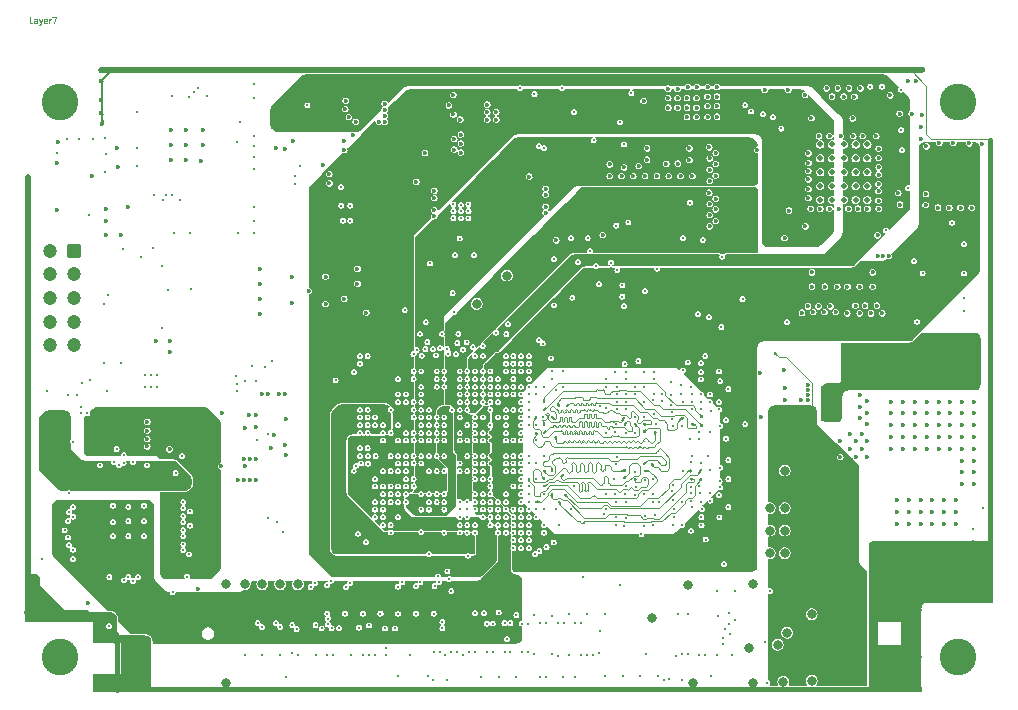
<source format=gbr>
%TF.GenerationSoftware,KiCad,Pcbnew,7.99.0-3539-g7abe2e3ea0*%
%TF.CreationDate,2023-11-26T19:51:46+01:00*%
%TF.ProjectId,SBC,5342432e-6b69-4636-9164-5f7063625858,rev?*%
%TF.SameCoordinates,Original*%
%TF.FileFunction,Copper,L7,Inr*%
%TF.FilePolarity,Positive*%
%FSLAX46Y46*%
G04 Gerber Fmt 4.6, Leading zero omitted, Abs format (unit mm)*
G04 Created by KiCad (PCBNEW 7.99.0-3539-g7abe2e3ea0) date 2023-11-26 19:51:46*
%MOMM*%
%LPD*%
G01*
G04 APERTURE LIST*
G04 Aperture macros list*
%AMRoundRect*
0 Rectangle with rounded corners*
0 $1 Rounding radius*
0 $2 $3 $4 $5 $6 $7 $8 $9 X,Y pos of 4 corners*
0 Add a 4 corners polygon primitive as box body*
4,1,4,$2,$3,$4,$5,$6,$7,$8,$9,$2,$3,0*
0 Add four circle primitives for the rounded corners*
1,1,$1+$1,$2,$3*
1,1,$1+$1,$4,$5*
1,1,$1+$1,$6,$7*
1,1,$1+$1,$8,$9*
0 Add four rect primitives between the rounded corners*
20,1,$1+$1,$2,$3,$4,$5,0*
20,1,$1+$1,$4,$5,$6,$7,0*
20,1,$1+$1,$6,$7,$8,$9,0*
20,1,$1+$1,$8,$9,$2,$3,0*%
G04 Aperture macros list end*
%ADD10C,0.100000*%
%TA.AperFunction,NonConductor*%
%ADD11C,0.100000*%
%TD*%
%TA.AperFunction,ComponentPad*%
%ADD12RoundRect,0.250000X-0.350000X0.350000X-0.350000X-0.350000X0.350000X-0.350000X0.350000X0.350000X0*%
%TD*%
%TA.AperFunction,ComponentPad*%
%ADD13C,1.200000*%
%TD*%
%TA.AperFunction,ComponentPad*%
%ADD14C,0.300000*%
%TD*%
%TA.AperFunction,ComponentPad*%
%ADD15C,3.100000*%
%TD*%
%TA.AperFunction,ComponentPad*%
%ADD16C,0.500000*%
%TD*%
%TA.AperFunction,ViaPad*%
%ADD17C,0.800000*%
%TD*%
%TA.AperFunction,ViaPad*%
%ADD18C,0.300000*%
%TD*%
%TA.AperFunction,ViaPad*%
%ADD19C,0.360000*%
%TD*%
%TA.AperFunction,Conductor*%
%ADD20C,0.110000*%
%TD*%
%TA.AperFunction,Conductor*%
%ADD21C,0.200000*%
%TD*%
%TA.AperFunction,Conductor*%
%ADD22C,0.381000*%
%TD*%
G04 APERTURE END LIST*
D10*
D11*
X59200412Y-74851623D02*
X58962317Y-74851623D01*
X58962317Y-74851623D02*
X58962317Y-74351623D01*
X59581365Y-74851623D02*
X59581365Y-74589718D01*
X59581365Y-74589718D02*
X59557555Y-74542099D01*
X59557555Y-74542099D02*
X59509936Y-74518290D01*
X59509936Y-74518290D02*
X59414698Y-74518290D01*
X59414698Y-74518290D02*
X59367079Y-74542099D01*
X59581365Y-74827814D02*
X59533746Y-74851623D01*
X59533746Y-74851623D02*
X59414698Y-74851623D01*
X59414698Y-74851623D02*
X59367079Y-74827814D01*
X59367079Y-74827814D02*
X59343270Y-74780194D01*
X59343270Y-74780194D02*
X59343270Y-74732575D01*
X59343270Y-74732575D02*
X59367079Y-74684956D01*
X59367079Y-74684956D02*
X59414698Y-74661147D01*
X59414698Y-74661147D02*
X59533746Y-74661147D01*
X59533746Y-74661147D02*
X59581365Y-74637337D01*
X59771841Y-74518290D02*
X59890889Y-74851623D01*
X60009936Y-74518290D02*
X59890889Y-74851623D01*
X59890889Y-74851623D02*
X59843270Y-74970671D01*
X59843270Y-74970671D02*
X59819460Y-74994480D01*
X59819460Y-74994480D02*
X59771841Y-75018290D01*
X60390888Y-74827814D02*
X60343269Y-74851623D01*
X60343269Y-74851623D02*
X60248031Y-74851623D01*
X60248031Y-74851623D02*
X60200412Y-74827814D01*
X60200412Y-74827814D02*
X60176603Y-74780194D01*
X60176603Y-74780194D02*
X60176603Y-74589718D01*
X60176603Y-74589718D02*
X60200412Y-74542099D01*
X60200412Y-74542099D02*
X60248031Y-74518290D01*
X60248031Y-74518290D02*
X60343269Y-74518290D01*
X60343269Y-74518290D02*
X60390888Y-74542099D01*
X60390888Y-74542099D02*
X60414698Y-74589718D01*
X60414698Y-74589718D02*
X60414698Y-74637337D01*
X60414698Y-74637337D02*
X60176603Y-74684956D01*
X60628983Y-74851623D02*
X60628983Y-74518290D01*
X60628983Y-74613528D02*
X60652793Y-74565909D01*
X60652793Y-74565909D02*
X60676602Y-74542099D01*
X60676602Y-74542099D02*
X60724221Y-74518290D01*
X60724221Y-74518290D02*
X60771840Y-74518290D01*
X60890888Y-74351623D02*
X61224221Y-74351623D01*
X61224221Y-74351623D02*
X61009936Y-74851623D01*
D12*
%TO.N,Net-(J2-Pin_1)*%
%TO.C,J2*%
X62677481Y-94118014D03*
D13*
%TO.N,JTAG_TMS*%
X60677481Y-94118014D03*
%TO.N,GND*%
X62677481Y-96118014D03*
%TO.N,JTAG_TCK*%
X60677481Y-96118014D03*
%TO.N,GND*%
X62677481Y-98118014D03*
%TO.N,JTAG_TDO*%
X60677481Y-98118014D03*
%TO.N,Net-(J2-Pin_7)*%
X62677481Y-100118014D03*
%TO.N,JTAG_TDI*%
X60677481Y-100118014D03*
%TO.N,Net-(J2-Pin_9)*%
X62677481Y-102118014D03*
%TO.N,Net-(D7-K)*%
X60677481Y-102118014D03*
%TD*%
D14*
%TO.N,GND*%
%TO.C,U6*%
X68720000Y-105630400D03*
X69220000Y-105630400D03*
X69720000Y-105630400D03*
X68720000Y-104630400D03*
X69220000Y-104630400D03*
X69720000Y-104630400D03*
%TD*%
D15*
%TO.N,Net-(C263-Pad1)*%
%TO.C,H3*%
X61565481Y-81545014D03*
%TD*%
%TO.N,Net-(C261-Pad1)*%
%TO.C,H1*%
X137565481Y-81545014D03*
%TD*%
%TO.N,Net-(C262-Pad1)*%
%TO.C,H2*%
X61565481Y-128545014D03*
%TD*%
D16*
%TO.N,GND*%
%TO.C,U1*%
X125893462Y-85120028D03*
X125893462Y-86295028D03*
X125893462Y-87470028D03*
X125893462Y-88645028D03*
X125893462Y-89820028D03*
X126893462Y-85120028D03*
X126893462Y-86295028D03*
X126893462Y-87470028D03*
X126893462Y-88645028D03*
X126893462Y-89820028D03*
X127893462Y-85120028D03*
X127893462Y-86295028D03*
X127893462Y-87470028D03*
X127893462Y-88645028D03*
X127893462Y-89820028D03*
X128893462Y-85120028D03*
X128893462Y-86295028D03*
X128893462Y-87470028D03*
X128893462Y-88645028D03*
X128893462Y-89820028D03*
X129893462Y-85120028D03*
X129893462Y-86295028D03*
X129893462Y-87470028D03*
X129893462Y-88645028D03*
X129893462Y-89820028D03*
%TD*%
D15*
%TO.N,Net-(C264-Pad1)*%
%TO.C,H4*%
X137565481Y-128545014D03*
%TD*%
D17*
%TO.N,GND*%
X122880481Y-112736014D03*
D18*
X77977481Y-81218014D03*
X140318681Y-120409414D03*
X58693462Y-96720028D03*
X114895000Y-110101400D03*
D19*
X128885481Y-98766014D03*
X116543462Y-92057528D03*
D18*
X79125481Y-116746014D03*
D19*
X102650481Y-88857014D03*
X65120000Y-83430400D03*
D18*
X68620000Y-115692900D03*
D19*
X64970216Y-82503204D03*
D18*
X96020000Y-108880400D03*
X104693462Y-78720028D03*
D19*
X129893462Y-110220028D03*
D18*
X72685081Y-131376614D03*
D19*
X122943462Y-106770028D03*
D18*
X58683081Y-92902214D03*
X140343462Y-108370028D03*
D19*
X126443462Y-80370028D03*
D18*
X58693462Y-101720028D03*
X92770000Y-112780400D03*
D17*
X114665481Y-122457014D03*
D19*
X86707500Y-95640014D03*
D18*
X71693462Y-78720028D03*
X62120000Y-84630400D03*
X97165481Y-130179514D03*
X111776400Y-106730000D03*
X72300000Y-121712900D03*
X140343462Y-104370028D03*
D19*
X130193462Y-99420028D03*
D18*
X117435000Y-105148400D03*
X65377481Y-84618014D03*
D19*
X79832321Y-85458099D03*
X134818462Y-90225028D03*
D18*
X140318681Y-114409414D03*
X89520000Y-111480400D03*
X103495000Y-105955400D03*
X91470000Y-107580400D03*
X101220000Y-104980400D03*
D17*
X125165481Y-124900514D03*
X137365481Y-120520028D03*
D18*
X100570000Y-108880400D03*
X113420000Y-113980400D03*
D19*
X59515481Y-125070014D03*
X135870000Y-90470400D03*
D18*
X113420000Y-115230400D03*
X113670000Y-128430900D03*
X96020000Y-116030400D03*
D19*
X85728981Y-81410014D03*
D18*
X140318681Y-117409414D03*
X99270000Y-110180400D03*
X140318681Y-122409414D03*
X92120000Y-108230400D03*
X140343462Y-101415014D03*
X140320000Y-85230400D03*
X129693462Y-131370028D03*
X140320000Y-89430400D03*
X58693462Y-97720028D03*
X88693462Y-131370028D03*
X99270000Y-111480400D03*
X76777481Y-83218014D03*
X106165481Y-128346014D03*
X67320000Y-118292900D03*
X96020000Y-107580400D03*
D19*
X72202481Y-83873014D03*
X135890481Y-123770014D03*
X67249481Y-90392014D03*
D18*
X65227481Y-103668014D03*
D17*
X122880481Y-119721014D03*
D19*
X129243462Y-99420028D03*
D18*
X90693462Y-78720028D03*
D19*
X70932481Y-85143014D03*
X64715481Y-125720014D03*
D18*
X97320000Y-113430400D03*
X58683081Y-93902214D03*
X91693462Y-78720028D03*
X66020000Y-115692900D03*
X108923000Y-83253014D03*
X138843462Y-120720028D03*
X97320000Y-109530400D03*
X132749481Y-80475014D03*
X92871481Y-95198014D03*
X58693462Y-122720028D03*
X58693462Y-98720028D03*
X122693462Y-78720028D03*
D19*
X85565481Y-84830900D03*
D18*
X99465481Y-100345014D03*
X77977481Y-85218014D03*
X97320000Y-112130400D03*
X58693462Y-117720028D03*
X86693462Y-131370028D03*
D19*
X124855962Y-98820028D03*
X134436481Y-78782014D03*
D17*
X137365481Y-122395014D03*
D18*
X65720000Y-121730400D03*
X114133000Y-105529400D03*
X80693462Y-131370028D03*
X111920000Y-116530400D03*
X110196000Y-109593400D03*
X95365481Y-93095014D03*
X140320000Y-86230400D03*
X100165481Y-130179514D03*
D19*
X128343462Y-80370028D03*
D18*
X65444481Y-85905014D03*
X92120000Y-117930400D03*
X116693462Y-131370028D03*
D19*
X64715481Y-131245014D03*
D17*
X111665481Y-125233014D03*
D18*
X88220000Y-114080400D03*
D19*
X137160191Y-84971449D03*
D18*
X123693462Y-78720028D03*
X95693462Y-78720028D03*
D19*
X79100000Y-106225000D03*
X64986726Y-81372269D03*
D18*
X87693462Y-131370028D03*
X131693462Y-131370028D03*
X109149481Y-98001014D03*
X58693462Y-120720028D03*
X101220000Y-103680400D03*
D19*
X67790481Y-128545014D03*
X127593462Y-111570028D03*
D18*
X127693462Y-131370028D03*
X90820000Y-114080400D03*
X115784000Y-107561400D03*
X111044681Y-97519814D03*
X65227481Y-98618014D03*
X106165481Y-124855014D03*
X92770000Y-108230400D03*
D17*
X115165481Y-130745014D03*
D19*
X117043462Y-90607528D03*
X124878462Y-106733429D03*
X136825000Y-90470400D03*
D18*
X96020000Y-104330400D03*
X138843462Y-121720028D03*
X119693462Y-131370028D03*
X133840481Y-94970014D03*
X58683081Y-90902214D03*
X90170000Y-106930400D03*
X107665481Y-130146014D03*
D19*
X128893462Y-110220028D03*
D18*
X101870000Y-113430400D03*
D19*
X85982981Y-82807014D03*
D18*
X63153481Y-84666014D03*
X101870000Y-108880400D03*
X99270000Y-114730400D03*
X108545000Y-109466400D03*
D19*
X72227481Y-85168014D03*
D18*
X129621481Y-78747814D03*
D19*
X127393462Y-80370028D03*
D18*
X132693462Y-131370028D03*
X130693462Y-131370028D03*
X68620000Y-116992900D03*
X93420000Y-104330400D03*
X140343462Y-107370028D03*
X115020000Y-115830400D03*
X140343462Y-112370028D03*
X85693462Y-78720028D03*
X90163035Y-124848460D03*
D19*
X85677481Y-82118014D03*
D18*
X102520000Y-116030400D03*
X114937279Y-105665169D03*
X103120000Y-103230400D03*
D17*
X131365481Y-129395014D03*
D18*
X125621481Y-78747814D03*
X77944481Y-92635014D03*
X118693462Y-131370028D03*
D19*
X117043462Y-87757528D03*
D18*
X114693462Y-78720028D03*
X87165481Y-124846014D03*
X79693462Y-78720028D03*
D19*
X126255962Y-99320028D03*
D18*
X102720000Y-119230400D03*
X89520000Y-117330400D03*
X72577481Y-92618014D03*
D17*
X123093462Y-126470028D03*
D18*
X108672000Y-107561400D03*
D19*
X73472481Y-86540014D03*
D18*
X140343462Y-105370028D03*
X58693462Y-107720028D03*
X87420000Y-118780400D03*
X99920000Y-107580400D03*
X117693462Y-78720028D03*
D19*
X91697981Y-88268014D03*
D18*
X103693462Y-131370028D03*
X86415481Y-104395014D03*
X140343462Y-90370028D03*
X109693462Y-131370028D03*
D17*
X99358481Y-96223014D03*
D18*
X67320000Y-115792900D03*
X69412481Y-93895014D03*
X96667681Y-124801014D03*
X140320000Y-88630400D03*
X96670000Y-117330400D03*
D19*
X77100000Y-113525000D03*
X124878462Y-105896627D03*
D18*
X72693462Y-78720028D03*
X94070000Y-114730400D03*
X140318681Y-123409414D03*
D19*
X65690481Y-126695014D03*
X129893462Y-106820028D03*
D18*
X117165481Y-122946014D03*
D19*
X93221981Y-89030014D03*
D18*
X92120000Y-112130400D03*
X91470000Y-104330400D03*
X97320000Y-111480400D03*
X95370000Y-109530400D03*
X140343462Y-92370028D03*
X109327626Y-103711393D03*
D19*
X131818462Y-80965028D03*
D18*
X103165481Y-128290514D03*
D19*
X101253481Y-87841014D03*
X126893462Y-81070028D03*
D18*
X102076286Y-85275614D03*
X115670000Y-114080400D03*
D17*
X121610481Y-115911014D03*
D18*
X96693462Y-131370028D03*
X117611081Y-94613814D03*
X89693462Y-78720028D03*
D19*
X64715481Y-130270014D03*
D18*
X96020000Y-110180400D03*
D19*
X61313481Y-86699014D03*
X124893462Y-106320028D03*
D18*
X97320000Y-114730400D03*
X117420000Y-112480400D03*
X121665481Y-122946014D03*
D19*
X131205962Y-94570028D03*
D18*
X68693462Y-78720028D03*
X110220590Y-112829954D03*
D19*
X128655962Y-82920028D03*
D18*
X58693462Y-95720028D03*
X71177481Y-92618014D03*
X114265481Y-93065014D03*
X94865481Y-99295014D03*
X92693462Y-131370028D03*
X86770000Y-118080400D03*
X66020000Y-117092900D03*
D19*
X134847962Y-89325028D03*
D18*
X99920000Y-105630400D03*
X86693462Y-78720028D03*
X115770000Y-112130400D03*
D19*
X124243462Y-106720028D03*
D18*
X94665481Y-122921414D03*
X90170000Y-108880400D03*
X109470000Y-114030400D03*
X99270000Y-108880400D03*
X104915481Y-98096014D03*
D19*
X70932481Y-86413014D03*
X132622481Y-82507014D03*
X81170000Y-98507514D03*
D18*
X99270000Y-117980400D03*
X58693462Y-102720028D03*
D19*
X130693462Y-98770028D03*
X84339551Y-88405134D03*
D18*
X130138591Y-80221514D03*
D19*
X128793462Y-81070028D03*
X75200000Y-112375000D03*
X127893462Y-81070028D03*
D18*
X58693462Y-116720028D03*
D19*
X80100000Y-106225000D03*
D18*
X106714481Y-84784014D03*
X107783000Y-105021400D03*
X91665481Y-124846014D03*
X119315481Y-98195014D03*
D19*
X129393462Y-109620028D03*
D18*
X140343462Y-100415014D03*
X97970000Y-114080400D03*
D19*
X107476481Y-92774514D03*
X135971471Y-84971449D03*
D18*
X97970000Y-113430400D03*
X113371000Y-107815400D03*
X92665481Y-130141495D03*
X58693462Y-112720028D03*
D19*
X131143462Y-99420028D03*
D18*
X87570000Y-103030400D03*
D19*
X66377481Y-85418014D03*
D18*
X95370000Y-110180400D03*
X89693462Y-131370028D03*
D19*
X78600000Y-106225000D03*
X117043462Y-89707528D03*
D18*
X117370000Y-113630400D03*
X103320000Y-118830400D03*
X104693462Y-131370028D03*
X95693462Y-131370028D03*
D19*
X138720000Y-90470400D03*
D17*
X125165481Y-130516014D03*
D18*
X116546000Y-109466400D03*
D19*
X129693462Y-98770028D03*
X134265481Y-131245014D03*
D17*
X133365481Y-129395014D03*
D19*
X93221981Y-89665014D03*
X124355962Y-99370028D03*
D18*
X124693462Y-131370028D03*
X95265481Y-101145014D03*
D19*
X95472286Y-84285014D03*
D18*
X92025481Y-101145014D03*
X140318681Y-121409414D03*
X86165481Y-128346014D03*
X116673000Y-107688400D03*
X87665481Y-128335014D03*
X88870000Y-112780400D03*
X100570000Y-103680400D03*
X58693462Y-99720028D03*
D17*
X133365481Y-122395014D03*
D18*
X94070000Y-110180400D03*
X82477481Y-81818014D03*
X76693462Y-131370028D03*
X94165481Y-128369014D03*
D19*
X65003236Y-79779054D03*
D18*
X58683081Y-91902214D03*
D17*
X122880481Y-117816014D03*
D18*
X123693462Y-131370028D03*
X104665481Y-128346014D03*
D19*
X125755962Y-98820028D03*
D18*
X100175481Y-124965014D03*
D19*
X84020000Y-96307514D03*
X72202481Y-86413014D03*
D18*
X113693462Y-131370028D03*
X77165481Y-128346014D03*
D17*
X122783992Y-130606543D03*
D18*
X140343462Y-93370028D03*
X58835481Y-87841014D03*
D19*
X92436481Y-85855014D03*
X129893462Y-107820028D03*
D18*
X58693462Y-100720028D03*
X117693462Y-131370028D03*
X105693462Y-78720028D03*
X140343462Y-110370028D03*
D19*
X65882500Y-124890400D03*
X94903481Y-84666014D03*
D18*
X103155481Y-125016014D03*
X138843462Y-119720028D03*
X70685081Y-131376614D03*
X83693462Y-131370028D03*
X99270000Y-117330400D03*
X93693462Y-131370028D03*
X140343462Y-102370028D03*
X105376567Y-95098792D03*
D19*
X73599481Y-83873014D03*
D18*
X100570000Y-113430400D03*
X100693462Y-131370028D03*
X94693462Y-131370028D03*
X90712481Y-99135014D03*
X140265481Y-98545014D03*
X120693462Y-131370028D03*
X58693462Y-119720028D03*
X101220000Y-118630400D03*
D19*
X139611926Y-85053999D03*
X126755962Y-98820028D03*
D18*
X116665481Y-130146014D03*
D19*
X138505756Y-85020979D03*
D18*
X138843462Y-123720028D03*
D19*
X129893462Y-108820028D03*
D18*
X58693462Y-109720028D03*
X94070000Y-112780400D03*
D19*
X117043462Y-85857528D03*
D18*
X83693462Y-78720028D03*
X108672000Y-106291400D03*
D19*
X86315481Y-84331014D03*
X133615481Y-78782014D03*
D18*
X68620000Y-118292900D03*
X107665481Y-124845014D03*
D19*
X120565481Y-85577528D03*
D18*
X94693462Y-78720028D03*
X140343462Y-113370028D03*
X87693462Y-78720028D03*
X58693462Y-103720028D03*
D17*
X135365481Y-122395014D03*
D18*
X77977481Y-91618014D03*
D17*
X131365481Y-120520028D03*
D18*
X101665481Y-128290514D03*
D19*
X102650481Y-89365014D03*
X116543462Y-91107528D03*
X116493462Y-89207528D03*
D18*
X109265481Y-98795014D03*
X120693462Y-78720028D03*
D19*
X64715481Y-126695014D03*
D18*
X75693462Y-131370028D03*
D19*
X67315481Y-127345014D03*
X77546846Y-108071846D03*
D18*
X102520000Y-114730400D03*
X140318681Y-116409414D03*
D19*
X84323041Y-87629164D03*
D18*
X92490481Y-100151014D03*
X77693462Y-78720028D03*
X82693462Y-131370028D03*
X98693462Y-131370028D03*
X92120000Y-114730400D03*
X81693462Y-78720028D03*
X131621481Y-78747814D03*
D19*
X65003236Y-78887514D03*
D18*
X104047481Y-80348014D03*
D19*
X117043462Y-86757528D03*
D18*
X109645481Y-91727028D03*
X115784000Y-103624400D03*
X75693462Y-78720028D03*
X97693462Y-131370028D03*
X140318681Y-119409414D03*
X108693462Y-131370028D03*
D19*
X128185481Y-99416014D03*
D18*
X108693462Y-78720028D03*
X62640000Y-110292900D03*
D19*
X94903481Y-85555014D03*
D18*
X93420000Y-110180400D03*
X67320000Y-116992900D03*
X86920000Y-103680400D03*
X140343462Y-103370028D03*
D19*
X134315481Y-128495014D03*
X102650481Y-90889014D03*
D18*
X94070000Y-108230400D03*
D19*
X132505962Y-89220028D03*
D18*
X110693462Y-131370028D03*
X140343462Y-109370028D03*
X101693462Y-131370028D03*
X88250981Y-111492900D03*
D19*
X61313481Y-90699014D03*
D18*
X102693462Y-131370028D03*
D19*
X63415481Y-125070014D03*
X128893462Y-111570028D03*
D17*
X121610481Y-119721014D03*
D19*
X123255962Y-90720028D03*
X65427481Y-92768014D03*
D18*
X64320000Y-84630400D03*
X97320000Y-110180400D03*
D19*
X134265481Y-123770014D03*
X86565481Y-83188014D03*
X137780000Y-90470400D03*
X81170000Y-96307514D03*
X124893462Y-105470028D03*
X67315481Y-129945014D03*
D18*
X91470000Y-114080400D03*
X90820000Y-111480400D03*
D17*
X96808481Y-98623014D03*
D18*
X73693462Y-78720028D03*
D19*
X116543462Y-88207528D03*
D18*
X96565481Y-94495014D03*
X90170000Y-104980400D03*
X97970000Y-104330400D03*
X108626800Y-112216400D03*
D19*
X70932481Y-83873014D03*
D18*
X77977481Y-87218014D03*
X111847000Y-104975900D03*
X90170000Y-106280400D03*
X115055481Y-111486014D03*
X78693462Y-131370028D03*
D19*
X121193462Y-80497528D03*
X134465962Y-84630028D03*
X134465962Y-83680028D03*
X84020000Y-98607514D03*
D18*
X78665481Y-128346014D03*
D19*
X129893462Y-111570028D03*
D18*
X115870000Y-115980400D03*
X99693462Y-78720028D03*
X138065481Y-96045014D03*
D19*
X81252181Y-84789444D03*
D18*
X66693462Y-78720028D03*
D19*
X94456286Y-81821214D03*
D17*
X135365481Y-120520028D03*
D19*
X130755962Y-94570028D03*
D18*
X140343462Y-111370028D03*
D19*
X120868462Y-108170028D03*
D18*
X58693462Y-114720028D03*
X138083481Y-98144414D03*
D19*
X95472286Y-85809014D03*
D18*
X140265481Y-99445014D03*
X138843462Y-122720028D03*
X103693462Y-78720028D03*
X88665481Y-124846014D03*
D19*
X65427481Y-90568014D03*
D18*
X92770000Y-114730400D03*
X67693462Y-78720028D03*
D19*
X62440481Y-125070014D03*
D18*
X70693462Y-78720028D03*
X69693462Y-78720028D03*
X115693462Y-78720028D03*
X83165481Y-128346014D03*
X101220000Y-117330400D03*
X105693462Y-131370028D03*
X112693462Y-78720028D03*
D19*
X124643462Y-92050028D03*
D18*
X62198062Y-106298045D03*
X99270000Y-112130400D03*
X74693462Y-78720028D03*
X66020000Y-118292900D03*
X93420000Y-108230400D03*
D17*
X119855481Y-127755014D03*
X133365481Y-124395014D03*
X75590481Y-122345014D03*
D18*
X98693462Y-78720028D03*
D19*
X66417481Y-87018014D03*
D18*
X92770000Y-107580400D03*
D19*
X83794721Y-86869704D03*
D18*
X92120000Y-106930400D03*
X76619481Y-92635014D03*
D19*
X133290481Y-79713014D03*
D18*
X99270000Y-103030400D03*
X67685081Y-131376614D03*
X96670000Y-114730400D03*
D17*
X75590481Y-130745014D03*
D18*
X106693462Y-131370028D03*
X108620000Y-115430400D03*
D19*
X122865353Y-104250528D03*
D18*
X58693462Y-104720028D03*
D19*
X116543462Y-87257528D03*
D18*
X88870000Y-109530400D03*
X111847000Y-107942400D03*
X107620000Y-116380400D03*
X122693462Y-131370028D03*
X60420000Y-106018462D03*
D19*
X85601981Y-85601014D03*
D18*
X140343462Y-94370028D03*
X116693462Y-78720028D03*
X93420000Y-114730400D03*
X113693462Y-78720028D03*
D17*
X120165481Y-130745014D03*
D18*
X93420000Y-112780400D03*
X114693462Y-131370028D03*
X100570000Y-109530400D03*
X101220000Y-112130400D03*
X99693462Y-131370028D03*
D19*
X80567016Y-85474609D03*
D18*
X89520000Y-107580400D03*
D19*
X128393462Y-109620028D03*
X131705962Y-94570028D03*
D18*
X93165481Y-124846014D03*
X98665481Y-130195014D03*
X68685081Y-131376614D03*
D17*
X80165481Y-122345014D03*
D18*
X99270000Y-103680400D03*
D19*
X73242500Y-122730400D03*
X65690481Y-131245014D03*
D18*
X97970000Y-114730400D03*
X100693462Y-78720028D03*
X65377481Y-87418014D03*
X140343462Y-106370028D03*
X109165481Y-130146014D03*
X101693462Y-78720028D03*
X96020000Y-112780400D03*
X77977481Y-80018014D03*
X117434996Y-108958400D03*
X97970000Y-107580400D03*
X92120000Y-111480400D03*
D17*
X133365481Y-120520028D03*
D19*
X116493462Y-85357528D03*
D18*
X112165481Y-130146014D03*
X139643462Y-115870028D03*
X97970000Y-117330400D03*
D19*
X82570000Y-97545014D03*
X63920000Y-123952900D03*
X61375481Y-84920014D03*
D18*
X130621481Y-78747814D03*
D19*
X134493826Y-82618774D03*
D18*
X58693462Y-110720028D03*
D19*
X65427481Y-91618014D03*
D18*
X100570000Y-116680400D03*
X101220000Y-107580400D03*
X95370000Y-117980400D03*
D17*
X121610481Y-117816014D03*
D18*
X99920000Y-114080400D03*
X99270000Y-115380400D03*
D19*
X79620000Y-109730400D03*
D18*
X90693462Y-131370028D03*
X102693462Y-78720028D03*
D17*
X131365481Y-124395014D03*
D18*
X131138591Y-80221514D03*
X140320000Y-87830400D03*
D19*
X116543462Y-90157528D03*
D18*
X58693462Y-115720028D03*
X140343462Y-95370028D03*
D19*
X127593462Y-110220028D03*
D18*
X107693462Y-78720028D03*
D19*
X78100000Y-113525000D03*
D18*
X84665481Y-128346014D03*
X91693462Y-131370028D03*
D19*
X125305962Y-99320028D03*
D18*
X82693462Y-78720028D03*
X58683081Y-88902214D03*
X99920000Y-116680400D03*
D19*
X122880000Y-93030400D03*
D18*
X109693462Y-78720028D03*
X111693462Y-78720028D03*
D19*
X102650481Y-90381014D03*
D18*
X117308000Y-106926400D03*
X98665481Y-124755014D03*
X69685081Y-131376614D03*
D19*
X129293462Y-80370028D03*
D18*
X121693462Y-78720028D03*
X126621481Y-78747814D03*
X128621481Y-78747814D03*
D19*
X93221981Y-91189014D03*
D17*
X122295481Y-127475014D03*
D18*
X88693462Y-78720028D03*
X121693462Y-131370028D03*
X85665481Y-124846014D03*
X102520000Y-111480400D03*
X100570000Y-118630400D03*
X77693462Y-131370028D03*
X93693462Y-78720028D03*
X109149481Y-97051014D03*
X61248481Y-85809014D03*
X140318681Y-115409414D03*
X91470000Y-108230400D03*
D19*
X129293462Y-107320028D03*
D18*
X140320000Y-87030400D03*
X133693462Y-131370028D03*
D19*
X116543462Y-86307528D03*
D18*
X102515481Y-85445014D03*
X70245481Y-89835014D03*
X77977481Y-84418014D03*
X80693462Y-78720028D03*
X70665481Y-97445014D03*
X124621481Y-78747814D03*
X107693462Y-131370028D03*
X101665481Y-124946014D03*
D17*
X81665481Y-122345014D03*
D18*
X138843462Y-117720028D03*
D19*
X94837286Y-80932214D03*
D18*
X127621481Y-78747814D03*
X111693462Y-131370028D03*
D17*
X131365481Y-122395014D03*
D19*
X80700000Y-111425000D03*
D18*
X78693462Y-78720028D03*
X138065481Y-93545014D03*
X76693462Y-78720028D03*
X107275000Y-107307400D03*
X89520000Y-112780400D03*
D19*
X70809532Y-110932927D03*
X93221981Y-90681014D03*
D18*
X79693462Y-131370028D03*
X71685081Y-131376614D03*
X140265481Y-97545014D03*
X84693462Y-131370028D03*
D17*
X122880481Y-115911014D03*
D18*
X58693462Y-113720028D03*
X97693462Y-78720028D03*
X115693462Y-131370028D03*
X90170000Y-111480400D03*
D19*
X133638481Y-82507014D03*
D18*
X58693462Y-121720028D03*
D19*
X129293462Y-108320028D03*
D18*
X140318681Y-118409414D03*
X113303000Y-106374200D03*
X132621481Y-78747814D03*
X110243000Y-105624200D03*
X110665481Y-130146014D03*
X65577481Y-97868014D03*
D19*
X134365481Y-124545014D03*
D18*
X91470000Y-113430400D03*
X58683081Y-94902214D03*
D19*
X80600000Y-106225000D03*
D18*
X112693462Y-131370028D03*
X58683081Y-89902214D03*
X92120000Y-107580400D03*
D17*
X77165481Y-122345014D03*
D18*
X58693462Y-111720028D03*
X106693462Y-78720028D03*
X96693462Y-78720028D03*
X92120000Y-110180400D03*
X90165481Y-130125514D03*
D19*
X94837286Y-82583214D03*
D18*
X115657000Y-109466400D03*
D19*
X129293462Y-106320028D03*
D18*
X81665481Y-128346014D03*
X110196000Y-108196400D03*
X110693462Y-78720028D03*
X62945000Y-106308462D03*
D19*
X134019481Y-79713014D03*
D18*
X58693462Y-124720028D03*
D19*
X127205962Y-99320028D03*
D18*
X90170000Y-110180400D03*
D19*
X60490481Y-125070014D03*
D18*
X119693462Y-78720028D03*
X95665481Y-128345014D03*
D19*
X73599481Y-85143014D03*
D18*
X58693462Y-123720028D03*
X116420000Y-111530400D03*
D19*
X117043462Y-91607528D03*
D18*
X58693462Y-108720028D03*
X111720000Y-113480400D03*
D19*
X65690481Y-130270014D03*
D18*
X109290481Y-85120014D03*
X99270000Y-108230400D03*
X99270000Y-112780400D03*
X58693462Y-105720028D03*
D19*
X80650000Y-108375000D03*
D18*
X71062500Y-123040400D03*
X80165481Y-128346014D03*
X95370000Y-112780400D03*
D19*
X103539481Y-93241014D03*
D18*
X84693462Y-78720028D03*
X118693462Y-78720028D03*
X99270000Y-109530400D03*
X111770000Y-114680400D03*
X84165481Y-124846014D03*
D19*
X134893462Y-85277528D03*
D18*
X104665481Y-124919514D03*
D17*
X78665481Y-122345014D03*
D18*
X92693462Y-78720028D03*
X138843462Y-118720028D03*
X117534881Y-100582814D03*
X97320000Y-112780400D03*
X66685081Y-131376614D03*
X77977481Y-90418014D03*
X100570000Y-112130400D03*
X103364981Y-98746014D03*
D19*
X64262481Y-87829014D03*
X129393462Y-110870028D03*
D18*
X74685081Y-131376614D03*
X81693462Y-131370028D03*
X65470000Y-106018462D03*
D17*
X120165481Y-122345014D03*
D18*
X73685081Y-131376614D03*
D19*
X66677481Y-92768014D03*
X95472286Y-85047014D03*
D18*
X108470000Y-113480400D03*
X91470000Y-111480400D03*
X117320000Y-114780400D03*
D19*
X61465481Y-125070014D03*
D18*
X140265481Y-96445014D03*
X95370000Y-108230400D03*
D19*
X95411481Y-83015014D03*
D18*
X58693462Y-118720028D03*
X101870000Y-112130400D03*
X58693462Y-106720028D03*
X118665481Y-122946014D03*
X77977481Y-86218014D03*
X85693462Y-131370028D03*
D19*
X128393462Y-110870028D03*
D18*
X140343462Y-91370028D03*
%TO.N,GBE0_MDI3_N*%
X71970000Y-119480400D03*
%TO.N,GBE0_MDI3_P*%
X71970000Y-118980400D03*
%TO.N,/IO/LED0*%
X67320000Y-121730400D03*
%TO.N,/IO/LED1*%
X66920000Y-122030400D03*
%TO.N,GBE0_MDI2_N*%
X71970000Y-118280400D03*
%TO.N,GBE0_MDI2_P*%
X71970000Y-117780400D03*
%TO.N,/MPU/VDDA_0P9*%
X97970898Y-108878794D03*
%TO.N,GBE0_MDI1_N*%
X71970000Y-117080400D03*
%TO.N,GBE0_MDI1_P*%
X71970000Y-116580400D03*
%TO.N,GBE0_MDI0_N*%
X71970000Y-115880400D03*
%TO.N,GBE0_MDI0_P*%
X71970000Y-115380400D03*
%TO.N,3.3V_SW*%
X114865481Y-90045014D03*
D19*
X115420981Y-82803014D03*
X137393462Y-116245028D03*
X133918462Y-108895028D03*
X128693462Y-84407528D03*
X134918462Y-110895028D03*
X115420981Y-82003014D03*
X136918462Y-109895028D03*
X133918462Y-106895028D03*
X131918462Y-109895028D03*
X127493462Y-90557528D03*
X130843462Y-85470028D03*
X129493462Y-84407528D03*
X115420981Y-81203014D03*
X138918462Y-112895028D03*
X133393462Y-117245028D03*
X137918462Y-113895028D03*
X137918462Y-110895028D03*
X138918462Y-111895028D03*
X130843462Y-90557528D03*
X134393462Y-116245028D03*
X124893462Y-89670028D03*
X138918462Y-113895028D03*
X113820981Y-81203014D03*
X132918462Y-110895028D03*
X117156481Y-82775014D03*
X123193462Y-80497528D03*
X135918462Y-106895028D03*
X127638838Y-84403766D03*
X135918462Y-107895028D03*
X133918462Y-109895028D03*
X133393462Y-115245028D03*
X138918462Y-109895028D03*
X132393462Y-115245028D03*
X136918462Y-107895028D03*
X116356481Y-81075014D03*
X134918462Y-106895028D03*
X131918462Y-107895028D03*
X135393462Y-117245028D03*
X130843462Y-87057528D03*
X117156481Y-80275014D03*
X122893462Y-105770028D03*
X113820981Y-82003014D03*
X131918462Y-108895028D03*
X136918462Y-110895028D03*
X136393462Y-117245028D03*
X116356481Y-81875014D03*
X113020981Y-80403014D03*
X115467481Y-80275014D03*
X113020981Y-82003014D03*
X137918462Y-109895028D03*
X124893462Y-88070028D03*
D18*
X117765481Y-120645014D03*
D19*
X136918462Y-108895028D03*
X136393462Y-116245028D03*
X131918462Y-110895028D03*
X130843462Y-87670028D03*
X135393462Y-116245028D03*
X129893462Y-90557528D03*
X125793462Y-84420028D03*
X124893462Y-87357528D03*
D18*
X121915481Y-82820014D03*
D19*
X138918462Y-107895028D03*
X114620981Y-81203014D03*
X137918462Y-107895028D03*
X113020981Y-81203014D03*
X134393462Y-115245028D03*
X137918462Y-112895028D03*
X129093462Y-90557528D03*
X117156481Y-81075014D03*
X131918462Y-106895028D03*
X137393462Y-117245028D03*
X137918462Y-108895028D03*
X116356481Y-82775014D03*
D18*
X99270000Y-107580400D03*
D19*
X132393462Y-116245028D03*
X116356481Y-80275014D03*
X117156481Y-81875014D03*
X130840643Y-89870028D03*
X124893462Y-85870028D03*
X114620981Y-82803014D03*
X114705481Y-80275014D03*
D18*
X137065481Y-91745014D03*
D19*
X134918462Y-108895028D03*
X135393462Y-115245028D03*
X120833500Y-104463796D03*
X126693462Y-84407528D03*
D18*
X101703767Y-80847014D03*
D19*
X136393462Y-115245028D03*
X128293462Y-90557528D03*
X126693462Y-90553941D03*
X132918462Y-108895028D03*
X138918462Y-108895028D03*
X135918462Y-110895028D03*
X135918462Y-109895028D03*
X130840643Y-89070028D03*
X136918462Y-106895028D03*
X137393462Y-115245028D03*
X132393462Y-117245028D03*
D18*
X108715481Y-95745014D03*
D19*
X134918462Y-107895028D03*
X133918462Y-107895028D03*
X134393462Y-117245028D03*
X124893462Y-86670028D03*
X130643462Y-84407528D03*
X132918462Y-109895028D03*
D18*
X109915481Y-80795014D03*
D19*
X124893462Y-88870028D03*
X133918462Y-110895028D03*
X125893462Y-90557528D03*
X137918462Y-111895028D03*
X132918462Y-106895028D03*
X138918462Y-110895028D03*
X137918462Y-106895028D03*
X135918462Y-108895028D03*
X130843462Y-86270028D03*
X134918462Y-109895028D03*
D18*
X134070281Y-100125614D03*
D19*
X113820981Y-80403014D03*
X130840643Y-88470028D03*
X133393462Y-116245028D03*
X114620981Y-82003014D03*
X125093462Y-90557528D03*
X132918462Y-107895028D03*
X138918462Y-106895028D03*
D18*
%TO.N,VBAT*%
X132749481Y-83895014D03*
X121260000Y-127220000D03*
%TO.N,I2C1_SCL*%
X89520000Y-114730400D03*
X103695481Y-128396014D03*
%TO.N,I2C1_SDA*%
X89520000Y-114080400D03*
X104145481Y-130236014D03*
%TO.N,I2C2_SCL*%
X90820000Y-115380400D03*
X105675481Y-128356014D03*
%TO.N,I2C2_SDA*%
X105126335Y-130185160D03*
X90170000Y-115380400D03*
%TO.N,I2C3_SCL*%
X106665481Y-128346014D03*
X90820000Y-114730400D03*
%TO.N,I2C3_SDA*%
X90170000Y-114080400D03*
X107165481Y-128146014D03*
%TO.N,USB1_OC*%
X93551138Y-121694557D03*
X92770000Y-116030400D03*
%TO.N,USB1_PWR_EN*%
X94332151Y-121270914D03*
X93420000Y-115380400D03*
%TO.N,UART2_TXD*%
X88870000Y-115380400D03*
X87165481Y-128346014D03*
%TO.N,UART2_RXD*%
X85145481Y-126075014D03*
%TO.N,UART1_TXD*%
X83165481Y-125795014D03*
%TO.N,UART1_RXD*%
X88220000Y-115380400D03*
X84165481Y-128346014D03*
%TO.N,/IO/ENET_2.5V_A*%
X72520000Y-116192900D03*
X71320000Y-112942900D03*
X71845000Y-111492900D03*
X72520000Y-117392900D03*
X72475481Y-119825014D03*
%TO.N,USB2_RX_N*%
X81556777Y-126147177D03*
%TO.N,USB2_RX_P*%
X81203223Y-125793623D03*
%TO.N,USB2_TX_N*%
X80186777Y-125987177D03*
%TO.N,USB2_TX_P*%
X79833223Y-125633623D03*
%TO.N,USB2_DP*%
X78263223Y-125633623D03*
%TO.N,VDD_1V*%
X61952556Y-107869557D03*
X72070000Y-113830400D03*
X61952556Y-109139557D03*
X61952556Y-108504557D03*
X64120000Y-112292900D03*
%TO.N,UART3_RXD*%
X84520500Y-126096514D03*
%TO.N,UART3_TXD*%
X83685481Y-126096514D03*
%TO.N,UART4_RXD*%
X102165481Y-130204919D03*
X88220000Y-116030400D03*
%TO.N,NVCC_DRAM_1V1*%
X118120000Y-105830400D03*
X100570000Y-112780400D03*
X101220000Y-117980400D03*
X109320000Y-117430400D03*
D19*
X128193462Y-97157528D03*
D18*
X114207000Y-117353000D03*
X113445000Y-117302200D03*
X118120000Y-111830400D03*
D19*
X129243462Y-97157528D03*
D18*
X105087698Y-114076115D03*
X111974000Y-108831400D03*
X115784000Y-104386400D03*
X100570000Y-104330400D03*
X115657000Y-110101400D03*
X101870000Y-110180400D03*
X112487600Y-106831600D03*
X101220000Y-114080400D03*
X101870000Y-116030400D03*
X109434000Y-107561400D03*
X101220000Y-106280400D03*
X114133000Y-106291400D03*
X99920000Y-112130400D03*
X107745100Y-116001529D03*
X111720000Y-117330400D03*
X113370000Y-114430400D03*
X112276600Y-115371800D03*
X117920000Y-110030400D03*
X108630000Y-108791400D03*
X113548400Y-115979600D03*
X111847000Y-104386400D03*
X101220000Y-108880400D03*
X118120000Y-115830400D03*
X114260000Y-104259400D03*
X101870000Y-106280400D03*
X113323912Y-108404900D03*
X101220000Y-108230400D03*
X100570000Y-117980400D03*
X107783000Y-105656400D03*
X110760400Y-118109200D03*
X99920000Y-110180400D03*
X110303200Y-114096000D03*
X109434000Y-104386400D03*
X101220000Y-104330400D03*
X102458881Y-108189414D03*
X110504387Y-103467404D03*
X101220000Y-114730400D03*
X109434000Y-109593400D03*
X115680200Y-114660600D03*
D19*
X130343462Y-95957528D03*
X130343462Y-97157528D03*
D18*
X113244000Y-107180400D03*
X101220000Y-116030400D03*
X99920000Y-111480400D03*
X112482000Y-106291400D03*
D19*
X132648462Y-90220028D03*
D18*
X107783000Y-109593400D03*
X115843000Y-117374200D03*
X118120000Y-113430400D03*
X115784000Y-106926400D03*
X117920000Y-108430400D03*
X108654088Y-111622900D03*
%TO.N,DRAM_DQ21*%
X99920000Y-119280400D03*
X111717800Y-115371800D03*
%TO.N,DRAM_DQ19*%
X103495000Y-116030400D03*
X108525200Y-114705600D03*
%TO.N,DRAM_DQ25*%
X117356600Y-116692600D03*
X99920000Y-117330400D03*
%TO.N,DRAM_DQ24*%
X116188200Y-118572200D03*
X100570000Y-117330400D03*
%TO.N,DRAM_DQ26*%
X99920000Y-117980400D03*
X116594600Y-115270200D03*
%TO.N,DRAM_DQ28*%
X114969000Y-114660600D03*
X100570000Y-114730400D03*
%TO.N,DRAM_DQ27*%
X99920000Y-116030400D03*
X116543800Y-114660600D03*
%TO.N,DRAM_DQ30*%
X100570000Y-115380400D03*
X114969000Y-117824200D03*
%TO.N,DRAM_VREF*%
X133318800Y-88801600D03*
%TO.N,DRAM_DQ15*%
X113244000Y-105275400D03*
X100570000Y-108230400D03*
%TO.N,DRAM_DQ12*%
X100570000Y-107580400D03*
X114260000Y-106926400D03*
%TO.N,DRAM_DQ14*%
X114672000Y-103580400D03*
X100570000Y-106930400D03*
%TO.N,DRAM_DQ11*%
X116546000Y-106926400D03*
X99920000Y-106280400D03*
D19*
%TO.N,Net-(U13-VDDI)*%
X75211268Y-107875000D03*
D18*
%TO.N,DRAM_DQ9*%
X117339000Y-104342400D03*
X99920000Y-104980400D03*
%TO.N,DRAM_DQ10*%
X99920000Y-104330400D03*
X116546000Y-106291400D03*
%TO.N,DRAM_DQ4*%
X99920000Y-103680400D03*
X110958000Y-106926400D03*
%TO.N,DRAM_DQ6*%
X100570000Y-103030400D03*
X110958000Y-105656400D03*
%TO.N,DRAM_DQ22*%
X100570000Y-119280400D03*
X111032000Y-116540200D03*
%TO.N,DRAM_DQ23*%
X110963600Y-117429200D03*
X101220000Y-119280400D03*
%TO.N,DRAM_DQS3_P*%
X101220000Y-116680400D03*
X115832600Y-115371800D03*
%TO.N,DRAM_DM3*%
X100570000Y-116030400D03*
X115843000Y-116674200D03*
%TO.N,DRAMREF*%
X100570000Y-110180400D03*
%TO.N,DRAM_DQ13*%
X101220000Y-106930400D03*
X115022000Y-106926400D03*
%TO.N,DRAM_DM1*%
X100570000Y-106280400D03*
X115784000Y-105021400D03*
%TO.N,DRAM_DQS1_P*%
X101220000Y-105630400D03*
X115784000Y-106291400D03*
%TO.N,DRAM_DQ8*%
X100570000Y-105630400D03*
X116170000Y-103030400D03*
%TO.N,DRAM_DQ7*%
X110958000Y-104386400D03*
X101220000Y-103030400D03*
%TO.N,DRAM_DQS2_N*%
X101761000Y-119791400D03*
X110193800Y-114762200D03*
%TO.N,DRAM_DQS2_P*%
X102116600Y-119537400D03*
X109417100Y-115394300D03*
%TO.N,DRAM_DQS3_N*%
X114918200Y-115321000D03*
X101870000Y-116680400D03*
%TO.N,DRAM_nCS0_B*%
X101220000Y-113430400D03*
X111065200Y-112775200D03*
%TO.N,DRAM_CKE0_A*%
X101870000Y-109530400D03*
X110958000Y-109466400D03*
%TO.N,DRAM_DQS1_N*%
X101870000Y-105630400D03*
X115022000Y-106291400D03*
%TO.N,DRAM_DQS0_P*%
X102398564Y-101979764D03*
X109434000Y-106291400D03*
%TO.N,DRAM_DQS0_N*%
X110196000Y-106291400D03*
X102087436Y-101668636D03*
%TO.N,DRAM_DQ16*%
X103820000Y-117330400D03*
X108626800Y-117347200D03*
%TO.N,DRAM_DM2*%
X102520000Y-117330400D03*
X109439600Y-116788400D03*
%TO.N,DRAM_DQ18*%
X104795000Y-116030400D03*
X109388800Y-114756400D03*
%TO.N,PMIC_SCL*%
X90170000Y-114730400D03*
X120020000Y-82330400D03*
%TO.N,DRAM_nCS1_B*%
X110220000Y-113455400D03*
X102520000Y-114080400D03*
%TO.N,DRAM_CKE0_B*%
X111014400Y-112165600D03*
X102520000Y-112780400D03*
%TO.N,DRAM_CA0_A*%
X102520000Y-108880400D03*
X109307000Y-108323400D03*
%TO.N,DRAM_CA2_A*%
X104470000Y-107255400D03*
X114260000Y-108323400D03*
%TO.N,DRAM_DQ3*%
X102520000Y-105630400D03*
X108672000Y-106926400D03*
%TO.N,DRAM_DM0*%
X109434000Y-105021400D03*
X103170000Y-104980400D03*
%TO.N,DRAM_DQ1*%
X108672000Y-105656400D03*
X103170000Y-104330400D03*
%TO.N,DRAM_DQ17*%
X108576000Y-116686800D03*
X102520000Y-117980400D03*
%TO.N,DRAM_CA1_A*%
X102520000Y-109530400D03*
X109338000Y-108863600D03*
%TO.N,DRAM_CKE1_A*%
X103495000Y-109855400D03*
X111921000Y-109428200D03*
%TO.N,DRAM_CA5_A*%
X102520000Y-107580400D03*
X115911000Y-108958400D03*
%TO.N,DRAM_DQ2*%
X109434000Y-106926400D03*
X104145000Y-105630400D03*
%TO.N,DRAM_DQ0*%
X108545000Y-104386400D03*
X104145000Y-104330400D03*
%TO.N,SPI1_MOSI*%
X89025481Y-126096514D03*
%TO.N,SPI2_SSO*%
X86845481Y-126026014D03*
%TO.N,UART4_TXD*%
X102665481Y-130236014D03*
X89520000Y-115380400D03*
%TO.N,Net-(U9A-MIPI_VDD1)*%
X89520000Y-109530400D03*
D19*
%TO.N,Net-(L6-Pad1)*%
X130090000Y-102880000D03*
X126793462Y-106470028D03*
X138430000Y-101700000D03*
X127493462Y-108420028D03*
X127493462Y-106520028D03*
X126793462Y-108370028D03*
X126093462Y-105720028D03*
X126793462Y-105720028D03*
X138310000Y-105140000D03*
X126093462Y-108370028D03*
X138350000Y-103720000D03*
X126093462Y-106470028D03*
X127493462Y-107620028D03*
X130580000Y-104870000D03*
X136010000Y-101780000D03*
X126093462Y-107570028D03*
X127493462Y-105770028D03*
X126793462Y-107570028D03*
D18*
%TO.N,SPI1_MISO*%
X89885481Y-126096514D03*
%TO.N,HDMI_TX3_P*%
X98165481Y-125685014D03*
%TO.N,PCIE2_RXN*%
X94665481Y-128091014D03*
%TO.N,SPI2_MISO*%
X87715481Y-125846014D03*
%TO.N,SPI2_SCLK*%
X88165481Y-128346014D03*
X88220000Y-116680400D03*
%TO.N,PCIE2_RXP*%
X95165481Y-128091014D03*
%TO.N,PCIE1_TXN*%
X92143763Y-103008660D03*
X99665481Y-128091014D03*
%TO.N,SPI1_SSO*%
X91165481Y-128346014D03*
X88870000Y-117330400D03*
%TO.N,Net-(U9B-ZQ_{slash}_ZQ_{slash}_ZQ)*%
X100570000Y-111480400D03*
%TO.N,PCIE1_TXP*%
X99165481Y-128091014D03*
X92470000Y-102442900D03*
%TO.N,HDMI_TX2_P*%
X99165481Y-125665014D03*
%TO.N,Net-(U9M-USB1_RESREF)*%
X86578131Y-112323939D03*
%TO.N,Net-(U9K-PCIE2_RESREF)*%
X86920000Y-103030400D03*
%TO.N,Net-(U9M-USB2_RESREF)*%
X86396521Y-112744944D03*
%TO.N,PCIE2_REF_CLKN*%
X96165481Y-128115144D03*
%TO.N,PCIE2_REF_CLKP*%
X96665481Y-128115144D03*
D19*
%TO.N,QSPIA_SCLK*%
X78432500Y-96910014D03*
D18*
X90820000Y-106930400D03*
%TO.N,Net-(U9J-HDMI_REXT)*%
X96055500Y-119942900D03*
%TO.N,NAND_DATA0*%
X90820000Y-106280400D03*
D19*
X85597500Y-98180014D03*
D18*
%TO.N,Net-(U9L-MIPI_DSI_REXT)*%
X88220000Y-108230400D03*
%TO.N,QSPIA_nSS0 *%
X91470000Y-106930400D03*
D19*
X87465481Y-99355014D03*
%TO.N,NAND_DATA2*%
X78432500Y-98180014D03*
D18*
X91470000Y-104980400D03*
%TO.N,PCIE1_RXP*%
X91720000Y-102540400D03*
X100665481Y-128091014D03*
D19*
%TO.N,NAND_DATA1*%
X86707500Y-96910014D03*
D18*
X92120000Y-106280400D03*
%TO.N,SPI1_SCLK*%
X88870000Y-116030400D03*
X89136351Y-127769900D03*
%TO.N,NAND_DATA3*%
X92120000Y-105630400D03*
D19*
X78432500Y-95640014D03*
D18*
%TO.N,SPI2_MOSI*%
X89165481Y-128359400D03*
X88870000Y-116680400D03*
%TO.N,PCIE1_REF_CLKP*%
X98165481Y-128091014D03*
X93089500Y-102442900D03*
%TO.N,SD2_nCD*%
X118165481Y-124775014D03*
X93420000Y-105630400D03*
%TO.N,SD2_CLK*%
X93420000Y-104980400D03*
X118435481Y-128325014D03*
%TO.N,SD1_CMD*%
X93384500Y-102978827D03*
D19*
X77600000Y-111725000D03*
D18*
%TO.N,SD1_CLK*%
X93706949Y-102347522D03*
D19*
X78100000Y-111725000D03*
D18*
%TO.N,SD2_WP*%
X118204481Y-125685014D03*
X94070000Y-105630400D03*
%TO.N,HDMI_REFCLK_N*%
X100665481Y-125685014D03*
%TO.N,HDMI_REFCLK_P*%
X101165481Y-125685014D03*
%TO.N,USB2_PWR_EN*%
X94268481Y-130504014D03*
X92770000Y-115380400D03*
X99385756Y-127010514D03*
%TO.N,SD2_CMD*%
X94070000Y-104980400D03*
X117665481Y-127435014D03*
%TO.N,SD1_D1*%
X94326250Y-102436650D03*
X77165481Y-105179900D03*
%TO.N,SD1_D0*%
X76520000Y-106030400D03*
X94420000Y-102830400D03*
%TO.N,ENET_MDIO*%
X94720000Y-107580400D03*
X62220000Y-118392900D03*
%TO.N,ENET_MDC*%
X62282500Y-119030400D03*
X95420000Y-106930400D03*
%TO.N,SD2_D1*%
X95370000Y-105630400D03*
X118265481Y-126546014D03*
%TO.N,HDMI_TX0_P*%
X102165481Y-125665014D03*
%TO.N,GPIO9*%
X94070000Y-116030400D03*
X112683481Y-130504014D03*
%TO.N,GPIO10*%
X111165481Y-128246014D03*
X94070000Y-115380400D03*
%TO.N,GPIO6*%
X95370000Y-116680400D03*
X114207481Y-130504014D03*
%TO.N,SD2_D0*%
X117665481Y-126946014D03*
X95370000Y-104980400D03*
%TO.N,SD1_D4*%
X76520000Y-105430400D03*
X95175984Y-101932397D03*
%TO.N,SD1_D2*%
X95075500Y-102864409D03*
X78134581Y-105179900D03*
%TO.N,ENET_TX_CTL*%
X95370000Y-107580400D03*
X61920000Y-117792900D03*
%TO.N,ENET_TD3*%
X95370000Y-106280400D03*
X62620000Y-116630400D03*
%TO.N,Net-(U9H-TEST_MODE)*%
X98620000Y-115380400D03*
%TO.N,GPIO8*%
X95370000Y-115380400D03*
X113064481Y-130377014D03*
%TO.N,GPIO3*%
X113865481Y-124846014D03*
X95370000Y-117330400D03*
X116165481Y-128346014D03*
%TO.N,SD2_D3*%
X96020000Y-105630400D03*
X118665481Y-125346014D03*
%TO.N,SD2_D2*%
X117865481Y-126146014D03*
X96020000Y-104980400D03*
%TO.N,SD1_D5*%
X77805481Y-103915014D03*
X95958100Y-101884987D03*
%TO.N,SD1_D3*%
X95665000Y-102495014D03*
X76420000Y-104730400D03*
%TO.N,ENET_TD2*%
X96020000Y-106930400D03*
X62282500Y-116230400D03*
%TO.N,ENET_TD0*%
X62220000Y-116992900D03*
X96020000Y-106280400D03*
%TO.N,HDMI_TX1_P*%
X104165481Y-125655014D03*
%TO.N,GPIO4*%
X114665481Y-124846014D03*
X96020000Y-116680400D03*
X117165481Y-128346014D03*
%TO.N,ENET_TD1*%
X62620000Y-115830400D03*
X96670000Y-106280400D03*
%TO.N,SD2_nRST*%
X117265481Y-125046014D03*
X96670000Y-105630400D03*
%TO.N,CLK1_P*%
X96670000Y-104980400D03*
%TO.N,SD1_nRST*%
X96670000Y-103030400D03*
X79120000Y-109630400D03*
%TO.N,SD1_D6*%
X78865481Y-103945014D03*
X96470000Y-102292900D03*
%TO.N,JTAG_TCK*%
X97320000Y-116680400D03*
X70127481Y-95418014D03*
%TO.N,ENET_TXC*%
X62282500Y-114630400D03*
X96670000Y-106930400D03*
%TO.N,ENET_RXC*%
X97320000Y-106280400D03*
X64920000Y-112292900D03*
%TO.N,GPIO5*%
X114185481Y-128266014D03*
X96020000Y-115380400D03*
%TO.N,ENET_RX_CTL*%
X97320000Y-105630400D03*
X66320000Y-110892900D03*
%TO.N,CLK2_P*%
X97320000Y-104980400D03*
%TO.N,CLK1_N*%
X96670000Y-104330400D03*
%TO.N,SD1_STROBE*%
X97320000Y-103008014D03*
X78220000Y-110130400D03*
%TO.N,SD1_D7*%
X79520000Y-103430400D03*
X97314135Y-102200971D03*
%TO.N,JTAG_TDO*%
X97970000Y-116680400D03*
%TO.N,JTAG_nTRS*%
X97320000Y-115380400D03*
X68377481Y-94668014D03*
%TO.N,ENET_RD0*%
X66120000Y-111992900D03*
X97320000Y-106930400D03*
%TO.N,ENET_RD2*%
X97970000Y-106280400D03*
X66920000Y-111392900D03*
%TO.N,ENET_RD1*%
X66920000Y-112092900D03*
X97970000Y-105630400D03*
%TO.N,CLK2_N*%
X97970000Y-104980400D03*
%TO.N,JTAG_TMS*%
X97970000Y-116030400D03*
%TO.N,BOOT_MODE1*%
X98620000Y-116030400D03*
X116493481Y-99744614D03*
%TO.N,Net-(U9H-JTAG_MOD)*%
X105820000Y-121730400D03*
X97970000Y-115380400D03*
%TO.N,ENET_RD3*%
X67720000Y-111992900D03*
X97970000Y-106930400D03*
%TO.N,PMIC_ON_REQ*%
X98467287Y-101046014D03*
X108645481Y-91996014D03*
X98620000Y-106930400D03*
%TO.N,PMIC_STBY_REQ*%
X105063481Y-82380014D03*
X106892738Y-95436014D03*
X98620000Y-105630400D03*
%TO.N,JTAG_TDI*%
X99270000Y-116680400D03*
X70177481Y-100668014D03*
%TO.N,BOOT_MODE0*%
X99270000Y-116030400D03*
X115528281Y-99490614D03*
%TO.N,POR_B*%
X106395481Y-94165514D03*
X64027481Y-91118014D03*
X98620000Y-106280400D03*
%TO.N,ONOFF*%
X99325981Y-101149379D03*
X123065481Y-100145014D03*
X99270000Y-105630400D03*
%TO.N,/MPU/RTC_nRST*%
X99270000Y-106280400D03*
X108175481Y-95126014D03*
%TO.N,DRAM_DQ20*%
X99920000Y-118630400D03*
X110988354Y-114729646D03*
%TO.N,DRAM_DQ5*%
X111847000Y-106291400D03*
X99920000Y-103030400D03*
%TO.N,DRAM_nRST*%
X101220000Y-111480400D03*
X116551600Y-112724400D03*
%TO.N,/POWER/PMIC_ON*%
X100491481Y-80339014D03*
X121045000Y-82555400D03*
%TO.N,Net-(U15-REFCLK_SEL_0)*%
X68120000Y-121730400D03*
%TO.N,Net-(U15-REFCLK_SEL_1)*%
X67720000Y-122067900D03*
%TO.N,PMIC_SDA*%
X90820000Y-113430400D03*
X119552000Y-81780400D03*
%TO.N,PMIC_nINT*%
X122600000Y-83772400D03*
X119552000Y-108791400D03*
X95370000Y-116030400D03*
X107247881Y-126342948D03*
D19*
%TO.N,VIN*%
X125193462Y-107970028D03*
X128015481Y-127570028D03*
X129415481Y-130370028D03*
X129415481Y-124770028D03*
X123893462Y-111170028D03*
X125393462Y-110470028D03*
X128715481Y-125470028D03*
X127315481Y-128270028D03*
X123893462Y-110470028D03*
X128015481Y-124770028D03*
X125393462Y-111170028D03*
X123193462Y-109770028D03*
X129415481Y-126170028D03*
X128715481Y-126870028D03*
X129415481Y-127570028D03*
X127315481Y-126870028D03*
D18*
X122041445Y-102803214D03*
D19*
X128015481Y-126170028D03*
X123193462Y-111170028D03*
X124593462Y-108470028D03*
X123893462Y-109770028D03*
X124693462Y-111170028D03*
X128715481Y-128270028D03*
X124693462Y-110470028D03*
X124593462Y-107470028D03*
X123193462Y-110470028D03*
X122993462Y-107770028D03*
X128015481Y-130370028D03*
X127315481Y-125470028D03*
D18*
%TO.N,VDDA_1V8*%
X97320000Y-104330400D03*
X97320000Y-108230400D03*
X98620000Y-108230400D03*
X99270000Y-104330400D03*
X92770000Y-110180400D03*
X96670000Y-108230400D03*
X99920000Y-112780400D03*
X103365481Y-94845014D03*
X95370000Y-112130400D03*
X131479481Y-92404014D03*
%TO.N,DRAM_CA2_B*%
X114976800Y-112775200D03*
X101870000Y-115380400D03*
%TO.N,DRAM_nCS1_A*%
X110196000Y-108831400D03*
X101870000Y-108230400D03*
%TO.N,DRAM_CA5_B*%
X104268900Y-114762200D03*
X115789600Y-112724400D03*
%TO.N,DRAM_CA4_A*%
X115911000Y-108196400D03*
X102520000Y-106930400D03*
%TO.N,DRAM_CA4_B*%
X115840400Y-113435600D03*
X103820000Y-115380400D03*
%TO.N,DRAM_CA3_B*%
X114976800Y-113435600D03*
X103170000Y-114730400D03*
%TO.N,DRAM_CA0_B*%
X109305222Y-113380300D03*
X104145000Y-113105400D03*
%TO.N,DRAM_CA1_B*%
X102520000Y-113430400D03*
X109352013Y-112728400D03*
%TO.N,DRAM_CKE1_B*%
X103170000Y-112780400D03*
X111667000Y-112171400D03*
%TO.N,DRAM_nCS0_A*%
X110958000Y-108831400D03*
X103170000Y-108230400D03*
%TO.N,DRAM_CA3_A*%
X103820000Y-107255400D03*
X115022000Y-108831400D03*
%TO.N,VDD_PHY_0V9*%
X97970000Y-117980400D03*
X90820000Y-104980400D03*
X89520000Y-112130400D03*
X124613462Y-92645014D03*
X88870000Y-111480400D03*
X125563462Y-92195014D03*
X88870000Y-112130400D03*
X90820000Y-104330400D03*
X90170000Y-107580400D03*
X90170000Y-108230400D03*
X125163462Y-92645014D03*
X97320000Y-117980400D03*
X90820000Y-108230400D03*
X88220000Y-112130400D03*
%TO.N,VDD_PHY_1V8*%
X95989500Y-118660960D03*
X88220000Y-107580400D03*
D19*
X130755962Y-92810028D03*
D18*
X88870000Y-108230400D03*
%TO.N,VDD_PHY_3V3*%
X90820000Y-112130400D03*
X90820000Y-112780400D03*
X92120000Y-104330400D03*
X132840000Y-85580000D03*
X91470000Y-112130400D03*
X90170000Y-112130400D03*
X90170000Y-112780400D03*
%TO.N,VDD_ARM_0V9*%
X86109981Y-91570014D03*
X92770000Y-108880400D03*
X92120000Y-108880400D03*
X94070000Y-108880400D03*
X90820000Y-110180400D03*
X93420000Y-108880400D03*
X84865481Y-105095014D03*
X90820000Y-109530400D03*
X85474981Y-91570014D03*
X85347981Y-90300014D03*
X92770000Y-109530400D03*
X91470000Y-109530400D03*
X92120000Y-109530400D03*
X93420000Y-109530400D03*
X86109981Y-90300014D03*
X91470000Y-110180400D03*
X94070000Y-109530400D03*
D19*
%TO.N,VDD_GPU_0V9*%
X118693462Y-86207528D03*
X118693462Y-87307528D03*
X119893462Y-86207528D03*
D18*
X93289625Y-100939513D03*
X93420000Y-113430400D03*
X92770000Y-114080400D03*
X102515481Y-87295014D03*
X94070000Y-113430400D03*
X94070000Y-114080400D03*
X97365481Y-93095014D03*
X92120000Y-113430400D03*
D19*
X118693462Y-88357528D03*
D18*
X93420000Y-114080400D03*
X92770000Y-113430400D03*
X92120000Y-114080400D03*
%TO.N,VDD_SOC_0V9*%
X96115767Y-90745095D03*
X94765481Y-97695014D03*
X96020000Y-111480400D03*
X94965481Y-94495014D03*
X96107286Y-91380095D03*
X96670000Y-108880400D03*
X94837286Y-90203214D03*
X96670000Y-109530400D03*
X94070000Y-111480400D03*
X93867062Y-101144141D03*
X93420000Y-111480400D03*
X96670000Y-112130400D03*
X92770000Y-111480400D03*
X95472286Y-90237095D03*
X94845767Y-90745095D03*
X96670000Y-112780400D03*
X96107286Y-90203214D03*
X95472286Y-91380095D03*
X96670000Y-111480400D03*
X96670000Y-110180400D03*
X95480767Y-90745095D03*
X96670000Y-113430400D03*
X94837286Y-91346214D03*
%TO.N,NVCC_SD1_1V8*%
X94070000Y-104330400D03*
%TO.N,VDD_VPU_0V9*%
X110615481Y-92295014D03*
D19*
X118693462Y-90157528D03*
D18*
X96020000Y-114080400D03*
X95370000Y-113430400D03*
X96020000Y-113430400D03*
D19*
X118693462Y-91257528D03*
X118693462Y-89107528D03*
D18*
X95370000Y-114080400D03*
D19*
X119893462Y-91257528D03*
D18*
%TO.N,NVCC_SD2*%
X95370000Y-104330400D03*
%TO.N,VDD_SNVS_0V9*%
X81227481Y-83068014D03*
X82327481Y-82568014D03*
X131318462Y-82205028D03*
X96670000Y-107580400D03*
X80077481Y-82668014D03*
%TO.N,NVCC_ENET_2V5*%
X62282500Y-115430400D03*
X62620000Y-117430400D03*
X66520000Y-112292900D03*
D19*
X68920000Y-108592900D03*
D18*
X97353481Y-122007014D03*
D19*
X68920000Y-110042900D03*
D18*
X66520000Y-121730400D03*
X68920000Y-112292900D03*
D19*
X68920000Y-109342900D03*
D18*
X97320000Y-107580400D03*
D19*
X68920000Y-110692900D03*
D18*
%TO.N,VDD_DRAM_0V9*%
X99920000Y-106930400D03*
X99920000Y-108230400D03*
X98620000Y-112130400D03*
X97970000Y-110180400D03*
X98620000Y-111480400D03*
D19*
X137843462Y-86857528D03*
D18*
X98620000Y-109530400D03*
X99920000Y-114730400D03*
X97970000Y-109530400D03*
X98620000Y-114080400D03*
X99920000Y-109530400D03*
X97970000Y-111480400D03*
D19*
X136643462Y-85757528D03*
X137843462Y-85757528D03*
D18*
X99920000Y-115380400D03*
X99270000Y-113430400D03*
X99920000Y-108880400D03*
D19*
X137843462Y-87907528D03*
D18*
X98620000Y-112780400D03*
X97970000Y-112130400D03*
X98620000Y-110180400D03*
X98620000Y-113430400D03*
%TO.N,USB1_TX_N*%
X92046777Y-122153623D03*
X87620000Y-111479900D03*
%TO.N,USB1_TX_P*%
X91693223Y-122507177D03*
X86920000Y-111479900D03*
%TO.N,USB1_RX_N*%
X93596777Y-122153623D03*
X87616097Y-112142900D03*
%TO.N,USB1_RX_P*%
X93243223Y-122507177D03*
X87008589Y-112127052D03*
%TO.N,USB1_DP*%
X86920000Y-110830400D03*
X90143223Y-122557177D03*
%TO.N,USB1_DN*%
X90496777Y-122203623D03*
X87570000Y-110830400D03*
%TO.N,USB1_ID1*%
X80375481Y-117965014D03*
%TO.N,USB1_VBUS*%
X88870000Y-110180400D03*
X94490981Y-121905414D03*
%TO.N,HDMI_SDA*%
X96020000Y-117980400D03*
%TO.N,HDMI_SCL*%
X96670000Y-117980400D03*
D19*
%TO.N,VDD_1V8*%
X77100000Y-111725000D03*
D18*
X110958000Y-108196400D03*
D19*
X78100000Y-108025000D03*
D18*
X107783000Y-107434400D03*
X115022000Y-107561400D03*
D19*
X110943000Y-81428000D03*
X77200000Y-112375000D03*
X127343462Y-97157528D03*
X126293462Y-97157528D03*
D18*
X111050980Y-113556192D03*
X107763200Y-114705600D03*
X117435000Y-114165400D03*
D19*
X77600000Y-113525000D03*
X76600000Y-113525000D03*
D18*
X117308000Y-107561400D03*
D19*
X125193462Y-95957528D03*
X125193462Y-97157528D03*
D18*
X114960757Y-114095014D03*
%TO.N,DRAM_DQ29*%
X101220000Y-115380400D03*
X114156200Y-115371800D03*
%TO.N,/IO/VDD1A*%
X63880000Y-109982900D03*
X64207500Y-109467900D03*
X70520000Y-121730400D03*
X64645000Y-108992900D03*
X72282500Y-115030400D03*
X72520000Y-118592900D03*
X64160000Y-110292900D03*
%TO.N,GPIO0*%
X97320000Y-116030400D03*
X115665481Y-128346014D03*
%TO.N,GPIO1*%
X114665481Y-128246014D03*
X96670000Y-115380400D03*
D19*
%TO.N,3.3V_SW_DELAYED*%
X113070981Y-87803014D03*
X97697481Y-82380014D03*
D18*
X79925481Y-117096014D03*
X66720000Y-103630400D03*
X70477481Y-89368014D03*
X90170000Y-116680400D03*
D19*
X111070981Y-87803014D03*
X125143462Y-82882528D03*
D18*
X59970000Y-120192900D03*
X68011481Y-85418014D03*
D19*
X69620000Y-101730400D03*
X77200000Y-109125000D03*
D18*
X63349556Y-107361557D03*
X72615481Y-97395014D03*
D19*
X97697481Y-83015014D03*
D18*
X63857556Y-107869557D03*
X94070000Y-107580400D03*
D19*
X115070981Y-87803014D03*
D18*
X63420000Y-105358462D03*
D19*
X110070981Y-87803014D03*
X124603462Y-80935028D03*
D18*
X91470000Y-115380400D03*
X66827481Y-93968014D03*
D19*
X70820000Y-102730400D03*
X98459481Y-83015014D03*
D18*
X70977481Y-89368014D03*
X81877481Y-86918014D03*
X76527481Y-84918014D03*
D19*
X97697481Y-81745014D03*
D18*
X81433791Y-87802519D03*
X112106681Y-95629814D03*
X69477481Y-89368014D03*
D19*
X88522981Y-83188014D03*
X108073661Y-87810622D03*
X89030981Y-82680014D03*
X79414310Y-110810690D03*
X98459481Y-82380014D03*
D18*
X63349556Y-107869557D03*
D19*
X111240481Y-86420014D03*
X114815481Y-86420014D03*
X78432500Y-99450014D03*
X111240481Y-85445014D03*
X89030981Y-81664014D03*
X113840481Y-86745014D03*
D18*
X64082500Y-105058462D03*
X96670000Y-116030400D03*
D19*
X80620000Y-110530400D03*
X114815481Y-85445014D03*
X109070981Y-87803014D03*
X109290481Y-87070014D03*
D18*
X92120000Y-115380400D03*
X89520000Y-117980400D03*
X115945481Y-93216014D03*
X71725481Y-89845014D03*
D19*
X110524481Y-86952014D03*
X78100000Y-109025000D03*
X108073661Y-86810622D03*
X112070981Y-87803014D03*
X112865481Y-86745014D03*
X89030981Y-83188014D03*
D18*
X88870000Y-114730400D03*
D19*
X89030981Y-82172014D03*
D18*
X68014481Y-86918014D03*
D19*
X70820000Y-101730400D03*
D18*
X98620000Y-116680400D03*
D19*
X114070981Y-87803014D03*
D18*
X68011481Y-82418014D03*
X94070000Y-117980400D03*
X81425536Y-88487684D03*
%TO.N,ENET_INT*%
X62620000Y-120230400D03*
X92775481Y-119796014D03*
X65670000Y-125892900D03*
%TO.N,DSI_D3_N*%
X84205481Y-125266014D03*
X86920000Y-109530400D03*
%TO.N,DSI_D1_N*%
X85743223Y-122607177D03*
X86920000Y-108880400D03*
%TO.N,DSI_D0_N*%
X84143223Y-122407177D03*
X86920000Y-108230400D03*
%TO.N,DSI_D2_N*%
X86920000Y-107580400D03*
X82743223Y-122607177D03*
%TO.N,DSI_D3_P*%
X87570000Y-109530400D03*
X84205481Y-125766014D03*
%TO.N,DSI_D1_P*%
X87570000Y-108880400D03*
X86096777Y-122253623D03*
%TO.N,DSI_D0_P*%
X87570000Y-108230400D03*
X84496777Y-122053623D03*
%TO.N,DSI_D2_P*%
X83096777Y-122253623D03*
X87570000Y-107580400D03*
%TO.N,DSI_CLK_N*%
X93905481Y-126056014D03*
X88220000Y-108880400D03*
%TO.N,DSI_CLK_P*%
X93905481Y-125556014D03*
X88870000Y-108880400D03*
%TO.N,USB2_DN*%
X78616777Y-125987177D03*
%TO.N,USB2_ID1*%
X80705481Y-130196014D03*
X88220000Y-113430400D03*
%TO.N,/IO/VDDMDIO*%
X62620000Y-119430400D03*
%TO.N,DRAM_DQ31*%
X100570000Y-114080400D03*
X113511843Y-116680679D03*
%TO.N,/MPU/RTC_CLK*%
X107165481Y-96935900D03*
X98620000Y-104980400D03*
%TO.N,DRAM_CKB_P*%
X114239258Y-112810868D03*
%TO.N,DRAM_CKA_P*%
X113392835Y-108990434D03*
%TO.N,DRAM_CKB_N*%
X114992124Y-112012614D03*
%TO.N,DRAM_CKA_N*%
X114171165Y-108982028D03*
%TO.N,HDMI_AUX_P*%
X105165481Y-125655014D03*
%TO.N,HDMI_HDP*%
X98620000Y-117980400D03*
%TO.N,HDMI_CEC*%
X98620000Y-117330400D03*
%TO.N,HDMI_TX3_N*%
X97665481Y-125685014D03*
%TO.N,HDMI_TX2_N*%
X99665481Y-125665014D03*
%TO.N,HDMI_TX0_N*%
X102665481Y-125665014D03*
%TO.N,HDMI_TX1_N*%
X103665481Y-125655014D03*
%TO.N,HDMI_AUX_N*%
X105665481Y-125655014D03*
%TO.N,USB2_OC*%
X93125481Y-130504014D03*
X92120000Y-116030400D03*
X97429681Y-124801014D03*
%TO.N,USB2_VBUS*%
X88870000Y-114080400D03*
X81165481Y-128146014D03*
%TO.N,PCIE2_TXN*%
X93165481Y-128091014D03*
%TO.N,PCIE2_TXP*%
X93665481Y-128091014D03*
%TO.N,PCIE1_RXN*%
X91460000Y-102870900D03*
X101165481Y-128091014D03*
%TO.N,PCIE1_REF_CLKN*%
X97665481Y-128091014D03*
X92640738Y-101825400D03*
%TO.N,SYS_NRST*%
X134565481Y-96045014D03*
X106206481Y-93039014D03*
X121421081Y-130732614D03*
%TO.N,NWDOG*%
X104815481Y-93045014D03*
X96020000Y-117330400D03*
%TO.N,BOOT_SEL*%
X108975481Y-122445514D03*
%TO.N,PG_VIN*%
X138083481Y-99262014D03*
X85327481Y-88705014D03*
%TO.N,/IO/SIO1*%
X73977481Y-81018014D03*
%TO.N,/IO/SIO3*%
X72477481Y-81068014D03*
%TO.N,/IO/SCLK*%
X72877481Y-80668014D03*
%TO.N,/IO/SIO2*%
X73227481Y-80318014D03*
%TO.N,/IO/SIO0*%
X70977481Y-81018014D03*
%TD*%
D20*
%TO.N,GND*%
X140008067Y-123720028D02*
X140318681Y-123409414D01*
X133365481Y-129395014D02*
X133365481Y-124395014D01*
X133365481Y-124395014D02*
X133365481Y-124347419D01*
X140320000Y-84792900D02*
X140320000Y-85230400D01*
X133365481Y-124347419D02*
X133970000Y-123742900D01*
D21*
X65120000Y-79642900D02*
X65120000Y-83430400D01*
D20*
X140220000Y-84692900D02*
X140320000Y-84792900D01*
X138820590Y-123742900D02*
X138843462Y-123720028D01*
X134893462Y-84277528D02*
X135308834Y-84692900D01*
X135308834Y-84692900D02*
X140220000Y-84692900D01*
X134893462Y-83377528D02*
X134893462Y-84277528D01*
X133970000Y-123742900D02*
X138820590Y-123742900D01*
X132621481Y-78747814D02*
X133474914Y-78747814D01*
D22*
X58693462Y-124720028D02*
X63747128Y-124720028D01*
D20*
X133693462Y-129722995D02*
X133365481Y-129395014D01*
D22*
X66370000Y-127342900D02*
X66370000Y-131342900D01*
D20*
X138843462Y-123720028D02*
X140008067Y-123720028D01*
D22*
X63747128Y-124720028D02*
X66370000Y-127342900D01*
D20*
X133693462Y-131370028D02*
X133693462Y-129722995D01*
X133474914Y-78747814D02*
X134893462Y-80166362D01*
X132693462Y-131370028D02*
X133693462Y-131370028D01*
X134893462Y-80166362D02*
X134893462Y-83377528D01*
D21*
X66693462Y-78720028D02*
X66042872Y-78720028D01*
X66042872Y-78720028D02*
X65120000Y-79642900D01*
D20*
%TO.N,DRAM_nCS0_B*%
X112100300Y-113610700D02*
X111320000Y-114391000D01*
X102203000Y-114630400D02*
X102203000Y-114847400D01*
X102203000Y-114847400D02*
X102120000Y-114930400D01*
X106429586Y-115099300D02*
X106320000Y-115099300D01*
X110488800Y-114722200D02*
X110488800Y-114884394D01*
X101220000Y-113630400D02*
X101220000Y-113430400D01*
X101623000Y-114833400D02*
X101623000Y-114033400D01*
X110820000Y-114391000D02*
X110488800Y-114722200D01*
X101623000Y-114033400D02*
X101220000Y-113630400D01*
X112100300Y-113414694D02*
X112100300Y-113610700D01*
X111716006Y-113030400D02*
X112100300Y-113414694D01*
X102403000Y-114430400D02*
X102203000Y-114630400D01*
X106779586Y-114858886D02*
X106670000Y-114858886D01*
X110273894Y-115099300D02*
X107020000Y-115099300D01*
X111065200Y-112775200D02*
X111364800Y-112775200D01*
X111620000Y-113030400D02*
X111716006Y-113030400D01*
X103045762Y-113971832D02*
X102587194Y-114430400D01*
X106320000Y-115099300D02*
X105547468Y-115099300D01*
X101720000Y-114930400D02*
X101623000Y-114833400D01*
X105547468Y-115099300D02*
X104420000Y-113971832D01*
X104420000Y-113971832D02*
X103045762Y-113971832D01*
X111364800Y-112775200D02*
X111620000Y-113030400D01*
X102120000Y-114930400D02*
X101720000Y-114930400D01*
X102587194Y-114430400D02*
X102403000Y-114430400D01*
X110488800Y-114884394D02*
X110273894Y-115099300D01*
X111320000Y-114391000D02*
X110820000Y-114391000D01*
X106670000Y-114858886D02*
G75*
G03*
X106549786Y-114979093I0J-120214D01*
G01*
X107020000Y-115099300D02*
G75*
G02*
X106899800Y-114979093I0J120200D01*
G01*
X106899793Y-114979093D02*
G75*
G03*
X106779586Y-114858907I-120193J-7D01*
G01*
X106549793Y-114979093D02*
G75*
G02*
X106429586Y-115099293I-120193J-7D01*
G01*
%TO.N,DRAM_CKE0_A*%
X110793000Y-110834200D02*
X110883000Y-110834200D01*
X102733000Y-110265297D02*
X102874098Y-110265297D01*
X101575000Y-110058206D02*
X101575000Y-110302594D01*
X110193000Y-110724200D02*
X110283000Y-110724200D01*
X101575000Y-110302594D02*
X101996606Y-110724200D01*
X103333000Y-110724200D02*
X103733000Y-110724200D01*
X112327400Y-110190200D02*
X112327400Y-109225000D01*
X109793000Y-110724200D02*
X109883000Y-110724200D01*
X111993000Y-110524200D02*
X111993400Y-110524200D01*
X101996606Y-110724200D02*
X102274098Y-110724200D01*
X110593000Y-110724200D02*
X110683000Y-110724200D01*
X110993000Y-110724200D02*
X111083000Y-110724200D01*
X111193000Y-110834200D02*
X111283000Y-110834200D01*
X111291200Y-109133200D02*
X110958000Y-109466400D01*
X101870000Y-109763206D02*
X101575000Y-110058206D01*
X102503549Y-110494749D02*
X102503549Y-110494748D01*
X111793000Y-110724200D02*
X111993000Y-110524200D01*
X112235600Y-109133200D02*
X111291200Y-109133200D01*
X111993400Y-110524200D02*
X112327400Y-110190200D01*
X103103549Y-110494748D02*
X103103549Y-110494749D01*
X109593000Y-110834200D02*
X109683000Y-110834200D01*
X101870000Y-109530400D02*
X101870000Y-109763206D01*
X109993000Y-110834200D02*
X110083000Y-110834200D01*
X111393000Y-110724200D02*
X111793000Y-110724200D01*
X103733000Y-110724200D02*
X109483000Y-110724200D01*
X112327400Y-109225000D02*
X112235600Y-109133200D01*
X110393000Y-110834200D02*
X110483000Y-110834200D01*
X102874098Y-110265297D02*
G75*
G02*
X103103503Y-110494748I2J-229403D01*
G01*
X110083000Y-110834200D02*
G75*
G03*
X110138000Y-110779200I0J55000D01*
G01*
X110938000Y-110779200D02*
G75*
G02*
X110993000Y-110724200I55000J0D01*
G01*
X109738000Y-110779200D02*
G75*
G02*
X109793000Y-110724200I55000J0D01*
G01*
X109483000Y-110724200D02*
G75*
G02*
X109538000Y-110779200I0J-55000D01*
G01*
X110883000Y-110834200D02*
G75*
G03*
X110938000Y-110779200I0J55000D01*
G01*
X109538000Y-110779200D02*
G75*
G03*
X109593000Y-110834200I55000J0D01*
G01*
X110283000Y-110724200D02*
G75*
G02*
X110338000Y-110779200I0J-55000D01*
G01*
X111283000Y-110834200D02*
G75*
G03*
X111338000Y-110779200I0J55000D01*
G01*
X110338000Y-110779200D02*
G75*
G03*
X110393000Y-110834200I55000J0D01*
G01*
X111083000Y-110724200D02*
G75*
G02*
X111138000Y-110779200I0J-55000D01*
G01*
X110483000Y-110834200D02*
G75*
G03*
X110538000Y-110779200I0J55000D01*
G01*
X109938000Y-110779200D02*
G75*
G03*
X109993000Y-110834200I55000J0D01*
G01*
X110738000Y-110779200D02*
G75*
G03*
X110793000Y-110834200I55000J0D01*
G01*
X110683000Y-110724200D02*
G75*
G02*
X110738000Y-110779200I0J-55000D01*
G01*
X109683000Y-110834200D02*
G75*
G03*
X109738000Y-110779200I0J55000D01*
G01*
X103103549Y-110494749D02*
G75*
G03*
X103333000Y-110724151I229451J49D01*
G01*
X102503549Y-110494748D02*
G75*
G02*
X102733000Y-110265249I229451J48D01*
G01*
X102274098Y-110724200D02*
G75*
G03*
X102503600Y-110494749I2J229500D01*
G01*
X111338000Y-110779200D02*
G75*
G02*
X111393000Y-110724200I55000J0D01*
G01*
X110538000Y-110779200D02*
G75*
G02*
X110593000Y-110724200I55000J0D01*
G01*
X111138000Y-110779200D02*
G75*
G03*
X111193000Y-110834200I55000J0D01*
G01*
X110138000Y-110779200D02*
G75*
G02*
X110193000Y-110724200I55000J0D01*
G01*
X109883000Y-110724200D02*
G75*
G02*
X109938000Y-110779200I0J-55000D01*
G01*
%TO.N,DRAM_nCS1_B*%
X111173174Y-113261192D02*
X110928786Y-113261192D01*
X103520000Y-113530400D02*
X103720000Y-113530400D01*
X110459400Y-114391000D02*
X110720000Y-114130400D01*
X102520000Y-114080400D02*
X102570000Y-114080400D01*
X105695000Y-114457372D02*
X105695000Y-113855400D01*
X111345980Y-113904420D02*
X111345980Y-113433998D01*
X103320000Y-113730400D02*
X103520000Y-113530400D01*
X109220000Y-114330400D02*
X109520000Y-114330400D01*
X102920000Y-113730400D02*
X103320000Y-113730400D01*
X106320000Y-113730400D02*
X106420000Y-113730400D01*
X106195000Y-114457358D02*
X106195000Y-113855400D01*
X110220000Y-113630400D02*
X110220000Y-113455400D01*
X110320000Y-113730400D02*
X110220000Y-113630400D01*
X102570000Y-114080400D02*
X102920000Y-113730400D01*
X103720000Y-113530400D02*
X103920000Y-113730400D01*
X110928786Y-113261192D02*
X110755980Y-113433998D01*
X109520000Y-114330400D02*
X109580600Y-114391000D01*
X107020000Y-114330400D02*
X108620000Y-114330400D01*
X110620000Y-113730400D02*
X110320000Y-113730400D01*
X110720000Y-114130400D02*
X111120000Y-114130400D01*
X108870000Y-114580400D02*
X108970000Y-114580400D01*
X110755980Y-113433998D02*
X110755980Y-113594420D01*
X109580600Y-114391000D02*
X109659400Y-114391000D01*
X111345980Y-113433998D02*
X111173174Y-113261192D01*
X110159400Y-114391000D02*
X110459400Y-114391000D01*
X111120000Y-114130400D02*
X111345980Y-113904420D01*
X110755980Y-113594420D02*
X110620000Y-113730400D01*
X105445000Y-113855400D02*
X105445000Y-114457372D01*
X105945000Y-113855400D02*
X105945000Y-114457358D01*
X103920000Y-113730400D02*
X105320000Y-113730400D01*
X106420000Y-113730400D02*
X107020000Y-114330400D01*
X106195000Y-113855400D02*
G75*
G02*
X106320000Y-113730400I125000J0D01*
G01*
X105820000Y-113730400D02*
G75*
G02*
X105945000Y-113855400I0J-125000D01*
G01*
X110034400Y-114266000D02*
G75*
G03*
X110159400Y-114391000I125000J0D01*
G01*
X105945000Y-114457358D02*
G75*
G03*
X106070000Y-114582400I125000J-42D01*
G01*
X105570000Y-114582372D02*
G75*
G03*
X105694972Y-114457372I0J124972D01*
G01*
X108745000Y-114455400D02*
G75*
G03*
X108870000Y-114580400I125000J0D01*
G01*
X105320000Y-113730400D02*
G75*
G02*
X105445000Y-113855400I0J-125000D01*
G01*
X109659400Y-114391000D02*
G75*
G03*
X109784400Y-114266000I0J125000D01*
G01*
X109909400Y-114141000D02*
G75*
G02*
X110034400Y-114266000I0J-125000D01*
G01*
X109784400Y-114266000D02*
G75*
G02*
X109909400Y-114141000I125000J0D01*
G01*
X105695000Y-113855400D02*
G75*
G02*
X105820000Y-113730400I125000J0D01*
G01*
X105445000Y-114457372D02*
G75*
G03*
X105570000Y-114582400I125000J-28D01*
G01*
X109095000Y-114455400D02*
G75*
G02*
X109220000Y-114330400I125000J0D01*
G01*
X108970000Y-114580400D02*
G75*
G03*
X109095000Y-114455400I0J125000D01*
G01*
X108620000Y-114330400D02*
G75*
G02*
X108745000Y-114455400I0J-125000D01*
G01*
X106070000Y-114582358D02*
G75*
G03*
X106194958Y-114457358I0J124958D01*
G01*
%TO.N,DRAM_CKE0_B*%
X111014400Y-112165600D02*
X111014400Y-112136000D01*
X112420000Y-111530400D02*
X110620000Y-111530400D01*
X104345000Y-111805400D02*
X104345000Y-112005400D01*
X111014400Y-112136000D02*
X111274000Y-111876400D01*
X103220000Y-111930400D02*
X103220000Y-112130400D01*
X110620000Y-111530400D02*
X110420000Y-111730400D01*
X108207500Y-111917900D02*
X107920000Y-111630400D01*
X111274000Y-111876400D02*
X112066000Y-111876400D01*
X103820000Y-111630400D02*
X103520000Y-111630400D01*
X103520000Y-111630400D02*
X103220000Y-111930400D01*
X108776282Y-111917900D02*
X108207500Y-111917900D01*
X103465000Y-112902594D02*
X103237194Y-113130400D01*
X103237194Y-113130400D02*
X102870000Y-113130400D01*
X112420000Y-112230400D02*
X112720000Y-112230400D01*
X103995000Y-112005400D02*
X103995000Y-111805400D01*
X103465000Y-112375400D02*
X103465000Y-112902594D01*
X112820000Y-112130400D02*
X112820000Y-111930400D01*
X112066000Y-111876400D02*
X112420000Y-112230400D01*
X103220000Y-112130400D02*
X103465000Y-112375400D01*
X112720000Y-112230400D02*
X112820000Y-112130400D01*
X110420000Y-111730400D02*
X108963782Y-111730400D01*
X107920000Y-111630400D02*
X104520000Y-111630400D01*
X102870000Y-113130400D02*
X102520000Y-112780400D01*
X112820000Y-111930400D02*
X112420000Y-111530400D01*
X108963782Y-111730400D02*
X108776282Y-111917900D01*
X104345000Y-112005400D02*
G75*
G02*
X104170000Y-112180400I-175000J0D01*
G01*
X104520000Y-111630400D02*
G75*
G03*
X104345000Y-111805400I0J-175000D01*
G01*
X103995000Y-111805400D02*
G75*
G03*
X103820000Y-111630400I-175000J0D01*
G01*
X104170000Y-112180400D02*
G75*
G02*
X103995000Y-112005400I0J175000D01*
G01*
%TO.N,DRAM_CA0_A*%
X108378406Y-108625800D02*
X108378263Y-108625800D01*
X109307000Y-108323400D02*
X109004600Y-108625800D01*
X104523000Y-108604200D02*
X104496410Y-108603433D01*
X103823262Y-108251492D02*
X103823000Y-108278219D01*
X104223000Y-108504200D02*
X104222233Y-108530790D01*
X103823000Y-108504200D02*
X103822233Y-108530790D01*
X106513000Y-108204200D02*
X106513000Y-108004200D01*
X104823000Y-108504200D02*
X104823000Y-108278219D01*
X105839590Y-108303433D02*
X105813000Y-108304200D01*
X108138000Y-108556063D02*
X108138000Y-108585537D01*
X103823000Y-108278219D02*
X103823000Y-108504200D01*
X102714507Y-107904085D02*
X102662877Y-107917913D01*
X104423000Y-108278233D02*
X104422760Y-108251499D01*
X108338000Y-108556063D02*
X108323263Y-108530537D01*
X104450356Y-108576844D02*
X104423767Y-108530790D01*
X106113000Y-108204200D02*
X106113000Y-108004200D01*
X108178263Y-108515800D02*
X108152737Y-108530537D01*
X102520000Y-108647594D02*
X102520000Y-108880400D01*
X104850356Y-108576844D02*
X104823767Y-108530790D01*
X106213000Y-108304200D02*
X106186410Y-108303433D01*
X106113767Y-108230790D02*
X106113000Y-108204200D01*
X106313000Y-108204200D02*
X106312233Y-108230790D01*
X106085644Y-107931556D02*
X106039590Y-107904967D01*
X102581075Y-108484414D02*
X102356820Y-108484414D01*
X104149590Y-108603433D02*
X104123000Y-108604200D01*
X104623262Y-108251492D02*
X104623000Y-108278219D01*
X104723000Y-108178219D02*
X104696273Y-108178467D01*
X106013000Y-107904200D02*
X105986410Y-107904967D01*
X105885644Y-108276844D02*
X105839590Y-108303433D01*
X104622233Y-108530790D02*
X104595644Y-108576844D01*
X103996031Y-108205183D02*
X103949732Y-108178448D01*
X106340356Y-107931556D02*
X106313767Y-107977610D01*
X106713000Y-108204200D02*
X106712233Y-108230790D01*
X106186410Y-108303433D02*
X106140356Y-108276844D01*
X108323263Y-108530537D02*
X108297737Y-108515800D01*
X103822233Y-108530790D02*
X103795644Y-108576844D01*
X106513767Y-108230790D02*
X106513000Y-108204200D01*
X102728481Y-108016420D02*
X102728481Y-108041820D01*
X106713000Y-108054200D02*
X106713000Y-108204200D01*
X106140356Y-108276844D02*
X106113767Y-108230790D01*
X102893719Y-108007710D02*
X102907544Y-107956081D01*
X105913000Y-108204200D02*
X105912233Y-108230790D01*
X106039590Y-107904967D02*
X106013000Y-107904200D01*
X102752924Y-107867103D02*
X102733579Y-107885362D01*
X106740356Y-107981556D02*
X106713767Y-108027610D01*
X108138000Y-108585537D02*
X108123263Y-108611063D01*
X102753881Y-108311608D02*
X102581075Y-108484414D01*
X104623000Y-108504200D02*
X104622233Y-108530790D01*
X104123000Y-108604200D02*
X104096410Y-108603433D01*
X102875000Y-108168206D02*
X102856275Y-108149132D01*
X104749732Y-108178448D02*
X104723000Y-108178219D01*
X103723000Y-108604200D02*
X103126606Y-108604200D01*
X106512233Y-107977610D02*
X106485644Y-107931556D01*
X108152737Y-108530537D02*
X108138000Y-108556063D01*
X102842440Y-108097496D02*
X102856278Y-108045862D01*
X104323000Y-108178233D02*
X104296275Y-108178481D01*
X104823767Y-108530790D02*
X104823000Y-108504200D01*
X104195644Y-108576844D02*
X104149590Y-108603433D01*
X104223000Y-108278233D02*
X104223000Y-108504200D01*
X103849983Y-108205196D02*
X103823262Y-108251492D01*
X104896410Y-108603433D02*
X104850356Y-108576844D01*
X106685644Y-108276844D02*
X106639590Y-108303433D01*
X108752194Y-108496400D02*
X108507806Y-108496400D01*
X106885644Y-107981556D02*
X106839590Y-107954967D01*
X106786410Y-107954967D02*
X106740356Y-107981556D01*
X102855657Y-107867103D02*
X102804290Y-107853339D01*
X106912233Y-108027610D02*
X106885644Y-107981556D01*
X108338000Y-108585537D02*
X108338000Y-108556063D01*
X102875000Y-108352594D02*
X102875000Y-108168206D01*
X104023000Y-108504200D02*
X104023000Y-108278219D01*
X103923000Y-108178219D02*
X103896273Y-108178467D01*
X106639590Y-108303433D02*
X106613000Y-108304200D01*
X104822757Y-108251487D02*
X104796031Y-108205183D01*
X104923000Y-108604200D02*
X104896410Y-108603433D01*
X102856275Y-108149132D02*
X102842440Y-108097496D01*
X104222233Y-108530790D02*
X104195644Y-108576844D01*
X106113000Y-108004200D02*
X106112233Y-107977610D01*
X104050356Y-108576844D02*
X104023767Y-108530790D01*
X105913000Y-108004200D02*
X105913000Y-108204200D01*
X106986410Y-108303433D02*
X106940356Y-108276844D01*
X105453000Y-108304200D02*
X105153000Y-108604200D01*
X108297737Y-108515800D02*
X108178263Y-108515800D01*
X106112233Y-107977610D02*
X106085644Y-107931556D01*
X102733579Y-107885362D02*
X102714507Y-107904085D01*
X106313000Y-108004200D02*
X106313000Y-108204200D01*
X103749590Y-108603433D02*
X103723000Y-108604200D01*
X102907544Y-107956081D02*
X102893700Y-107904457D01*
X104422760Y-108251499D02*
X104396036Y-108205188D01*
X104396036Y-108205188D02*
X104349734Y-108178448D01*
X106485644Y-107931556D02*
X106439590Y-107904967D01*
X104623000Y-108278219D02*
X104623000Y-108504200D01*
X102662877Y-107917913D02*
X102617909Y-107905848D01*
X106513000Y-108004200D02*
X106512233Y-107977610D01*
X107353000Y-108304200D02*
X107013000Y-108304200D01*
X108097737Y-108625800D02*
X107674600Y-108625800D01*
X105913767Y-107977610D02*
X105913000Y-108004200D01*
X102728481Y-108041820D02*
X102753881Y-108067220D01*
X106913000Y-108054200D02*
X106912233Y-108027610D01*
X103126606Y-108604200D02*
X102875000Y-108352594D01*
X102893700Y-107904457D02*
X102875000Y-107885362D01*
X106239590Y-108303433D02*
X106213000Y-108304200D01*
X104549590Y-108603433D02*
X104523000Y-108604200D01*
X106540356Y-108276844D02*
X106513767Y-108230790D01*
X102356820Y-108484414D02*
X102520000Y-108647594D01*
X106913767Y-108230790D02*
X106913000Y-108204200D01*
X106313767Y-107977610D02*
X106313000Y-108004200D01*
X104223272Y-108251507D02*
X104223000Y-108278233D01*
X104796031Y-108205183D02*
X104749732Y-108178448D01*
X103795644Y-108576844D02*
X103749590Y-108603433D01*
X104349734Y-108178448D02*
X104323000Y-108178233D01*
X106386410Y-107904967D02*
X106340356Y-107931556D01*
X105912233Y-108230790D02*
X105885644Y-108276844D01*
X104249988Y-108205212D02*
X104223272Y-108251507D01*
X106713767Y-108027610D02*
X106713000Y-108054200D01*
X106586410Y-108303433D02*
X106540356Y-108276844D01*
X106285644Y-108276844D02*
X106239590Y-108303433D01*
X103949732Y-108178448D02*
X103923000Y-108178219D01*
X104022757Y-108251487D02*
X103996031Y-108205183D01*
X105153000Y-108604200D02*
X104923000Y-108604200D01*
X104496410Y-108603433D02*
X104450356Y-108576844D01*
X107674600Y-108625800D02*
X107353000Y-108304200D01*
X106613000Y-108304200D02*
X106586410Y-108303433D01*
X106813000Y-107954200D02*
X106786410Y-107954967D01*
X108507806Y-108496400D02*
X108378406Y-108625800D01*
X104823000Y-108278219D02*
X104822757Y-108251487D01*
X102753881Y-108067220D02*
X102753881Y-108311608D01*
X106413000Y-107904200D02*
X106386410Y-107904967D01*
X102804290Y-107853339D02*
X102752924Y-107867103D01*
X108123263Y-108611063D02*
X108097737Y-108625800D01*
X104423767Y-108530790D02*
X104423000Y-108504200D01*
X106312233Y-108230790D02*
X106285644Y-108276844D01*
X104096410Y-108603433D02*
X104050356Y-108576844D01*
X104595644Y-108576844D02*
X104549590Y-108603433D01*
X105940356Y-107931556D02*
X105913767Y-107977610D01*
X108378263Y-108625800D02*
X108352737Y-108611063D01*
X104296275Y-108178481D02*
X104249988Y-108205212D01*
X107013000Y-108304200D02*
X106986410Y-108303433D01*
X105813000Y-108304200D02*
X105453000Y-108304200D01*
X105986410Y-107904967D02*
X105940356Y-107931556D01*
X102617909Y-107905848D02*
X102728481Y-108016420D01*
X108881594Y-108625800D02*
X108752194Y-108496400D01*
X104023767Y-108530790D02*
X104023000Y-108504200D01*
X104649983Y-108205196D02*
X104623262Y-108251492D01*
X104023000Y-108278219D02*
X104022757Y-108251487D01*
X102856278Y-108045862D02*
X102893719Y-108007710D01*
X106940356Y-108276844D02*
X106913767Y-108230790D01*
X106913000Y-108204200D02*
X106913000Y-108054200D01*
X103896273Y-108178467D02*
X103849983Y-108205196D01*
X106712233Y-108230790D02*
X106685644Y-108276844D01*
X106439590Y-107904967D02*
X106413000Y-107904200D01*
X106839590Y-107954967D02*
X106813000Y-107954200D01*
X109004600Y-108625800D02*
X108881594Y-108625800D01*
X108352737Y-108611063D02*
X108338000Y-108585537D01*
X104696273Y-108178467D02*
X104649983Y-108205196D01*
X104423000Y-108504200D02*
X104423000Y-108278233D01*
X102875000Y-107885362D02*
X102855657Y-107867103D01*
%TO.N,DRAM_CA2_A*%
X111773000Y-108323400D02*
X111227379Y-107777779D01*
X105653000Y-107112400D02*
X105653000Y-107162400D01*
X114260000Y-108323400D02*
X114083800Y-108323400D01*
X108041200Y-107012400D02*
X106953000Y-107012400D01*
X110636579Y-107777779D02*
X110080200Y-107221400D01*
X113078000Y-109309200D02*
X112963000Y-109194200D01*
X106853000Y-107112400D02*
X106853000Y-107162400D01*
X104713000Y-107012400D02*
X104470000Y-107255400D01*
X112963000Y-108778800D02*
X112653000Y-108468800D01*
X105253000Y-107112400D02*
X105253000Y-107162400D01*
X104953000Y-107012400D02*
X104713000Y-107012400D01*
X113733000Y-108674200D02*
X113733000Y-109104200D01*
X105853000Y-107162400D02*
X105853000Y-107112400D01*
X113733000Y-109104200D02*
X113528000Y-109309200D01*
X108250200Y-107221400D02*
X108041200Y-107012400D01*
X106053000Y-107112400D02*
X106053000Y-107162400D01*
X114083800Y-108323400D02*
X113733000Y-108674200D01*
X110080200Y-107221400D02*
X108250200Y-107221400D01*
X111227379Y-107777779D02*
X110636579Y-107777779D01*
X106253000Y-107162400D02*
X106253000Y-107112400D01*
X112092200Y-108323400D02*
X111773000Y-108323400D01*
X105053000Y-107162400D02*
X105053000Y-107112400D01*
X105453000Y-107162400D02*
X105453000Y-107112400D01*
X106653000Y-107162400D02*
X106653000Y-107112400D01*
X112653000Y-108468800D02*
X112237600Y-108468800D01*
X112963000Y-109194200D02*
X112963000Y-108778800D01*
X106453000Y-107112400D02*
X106453000Y-107162400D01*
X112237600Y-108468800D02*
X112092200Y-108323400D01*
X113528000Y-109309200D02*
X113078000Y-109309200D01*
X105553000Y-107262400D02*
G75*
G02*
X105453000Y-107162400I0J100000D01*
G01*
X105053000Y-107112400D02*
G75*
G03*
X104953000Y-107012400I-100000J0D01*
G01*
X105153000Y-107262400D02*
G75*
G02*
X105053000Y-107162400I0J100000D01*
G01*
X106353000Y-107262400D02*
G75*
G02*
X106253000Y-107162400I0J100000D01*
G01*
X105453000Y-107112400D02*
G75*
G03*
X105353000Y-107012400I-100000J0D01*
G01*
X106553000Y-107012400D02*
G75*
G03*
X106453000Y-107112400I0J-100000D01*
G01*
X106253000Y-107112400D02*
G75*
G03*
X106153000Y-107012400I-100000J0D01*
G01*
X106753000Y-107262400D02*
G75*
G02*
X106653000Y-107162400I0J100000D01*
G01*
X105853000Y-107112400D02*
G75*
G03*
X105753000Y-107012400I-100000J0D01*
G01*
X106953000Y-107012400D02*
G75*
G03*
X106853000Y-107112400I0J-100000D01*
G01*
X106453000Y-107162400D02*
G75*
G02*
X106353000Y-107262400I-100000J0D01*
G01*
X105353000Y-107012400D02*
G75*
G03*
X105253000Y-107112400I0J-100000D01*
G01*
X106853000Y-107162400D02*
G75*
G02*
X106753000Y-107262400I-100000J0D01*
G01*
X105653000Y-107162400D02*
G75*
G02*
X105553000Y-107262400I-100000J0D01*
G01*
X105753000Y-107012400D02*
G75*
G03*
X105653000Y-107112400I0J-100000D01*
G01*
X106053000Y-107162400D02*
G75*
G02*
X105953000Y-107262400I-100000J0D01*
G01*
X106653000Y-107112400D02*
G75*
G03*
X106553000Y-107012400I-100000J0D01*
G01*
X105953000Y-107262400D02*
G75*
G02*
X105853000Y-107162400I0J100000D01*
G01*
X105253000Y-107162400D02*
G75*
G02*
X105153000Y-107262400I-100000J0D01*
G01*
X106153000Y-107012400D02*
G75*
G03*
X106053000Y-107112400I0J-100000D01*
G01*
%TO.N,DRAM_CA1_A*%
X109338000Y-108863600D02*
X109338000Y-108759200D01*
X109993000Y-109294200D02*
X109943000Y-109344200D01*
X108752194Y-109086400D02*
X108507806Y-109086400D01*
X109601994Y-109344200D02*
X109277691Y-109019897D01*
X103556410Y-109063433D02*
X103510356Y-109036844D01*
X108233347Y-108955236D02*
X108196831Y-108934168D01*
X103283767Y-108937610D02*
X103282233Y-108990790D01*
X108005628Y-109182460D02*
X107959582Y-109209035D01*
X104255644Y-108891556D02*
X104209590Y-108864967D01*
X109943000Y-109344200D02*
X109601994Y-109344200D01*
X107186410Y-108614967D02*
X107112233Y-108689144D01*
X103855644Y-108891556D02*
X103809590Y-108864967D01*
X103310356Y-108891556D02*
X103283767Y-108937610D01*
X107833000Y-109034200D02*
X107733000Y-108934200D01*
X107213000Y-108614200D02*
X107186410Y-108614967D01*
X108312038Y-109091047D02*
X108233347Y-109012356D01*
X109338000Y-108759200D02*
X109573000Y-108524200D01*
X106340356Y-108591556D02*
X106285644Y-108646268D01*
X108818697Y-109019897D02*
X108752194Y-109086400D01*
X103983000Y-109064200D02*
X103855644Y-108936844D01*
X104983000Y-108864200D02*
X104855644Y-108991556D01*
X104655644Y-108891556D02*
X104609590Y-108864967D01*
X106839590Y-108564967D02*
X106812233Y-108564967D01*
X103855644Y-108936844D02*
X103855644Y-108891556D01*
X106713000Y-108964200D02*
X106613000Y-109064200D01*
X106512233Y-108637610D02*
X106466179Y-108591556D01*
X104055644Y-109036844D02*
X104009590Y-109063433D01*
X104855644Y-109036844D02*
X104809590Y-109063433D01*
X103183000Y-109064200D02*
X102986200Y-109064200D01*
X105912233Y-108990790D02*
X105866179Y-109036844D01*
X109723000Y-108524200D02*
X109803000Y-108604200D01*
X107733000Y-108934200D02*
X107393000Y-108934200D01*
X107932192Y-109209035D02*
X107833000Y-109109843D01*
X108391443Y-109033006D02*
X108333000Y-109091449D01*
X105639590Y-108564967D02*
X105612233Y-108564967D01*
X106466179Y-108591556D02*
X106340356Y-108591556D01*
X109573000Y-108524200D02*
X109723000Y-108524200D01*
X106885644Y-108982132D02*
X106885644Y-108591556D01*
X109803000Y-108604200D02*
X109803000Y-108874200D01*
X104609590Y-108864967D02*
X104583000Y-108864200D01*
X106113000Y-108664200D02*
X106013000Y-108564200D01*
X105055644Y-108936844D02*
X105055644Y-108891556D01*
X109277691Y-109019897D02*
X108818697Y-109019897D01*
X105866179Y-109036844D02*
X105740356Y-109036844D01*
X103583000Y-109064200D02*
X103556410Y-109063433D01*
X107313000Y-108714200D02*
X107213000Y-108614200D01*
X103255644Y-109036844D02*
X103209590Y-109063433D01*
X104255644Y-108936844D02*
X104255644Y-108891556D01*
X105009590Y-108864967D02*
X104983000Y-108864200D01*
X108196831Y-108934168D02*
X108107209Y-108934168D01*
X104855644Y-108991556D02*
X104855644Y-109036844D01*
X104809590Y-109063433D02*
X104783000Y-109064200D01*
X104409590Y-109063433D02*
X104383000Y-109064200D01*
X103482233Y-108937610D02*
X103455644Y-108891556D01*
X103655644Y-109036844D02*
X103609590Y-109063433D01*
X103783000Y-108864200D02*
X103655644Y-108991556D01*
X105912233Y-108639144D02*
X105912233Y-108990790D01*
X105612233Y-108564967D02*
X105513000Y-108664200D01*
X106586410Y-109063433D02*
X106512233Y-108989256D01*
X106212233Y-109063433D02*
X106113000Y-108964200D01*
X109993000Y-109064200D02*
X109993000Y-109294200D01*
X104055644Y-108991556D02*
X104055644Y-109036844D01*
X105055644Y-108891556D02*
X105009590Y-108864967D01*
X107112233Y-108990790D02*
X107066179Y-109036844D01*
X103809590Y-108864967D02*
X103783000Y-108864200D01*
X109803000Y-108874200D02*
X109993000Y-109064200D01*
X108454412Y-109033006D02*
X108391443Y-109033006D01*
X108005628Y-109035749D02*
X108005628Y-109182460D01*
X102986200Y-109064200D02*
X102520000Y-109530400D01*
X103409590Y-108864967D02*
X103383000Y-108864200D01*
X104455644Y-109036844D02*
X104409590Y-109063433D01*
X104455644Y-108991556D02*
X104455644Y-109036844D01*
X106613000Y-109064200D02*
X106586410Y-109063433D01*
X107959582Y-109209035D02*
X107932192Y-109209035D01*
X107313000Y-108854200D02*
X107313000Y-108714200D01*
X107112233Y-108689144D02*
X107112233Y-108990790D01*
X104583000Y-108864200D02*
X104455644Y-108991556D01*
X106512233Y-108989256D02*
X106512233Y-108637610D01*
X103655644Y-108991556D02*
X103655644Y-109036844D01*
X106940356Y-109036844D02*
X106885644Y-108982132D01*
X105513000Y-108664200D02*
X105513000Y-108964200D01*
X108107209Y-108934168D02*
X108005628Y-109035749D01*
X104009590Y-109063433D02*
X103983000Y-109064200D01*
X106285644Y-109036844D02*
X106239590Y-109063433D01*
X107393000Y-108934200D02*
X107313000Y-108854200D01*
X104783000Y-109064200D02*
X104655644Y-108936844D01*
X106013000Y-108564200D02*
X105986410Y-108564967D01*
X105685644Y-108982132D02*
X105685644Y-108591556D01*
X106713000Y-108664200D02*
X106713000Y-108964200D01*
X104383000Y-109064200D02*
X104255644Y-108936844D01*
X105413000Y-109064200D02*
X105183000Y-109064200D01*
X103609590Y-109063433D02*
X103583000Y-109064200D01*
X103383000Y-108864200D02*
X103356410Y-108864967D01*
X106885644Y-108591556D02*
X106839590Y-108564967D01*
X105183000Y-109064200D02*
X105055644Y-108936844D01*
X105740356Y-109036844D02*
X105685644Y-108982132D01*
X104209590Y-108864967D02*
X104183000Y-108864200D01*
X105685644Y-108591556D02*
X105639590Y-108564967D01*
X106812233Y-108564967D02*
X106713000Y-108664200D01*
X103483767Y-108990790D02*
X103482233Y-108937610D01*
X104655644Y-108936844D02*
X104655644Y-108891556D01*
X108233347Y-109012356D02*
X108233347Y-108955236D01*
X106113000Y-108964200D02*
X106113000Y-108664200D01*
X107833000Y-109109843D02*
X107833000Y-109034200D01*
X103510356Y-109036844D02*
X103483767Y-108990790D01*
X106285644Y-108646268D02*
X106285644Y-109036844D01*
X105986410Y-108564967D02*
X105912233Y-108639144D01*
X106239590Y-109063433D02*
X106212233Y-109063433D01*
X107066179Y-109036844D02*
X106940356Y-109036844D01*
X108333000Y-109091449D02*
X108312038Y-109091047D01*
X104183000Y-108864200D02*
X104055644Y-108991556D01*
X105513000Y-108964200D02*
X105413000Y-109064200D01*
X103455644Y-108891556D02*
X103409590Y-108864967D01*
X103356410Y-108864967D02*
X103310356Y-108891556D01*
X108507806Y-109086400D02*
X108454412Y-109033006D01*
X103209590Y-109063433D02*
X103183000Y-109064200D01*
X103282233Y-108990790D02*
X103255644Y-109036844D01*
%TO.N,DRAM_CKE1_A*%
X106390823Y-110293410D02*
X106390823Y-110324200D01*
X111553000Y-110424200D02*
X111643000Y-110424200D01*
X103495000Y-110346200D02*
X103573000Y-110424200D01*
X106990823Y-110324200D02*
X106990823Y-110293410D01*
X106590823Y-110324200D02*
X106590823Y-110293410D01*
X107290823Y-110424200D02*
X107493000Y-110424200D01*
X111904000Y-110163200D02*
X111904000Y-109445200D01*
X105190823Y-110293410D02*
X105190823Y-110324200D01*
X111643000Y-110424200D02*
X111904000Y-110163200D01*
X104390823Y-110293410D02*
X104390823Y-110324200D01*
X106190823Y-110324200D02*
X106190823Y-110293410D01*
X111904000Y-109445200D02*
X111921000Y-109428200D01*
X110693000Y-110424200D02*
X110753000Y-110424200D01*
X106790823Y-110293410D02*
X106790823Y-110324200D01*
X105590823Y-110293410D02*
X105590823Y-110324200D01*
X104990823Y-110324200D02*
X104990823Y-110293410D01*
X110953000Y-110224200D02*
X110953000Y-110196956D01*
X103495000Y-109855400D02*
X103495000Y-110346200D01*
X104590823Y-110324200D02*
X104590823Y-110293410D01*
X104190823Y-110324200D02*
X104190823Y-110293410D01*
X103573000Y-110424200D02*
X104090823Y-110424200D01*
X105390823Y-110324200D02*
X105390823Y-110293410D01*
X111353000Y-110196956D02*
X111353000Y-110224200D01*
X107190823Y-110293410D02*
X107190823Y-110324200D01*
X104790823Y-110293410D02*
X104790823Y-110324200D01*
X105990823Y-110293410D02*
X105990823Y-110324200D01*
X105790823Y-110324200D02*
X105790823Y-110293410D01*
X106690823Y-110193410D02*
G75*
G02*
X106790790Y-110293410I-23J-99990D01*
G01*
X106490823Y-110424200D02*
G75*
G03*
X106590800Y-110324200I-23J100000D01*
G01*
X111353000Y-110224200D02*
G75*
G03*
X111553000Y-110424200I200000J0D01*
G01*
X107893000Y-110424200D02*
G75*
G03*
X107993000Y-110324200I0J100000D01*
G01*
X108193000Y-110324200D02*
G75*
G03*
X108293000Y-110424200I100000J0D01*
G01*
X104790823Y-110324200D02*
G75*
G03*
X104890823Y-110424177I99977J0D01*
G01*
X111153000Y-109996956D02*
G75*
G02*
X111353044Y-110196956I0J-200044D01*
G01*
X105390823Y-110293410D02*
G75*
G02*
X105490823Y-110193423I99977J10D01*
G01*
X110093000Y-110224200D02*
G75*
G02*
X110193000Y-110324200I0J-100000D01*
G01*
X106090823Y-110424200D02*
G75*
G03*
X106190800Y-110324200I-23J100000D01*
G01*
X107090823Y-110193410D02*
G75*
G02*
X107190790Y-110293410I-23J-99990D01*
G01*
X106990823Y-110293410D02*
G75*
G02*
X107090823Y-110193423I99977J10D01*
G01*
X104990823Y-110293410D02*
G75*
G02*
X105090823Y-110193423I99977J10D01*
G01*
X105690823Y-110424200D02*
G75*
G03*
X105790800Y-110324200I-23J100000D01*
G01*
X110493000Y-110224200D02*
G75*
G02*
X110593000Y-110324200I0J-100000D01*
G01*
X108593000Y-110324200D02*
G75*
G03*
X108693000Y-110424200I100000J0D01*
G01*
X105590823Y-110324200D02*
G75*
G03*
X105690823Y-110424177I99977J0D01*
G01*
X105090823Y-110193410D02*
G75*
G02*
X105190790Y-110293410I-23J-99990D01*
G01*
X104390823Y-110324200D02*
G75*
G03*
X104490823Y-110424177I99977J0D01*
G01*
X107793000Y-110324200D02*
G75*
G03*
X107893000Y-110424200I100000J0D01*
G01*
X106290823Y-110193410D02*
G75*
G02*
X106390790Y-110293410I-23J-99990D01*
G01*
X105990823Y-110324200D02*
G75*
G03*
X106090823Y-110424177I99977J0D01*
G01*
X104690823Y-110193410D02*
G75*
G02*
X104790790Y-110293410I-23J-99990D01*
G01*
X109293000Y-110224200D02*
G75*
G02*
X109393000Y-110324200I0J-100000D01*
G01*
X108393000Y-110324200D02*
G75*
G02*
X108493000Y-110224200I100000J0D01*
G01*
X109893000Y-110424200D02*
G75*
G03*
X109993000Y-110324200I0J100000D01*
G01*
X109193000Y-110324200D02*
G75*
G02*
X109293000Y-110224200I100000J0D01*
G01*
X105790823Y-110293410D02*
G75*
G02*
X105890823Y-110193423I99977J10D01*
G01*
X110753000Y-110424200D02*
G75*
G03*
X110953000Y-110224200I0J200000D01*
G01*
X106590823Y-110293410D02*
G75*
G02*
X106690823Y-110193423I99977J10D01*
G01*
X108493000Y-110224200D02*
G75*
G02*
X108593000Y-110324200I0J-100000D01*
G01*
X110393000Y-110324200D02*
G75*
G02*
X110493000Y-110224200I100000J0D01*
G01*
X107593000Y-110324200D02*
G75*
G02*
X107693000Y-110224200I100000J0D01*
G01*
X109393000Y-110324200D02*
G75*
G03*
X109493000Y-110424200I100000J0D01*
G01*
X104890823Y-110424200D02*
G75*
G03*
X104990800Y-110324200I-23J100000D01*
G01*
X107993000Y-110324200D02*
G75*
G02*
X108093000Y-110224200I100000J0D01*
G01*
X109793000Y-110324200D02*
G75*
G03*
X109893000Y-110424200I100000J0D01*
G01*
X110953000Y-110196956D02*
G75*
G02*
X111153000Y-109997000I200000J-44D01*
G01*
X109693000Y-110224200D02*
G75*
G02*
X109793000Y-110324200I0J-100000D01*
G01*
X106790823Y-110324200D02*
G75*
G03*
X106890823Y-110424177I99977J0D01*
G01*
X105190823Y-110324200D02*
G75*
G03*
X105290823Y-110424177I99977J0D01*
G01*
X109093000Y-110424200D02*
G75*
G03*
X109193000Y-110324200I0J100000D01*
G01*
X108993000Y-110324200D02*
G75*
G03*
X109093000Y-110424200I100000J0D01*
G01*
X106890823Y-110424200D02*
G75*
G03*
X106990800Y-110324200I-23J100000D01*
G01*
X105290823Y-110424200D02*
G75*
G03*
X105390800Y-110324200I-23J100000D01*
G01*
X107493000Y-110424200D02*
G75*
G03*
X107593000Y-110324200I0J100000D01*
G01*
X106190823Y-110293410D02*
G75*
G02*
X106290823Y-110193423I99977J10D01*
G01*
X104590823Y-110293410D02*
G75*
G02*
X104690823Y-110193423I99977J10D01*
G01*
X107190823Y-110324200D02*
G75*
G03*
X107290823Y-110424177I99977J0D01*
G01*
X109593000Y-110324200D02*
G75*
G02*
X109693000Y-110224200I100000J0D01*
G01*
X104290823Y-110193410D02*
G75*
G02*
X104390790Y-110293410I-23J-99990D01*
G01*
X104490823Y-110424200D02*
G75*
G03*
X104590800Y-110324200I-23J100000D01*
G01*
X110293000Y-110424200D02*
G75*
G03*
X110393000Y-110324200I0J100000D01*
G01*
X106390823Y-110324200D02*
G75*
G03*
X106490823Y-110424177I99977J0D01*
G01*
X109993000Y-110324200D02*
G75*
G02*
X110093000Y-110224200I100000J0D01*
G01*
X109493000Y-110424200D02*
G75*
G03*
X109593000Y-110324200I0J100000D01*
G01*
X104090823Y-110424200D02*
G75*
G03*
X104190800Y-110324200I-23J100000D01*
G01*
X107693000Y-110224200D02*
G75*
G02*
X107793000Y-110324200I0J-100000D01*
G01*
X108793000Y-110324200D02*
G75*
G02*
X108893000Y-110224200I100000J0D01*
G01*
X108893000Y-110224200D02*
G75*
G02*
X108993000Y-110324200I0J-100000D01*
G01*
X108693000Y-110424200D02*
G75*
G03*
X108793000Y-110324200I0J100000D01*
G01*
X108093000Y-110224200D02*
G75*
G02*
X108193000Y-110324200I0J-100000D01*
G01*
X105890823Y-110193410D02*
G75*
G02*
X105990790Y-110293410I-23J-99990D01*
G01*
X110193000Y-110324200D02*
G75*
G03*
X110293000Y-110424200I100000J0D01*
G01*
X108293000Y-110424200D02*
G75*
G03*
X108393000Y-110324200I0J100000D01*
G01*
X104190823Y-110293410D02*
G75*
G02*
X104290823Y-110193423I99977J10D01*
G01*
X105490823Y-110193410D02*
G75*
G02*
X105590790Y-110293410I-23J-99990D01*
G01*
X110593000Y-110324200D02*
G75*
G03*
X110693000Y-110424200I100000J0D01*
G01*
%TO.N,DRAM_CA5_A*%
X109553000Y-105996400D02*
X109920000Y-105996400D01*
X107603000Y-106105775D02*
X107603000Y-106105776D01*
X110625606Y-105996400D02*
X111848406Y-107219200D01*
X107712375Y-106215151D02*
X108134250Y-106215151D01*
X108953000Y-105886400D02*
X109443000Y-105886400D01*
X107603000Y-105941400D02*
X107603000Y-106105775D01*
X104104000Y-105996400D02*
X106948000Y-105996400D01*
X107058000Y-105886400D02*
X107548000Y-105886400D01*
X102520000Y-107580400D02*
X104104000Y-105996400D01*
X111848406Y-107219200D02*
X112268000Y-107219200D01*
X112569200Y-107520400D02*
X114473000Y-107520400D01*
X109920000Y-105996400D02*
X110625606Y-105996400D01*
X108353000Y-105996400D02*
X108843000Y-105996400D01*
X108243625Y-106105776D02*
X108243625Y-106105775D01*
X114473000Y-107520400D02*
X115911000Y-108958400D01*
X112268000Y-107219200D02*
X112569200Y-107520400D01*
X106948000Y-105996400D02*
G75*
G03*
X107003000Y-105941400I0J55000D01*
G01*
X108843000Y-105996400D02*
G75*
G03*
X108898000Y-105941400I0J55000D01*
G01*
X108134250Y-106215151D02*
G75*
G03*
X108243651Y-106105776I50J109351D01*
G01*
X108898000Y-105941400D02*
G75*
G02*
X108953000Y-105886400I55000J0D01*
G01*
X107603000Y-106105776D02*
G75*
G03*
X107712375Y-106215200I109400J-24D01*
G01*
X109498000Y-105941400D02*
G75*
G03*
X109553000Y-105996400I55000J0D01*
G01*
X107548000Y-105886400D02*
G75*
G02*
X107603000Y-105941400I0J-55000D01*
G01*
X108243625Y-106105775D02*
G75*
G02*
X108353000Y-105996425I109375J-25D01*
G01*
X107003000Y-105941400D02*
G75*
G02*
X107058000Y-105886400I55000J0D01*
G01*
X109443000Y-105886400D02*
G75*
G02*
X109498000Y-105941400I0J-55000D01*
G01*
%TO.N,VIN*%
X122370045Y-103131814D02*
X123014868Y-103131814D01*
X122041445Y-102803214D02*
X122370045Y-103131814D01*
X125218462Y-105335408D02*
X125218462Y-107945028D01*
X123014868Y-103131814D02*
X125218462Y-105335408D01*
X125218462Y-107945028D02*
X125193462Y-107970028D01*
%TO.N,DRAM_CA2_B*%
X102875000Y-114792594D02*
X102875000Y-114608206D01*
X107815428Y-115371821D02*
X108169007Y-115725400D01*
X112193200Y-115057200D02*
X113070000Y-114180400D01*
X113070000Y-113880400D02*
X113520000Y-113430400D01*
X103197482Y-114285724D02*
X104209618Y-114285724D01*
X102875000Y-114608206D02*
X103197482Y-114285724D01*
X101870000Y-115380400D02*
X102287194Y-115380400D01*
X104209618Y-114285724D02*
X105295715Y-115371821D01*
X108169007Y-115725400D02*
X110651800Y-115725400D01*
X102287194Y-115380400D02*
X102875000Y-114792594D01*
X114036920Y-113430400D02*
X114692120Y-112775200D01*
X114692120Y-112775200D02*
X114976800Y-112775200D01*
X113070000Y-114180400D02*
X113070000Y-113880400D01*
X105295715Y-115371821D02*
X107815428Y-115371821D01*
X113520000Y-113430400D02*
X114036920Y-113430400D01*
X110651800Y-115725400D02*
X111320000Y-115057200D01*
X111320000Y-115057200D02*
X112193200Y-115057200D01*
%TO.N,DRAM_nCS1_A*%
X103351600Y-109355600D02*
X102833000Y-109874200D01*
X107530200Y-109924200D02*
X106961600Y-109355600D01*
X104893000Y-109600311D02*
X104893000Y-109455600D01*
X110196000Y-108831400D02*
X110535900Y-109171300D01*
X110303000Y-109924200D02*
X108933000Y-109924200D01*
X108183000Y-109924200D02*
X107530200Y-109924200D01*
X106093000Y-109600326D02*
X106093000Y-109455600D01*
X106961600Y-109355600D02*
X106793000Y-109355600D01*
X102833000Y-109874200D02*
X102446606Y-109874200D01*
X102446606Y-109874200D02*
X102225000Y-109652594D01*
X101563000Y-108537400D02*
X101870000Y-108230400D01*
X110535900Y-109691300D02*
X110303000Y-109924200D01*
X106293000Y-109455600D02*
X106293000Y-109600326D01*
X110535900Y-109171300D02*
X110535900Y-109691300D01*
X103993000Y-109355600D02*
X103351600Y-109355600D01*
X101563000Y-109034200D02*
X101563000Y-108537400D01*
X104093000Y-109600311D02*
X104093000Y-109455600D01*
X105293000Y-109600311D02*
X105293000Y-109455600D01*
X104493000Y-109600311D02*
X104493000Y-109455600D01*
X105693000Y-109600311D02*
X105693000Y-109455600D01*
X101764200Y-109235400D02*
X101563000Y-109034200D01*
X102225000Y-109404200D02*
X102056200Y-109235400D01*
X105493000Y-109455600D02*
X105493000Y-109600311D01*
X105093000Y-109455600D02*
X105093000Y-109600311D01*
X106493000Y-109600326D02*
X106493000Y-109455600D01*
X104693000Y-109455600D02*
X104693000Y-109600311D01*
X102225000Y-109652594D02*
X102225000Y-109404200D01*
X104293000Y-109455600D02*
X104293000Y-109600311D01*
X108783000Y-109774200D02*
X108333000Y-109774200D01*
X102056200Y-109235400D02*
X101764200Y-109235400D01*
X106693000Y-109455600D02*
X106693000Y-109600326D01*
X105893000Y-109455600D02*
X105893000Y-109600311D01*
X104593000Y-109700311D02*
G75*
G02*
X104492989Y-109600311I0J100011D01*
G01*
X104393000Y-109355600D02*
G75*
G03*
X104293000Y-109455600I0J-100000D01*
G01*
X106593000Y-109700326D02*
G75*
G02*
X106492974Y-109600326I0J100026D01*
G01*
X108258000Y-109849200D02*
G75*
G02*
X108183000Y-109924200I-75000J0D01*
G01*
X104493000Y-109455600D02*
G75*
G03*
X104393000Y-109355600I-100000J0D01*
G01*
X105893000Y-109600311D02*
G75*
G02*
X105793000Y-109700300I-100000J11D01*
G01*
X106793000Y-109355600D02*
G75*
G03*
X106693000Y-109455600I0J-100000D01*
G01*
X106293000Y-109600326D02*
G75*
G02*
X106193000Y-109700300I-100000J26D01*
G01*
X105693000Y-109455600D02*
G75*
G03*
X105593000Y-109355600I-100000J0D01*
G01*
X105293000Y-109455600D02*
G75*
G03*
X105193000Y-109355600I-100000J0D01*
G01*
X104193000Y-109700311D02*
G75*
G02*
X104092989Y-109600311I0J100011D01*
G01*
X104693000Y-109600311D02*
G75*
G02*
X104593000Y-109700300I-100000J11D01*
G01*
X106693000Y-109600326D02*
G75*
G02*
X106593000Y-109700300I-100000J26D01*
G01*
X106093000Y-109455600D02*
G75*
G03*
X105993000Y-109355600I-100000J0D01*
G01*
X105593000Y-109355600D02*
G75*
G03*
X105493000Y-109455600I0J-100000D01*
G01*
X105793000Y-109700311D02*
G75*
G02*
X105692989Y-109600311I0J100011D01*
G01*
X106193000Y-109700326D02*
G75*
G02*
X106092974Y-109600326I0J100026D01*
G01*
X104893000Y-109455600D02*
G75*
G03*
X104793000Y-109355600I-100000J0D01*
G01*
X104793000Y-109355600D02*
G75*
G03*
X104693000Y-109455600I0J-100000D01*
G01*
X105493000Y-109600311D02*
G75*
G02*
X105393000Y-109700300I-100000J11D01*
G01*
X106393000Y-109355600D02*
G75*
G03*
X106293000Y-109455600I0J-100000D01*
G01*
X108333000Y-109774200D02*
G75*
G03*
X108258000Y-109849200I0J-75000D01*
G01*
X106493000Y-109455600D02*
G75*
G03*
X106393000Y-109355600I-100000J0D01*
G01*
X104993000Y-109700311D02*
G75*
G02*
X104892989Y-109600311I0J100011D01*
G01*
X105193000Y-109355600D02*
G75*
G03*
X105093000Y-109455600I0J-100000D01*
G01*
X104293000Y-109600311D02*
G75*
G02*
X104193000Y-109700300I-100000J11D01*
G01*
X104093000Y-109455600D02*
G75*
G03*
X103993000Y-109355600I-100000J0D01*
G01*
X105393000Y-109700311D02*
G75*
G02*
X105292989Y-109600311I0J100011D01*
G01*
X105093000Y-109600311D02*
G75*
G02*
X104993000Y-109700300I-100000J11D01*
G01*
X105993000Y-109355600D02*
G75*
G03*
X105893000Y-109455600I0J-100000D01*
G01*
X108933000Y-109924200D02*
G75*
G02*
X108858000Y-109849200I0J75000D01*
G01*
X108858000Y-109849200D02*
G75*
G03*
X108783000Y-109774200I-75000J0D01*
G01*
%TO.N,DRAM_CA5_B*%
X107841165Y-115680400D02*
X108091165Y-115930400D01*
X114120000Y-114097594D02*
X114120000Y-113830400D01*
X115443800Y-113070200D02*
X115789600Y-112724400D01*
X114880200Y-113070200D02*
X115443800Y-113070200D01*
X105437100Y-115930400D02*
X107320000Y-115930400D01*
X108091165Y-115930400D02*
X112287194Y-115930400D01*
X114120000Y-113830400D02*
X114880200Y-113070200D01*
X104268900Y-114762200D02*
X105437100Y-115930400D01*
X112287194Y-115930400D02*
X114120000Y-114097594D01*
X107320000Y-115930400D02*
X107570000Y-115680400D01*
X107570000Y-115680400D02*
X107841165Y-115680400D01*
%TO.N,DRAM_CA4_A*%
X115099194Y-107221400D02*
X115317000Y-107439206D01*
X113702194Y-107221400D02*
X115099194Y-107221400D01*
X115317000Y-107602400D02*
X115911000Y-108196400D01*
X102520000Y-106930400D02*
X102520000Y-106513206D01*
X112793000Y-106114200D02*
X112793000Y-106312206D01*
X115317000Y-107439206D02*
X115317000Y-107602400D01*
X112793000Y-106312206D02*
X113702194Y-107221400D01*
X103716806Y-105316400D02*
X111995200Y-105316400D01*
X102520000Y-106513206D02*
X103716806Y-105316400D01*
X111995200Y-105316400D02*
X112793000Y-106114200D01*
%TO.N,DRAM_CA4_B*%
X111549806Y-117083400D02*
X111597806Y-117035400D01*
X105320000Y-117030400D02*
X105520000Y-117030400D01*
X114724400Y-115026000D02*
X115020794Y-115026000D01*
X115264000Y-114302886D02*
X115255757Y-114294643D01*
X115020794Y-115026000D02*
X115264000Y-114782794D01*
X103820000Y-115380400D02*
X103820000Y-115530400D01*
X112520000Y-117030400D02*
X113220000Y-116330400D01*
X103820000Y-115530400D02*
X105320000Y-117030400D01*
X114451200Y-115299200D02*
X114724400Y-115026000D01*
X112059250Y-117035400D02*
X112069791Y-117045941D01*
X113620000Y-116330400D02*
X114451200Y-115499200D01*
X109264406Y-117030400D02*
X109317406Y-117083400D01*
X112477659Y-117045941D02*
X112504503Y-117030448D01*
X114451200Y-115499200D02*
X114451200Y-115299200D01*
X106220000Y-117030400D02*
X109264406Y-117030400D01*
X112504503Y-117030448D02*
X112520000Y-117030400D01*
X113220000Y-116330400D02*
X113620000Y-116330400D01*
X109317406Y-117083400D02*
X111549806Y-117083400D01*
X115264000Y-114782794D02*
X115264000Y-114302886D01*
X105575025Y-117085425D02*
X105575025Y-117085426D01*
X111597806Y-117035400D02*
X112059250Y-117035400D01*
X105630050Y-117140451D02*
X105870000Y-117140451D01*
X105925025Y-117085426D02*
X105925025Y-117085425D01*
X115255757Y-114020243D02*
X115840400Y-113435600D01*
X105980050Y-117030400D02*
X106220000Y-117030400D01*
X115255757Y-114294643D02*
X115255757Y-114020243D01*
X112069791Y-117045941D02*
X112477659Y-117045941D01*
X105520000Y-117030400D02*
G75*
G02*
X105575000Y-117085425I0J-55000D01*
G01*
X105870000Y-117140451D02*
G75*
G03*
X105925051Y-117085426I0J55051D01*
G01*
X105925025Y-117085425D02*
G75*
G02*
X105980050Y-117030425I54975J25D01*
G01*
X105575025Y-117085426D02*
G75*
G03*
X105630050Y-117140375I54975J26D01*
G01*
%TO.N,DRAM_CA3_B*%
X103270000Y-115180400D02*
X103170000Y-115080400D01*
X104120000Y-115263206D02*
X103903597Y-115046803D01*
X114682000Y-113730400D02*
X114551000Y-113861400D01*
X104452806Y-115263206D02*
X104120000Y-115263206D01*
X108025794Y-116391800D02*
X107687194Y-116730400D01*
X111702806Y-116730400D02*
X111258994Y-116730400D01*
X107687194Y-116730400D02*
X105920000Y-116730400D01*
X114551000Y-113861400D02*
X114551000Y-114559806D01*
X114551000Y-114559806D02*
X112285406Y-116825400D01*
X103903597Y-115046803D02*
X103703597Y-115046803D01*
X111154194Y-116835200D02*
X110909806Y-116835200D01*
X109598794Y-116530400D02*
X109460194Y-116391800D01*
X115125200Y-113435600D02*
X115220000Y-113530400D01*
X110605006Y-116530400D02*
X109598794Y-116530400D01*
X110909806Y-116835200D02*
X110605006Y-116530400D01*
X115120000Y-113730400D02*
X114682000Y-113730400D01*
X109460194Y-116391800D02*
X108025794Y-116391800D01*
X105920000Y-116730400D02*
X104452806Y-115263206D01*
X114976800Y-113435600D02*
X115125200Y-113435600D01*
X103570000Y-115180400D02*
X103270000Y-115180400D01*
X115220000Y-113530400D02*
X115220000Y-113630400D01*
X112285406Y-116825400D02*
X111797806Y-116825400D01*
X115220000Y-113630400D02*
X115120000Y-113730400D01*
X103703597Y-115046803D02*
X103570000Y-115180400D01*
X111258994Y-116730400D02*
X111154194Y-116835200D01*
X103170000Y-115080400D02*
X103170000Y-114730400D01*
X111797806Y-116825400D02*
X111702806Y-116730400D01*
%TO.N,DRAM_CA0_B*%
X110620000Y-112330400D02*
X110620000Y-113030400D01*
X110620000Y-113030400D02*
X110490000Y-113160400D01*
X109305222Y-113380300D02*
X109720000Y-112965522D01*
X106620000Y-113330400D02*
X104420000Y-113330400D01*
X104045000Y-113105400D02*
X104145000Y-113105400D01*
X109720000Y-112330400D02*
X109920000Y-112130400D01*
X109152806Y-113930400D02*
X108120000Y-113930400D01*
X109620000Y-113630400D02*
X109452806Y-113630400D01*
X110490000Y-113160400D02*
X110090000Y-113160400D01*
X109920000Y-112130400D02*
X110420000Y-112130400D01*
X110090000Y-113160400D02*
X109620000Y-113630400D01*
X103920000Y-113230400D02*
X104045000Y-113105400D01*
X109452806Y-113630400D02*
X109152806Y-113930400D01*
X104420000Y-113330400D02*
X104220000Y-113530400D01*
X107420000Y-113930400D02*
X107220000Y-113930400D01*
X107595000Y-113355400D02*
X107595000Y-113755400D01*
X109720000Y-112965522D02*
X109720000Y-112330400D01*
X110420000Y-112130400D02*
X110620000Y-112330400D01*
X104120000Y-113530400D02*
X103920000Y-113330400D01*
X107945000Y-113755400D02*
X107945000Y-113355400D01*
X107220000Y-113930400D02*
X106620000Y-113330400D01*
X104220000Y-113530400D02*
X104120000Y-113530400D01*
X103920000Y-113330400D02*
X103920000Y-113230400D01*
X107595000Y-113755400D02*
G75*
G02*
X107420000Y-113930400I-175000J0D01*
G01*
X107945000Y-113355400D02*
G75*
G03*
X107770000Y-113180400I-175000J0D01*
G01*
X108120000Y-113930400D02*
G75*
G02*
X107945000Y-113755400I0J175000D01*
G01*
X107770000Y-113180400D02*
G75*
G03*
X107595000Y-113355400I0J-175000D01*
G01*
%TO.N,DRAM_CA1_B*%
X107645000Y-112661400D02*
X107645000Y-112305400D01*
X108220000Y-112630400D02*
X108320000Y-112730400D01*
X105545000Y-112786400D02*
X105545000Y-112236400D01*
X106945000Y-112786400D02*
X106945000Y-112236400D01*
X102620000Y-113730400D02*
X102920000Y-113430400D01*
X101720000Y-113730400D02*
X102620000Y-113730400D01*
X108220000Y-112430400D02*
X108220000Y-112630400D01*
X102520000Y-113430400D02*
X102220000Y-113130400D01*
X107295000Y-112236400D02*
X107295000Y-112661400D01*
X101575000Y-112775400D02*
X101575000Y-113585400D01*
X102920000Y-113430400D02*
X103220000Y-113430400D01*
X106595000Y-112236400D02*
X106595000Y-112786400D01*
X104495000Y-112686400D02*
X104495000Y-112786400D01*
X102220000Y-113130400D02*
X102220000Y-112830400D01*
X106245000Y-112786400D02*
X106245000Y-112236400D01*
X103220000Y-113430400D02*
X104139000Y-112511400D01*
X107445000Y-112811400D02*
X107495000Y-112811400D01*
X108020000Y-112230400D02*
X108220000Y-112430400D01*
X105895000Y-112236400D02*
X105895000Y-112786400D01*
X101720000Y-112630400D02*
X101575000Y-112775400D01*
X109350013Y-112730400D02*
X109352013Y-112728400D01*
X108320000Y-112730400D02*
X109350013Y-112730400D01*
X104139000Y-112511400D02*
X104320000Y-112511400D01*
X104845000Y-112786400D02*
X104845000Y-112236400D01*
X101575000Y-113585400D02*
X101720000Y-113730400D01*
X102220000Y-112830400D02*
X102020000Y-112630400D01*
X102020000Y-112630400D02*
X101720000Y-112630400D01*
X107645000Y-112305400D02*
X107720000Y-112230400D01*
X105195000Y-112236400D02*
X105195000Y-112786400D01*
X107720000Y-112230400D02*
X108020000Y-112230400D01*
X105545000Y-112236400D02*
G75*
G02*
X105720000Y-112061400I175000J0D01*
G01*
X105895000Y-112786400D02*
G75*
G03*
X106070000Y-112961400I175000J0D01*
G01*
X107120000Y-112061400D02*
G75*
G02*
X107295000Y-112236400I0J-175000D01*
G01*
X106420000Y-112061400D02*
G75*
G02*
X106595000Y-112236400I0J-175000D01*
G01*
X104670000Y-112961400D02*
G75*
G03*
X104845000Y-112786400I0J175000D01*
G01*
X105370000Y-112961400D02*
G75*
G03*
X105545000Y-112786400I0J175000D01*
G01*
X107495000Y-112811400D02*
G75*
G03*
X107645000Y-112661400I0J150000D01*
G01*
X106245000Y-112236400D02*
G75*
G02*
X106420000Y-112061400I175000J0D01*
G01*
X107295000Y-112661400D02*
G75*
G03*
X107445000Y-112811400I150000J0D01*
G01*
X105195000Y-112786400D02*
G75*
G03*
X105370000Y-112961400I175000J0D01*
G01*
X106070000Y-112961400D02*
G75*
G03*
X106245000Y-112786400I0J175000D01*
G01*
X106595000Y-112786400D02*
G75*
G03*
X106770000Y-112961400I175000J0D01*
G01*
X106770000Y-112961400D02*
G75*
G03*
X106945000Y-112786400I0J175000D01*
G01*
X106945000Y-112236400D02*
G75*
G02*
X107120000Y-112061400I175000J0D01*
G01*
X104495000Y-112786400D02*
G75*
G03*
X104670000Y-112961400I175000J0D01*
G01*
X105720000Y-112061400D02*
G75*
G02*
X105895000Y-112236400I0J-175000D01*
G01*
X105020000Y-112061400D02*
G75*
G02*
X105195000Y-112236400I0J-175000D01*
G01*
X104320000Y-112511400D02*
G75*
G02*
X104495000Y-112686400I0J-175000D01*
G01*
X104845000Y-112236400D02*
G75*
G02*
X105020000Y-112061400I175000J0D01*
G01*
%TO.N,DRAM_CKE1_B*%
X111161888Y-111230400D02*
X103320000Y-111230400D01*
X103185200Y-111365200D02*
X103092000Y-111365200D01*
X112020000Y-111230400D02*
X111161888Y-111230400D01*
X102923000Y-111534200D02*
X102923000Y-111774200D01*
X111820000Y-112430400D02*
X112120000Y-112430400D01*
X103092000Y-111365200D02*
X102923000Y-111534200D01*
X112195000Y-111045191D02*
X112195000Y-111055400D01*
X113120000Y-111630400D02*
X112720000Y-111230400D01*
X102533000Y-112384200D02*
X103013000Y-112384200D01*
X102583000Y-111914200D02*
X102453000Y-112044200D01*
X102453000Y-112044200D02*
X102453000Y-112304200D01*
X103320000Y-111230400D02*
X103185200Y-111365200D01*
X103170000Y-112541200D02*
X103170000Y-112780400D01*
X112545000Y-111055400D02*
X112545000Y-111045191D01*
X112920000Y-112730400D02*
X113120000Y-112530400D01*
X113120000Y-112530400D02*
X113120000Y-111630400D01*
X102783000Y-111914200D02*
X102583000Y-111914200D01*
X111667000Y-112171400D02*
X111667000Y-112277400D01*
X111667000Y-112277400D02*
X111820000Y-112430400D01*
X102923000Y-111774200D02*
X102783000Y-111914200D01*
X112420000Y-112730400D02*
X112920000Y-112730400D01*
X112120000Y-112430400D02*
X112420000Y-112730400D01*
X102453000Y-112304200D02*
X102533000Y-112384200D01*
X103013000Y-112384200D02*
X103170000Y-112541200D01*
X112545000Y-111045191D02*
G75*
G03*
X112370000Y-110870200I-175000J-9D01*
G01*
X112195000Y-111055400D02*
G75*
G02*
X112020000Y-111230400I-175000J0D01*
G01*
X112720000Y-111230400D02*
G75*
G02*
X112545000Y-111055400I0J175000D01*
G01*
X112370000Y-110870191D02*
G75*
G03*
X112194991Y-111045191I0J-175009D01*
G01*
%TO.N,DRAM_nCS0_A*%
X103523000Y-108264200D02*
X103453000Y-108334200D01*
X103593000Y-107574200D02*
X103303000Y-107284200D01*
X108893000Y-107901400D02*
X108570200Y-107901400D01*
X103303000Y-107284200D02*
X103193000Y-107284200D01*
X103633000Y-107574200D02*
X103593000Y-107574200D01*
X110078000Y-107659200D02*
X109928000Y-107659200D01*
X103933000Y-107674200D02*
X103933000Y-107774200D01*
X108073000Y-107574200D02*
X107745800Y-107901400D01*
X103023000Y-107454200D02*
X103023000Y-107604200D01*
X109703000Y-108274200D02*
X109423000Y-107994200D01*
X110503000Y-108344200D02*
X110503000Y-108084200D01*
X103323000Y-107714200D02*
X103523000Y-107914200D01*
X105923000Y-107574200D02*
X105633000Y-107574200D01*
X104133000Y-107774200D02*
X104133000Y-107674200D01*
X109853000Y-107734200D02*
X109853000Y-108204200D01*
X104333000Y-107674200D02*
X104333000Y-107774200D01*
X104933000Y-107774200D02*
X104933000Y-107674200D01*
X109423000Y-107994200D02*
X108985800Y-107994200D01*
X103133000Y-107714200D02*
X103323000Y-107714200D01*
X108243000Y-107574200D02*
X108073000Y-107574200D01*
X103733000Y-107774200D02*
X103733000Y-107674200D01*
X111583000Y-108554200D02*
X111520200Y-108491400D01*
X110663000Y-108684200D02*
X110503000Y-108684200D01*
X103453000Y-108334200D02*
X103273800Y-108334200D01*
X110855800Y-108491400D02*
X110663000Y-108684200D01*
X103273800Y-108334200D02*
X103170000Y-108230400D01*
X107613000Y-107901400D02*
X107613000Y-107894200D01*
X107008000Y-107574200D02*
X106783000Y-107574200D01*
X111583000Y-108784200D02*
X111583000Y-108554200D01*
X109853000Y-108204200D02*
X109783000Y-108274200D01*
X110503000Y-108084200D02*
X110078000Y-107659200D01*
X103523000Y-107914200D02*
X103523000Y-108264200D01*
X106173000Y-107684200D02*
X106033000Y-107684200D01*
X108570200Y-107901400D02*
X108243000Y-107574200D01*
X107745800Y-107901400D02*
X107613000Y-107901400D01*
X108985800Y-107994200D02*
X108893000Y-107901400D01*
X106423000Y-107574200D02*
X106283000Y-107574200D01*
X110958000Y-108831400D02*
X111535800Y-108831400D01*
X110403000Y-108444200D02*
X110503000Y-108344200D01*
X107458000Y-107739200D02*
X107173000Y-107739200D01*
X110503000Y-108684200D02*
X110403000Y-108584200D01*
X111535800Y-108831400D02*
X111583000Y-108784200D01*
X103193000Y-107284200D02*
X103023000Y-107454200D01*
X105533000Y-107674200D02*
X105533000Y-107774200D01*
X105133000Y-107674200D02*
X105133000Y-107774200D01*
X109783000Y-108274200D02*
X109703000Y-108274200D01*
X103023000Y-107604200D02*
X103133000Y-107714200D01*
X104533000Y-107774200D02*
X104533000Y-107674200D01*
X104733000Y-107674200D02*
X104733000Y-107774200D01*
X109928000Y-107659200D02*
X109853000Y-107734200D01*
X110403000Y-108584200D02*
X110403000Y-108444200D01*
X106673000Y-107684200D02*
X106533000Y-107684200D01*
X111520200Y-108491400D02*
X110855800Y-108491400D01*
X107173000Y-107739200D02*
X107008000Y-107574200D01*
X107613000Y-107894200D02*
X107458000Y-107739200D01*
X105333000Y-107774200D02*
X105333000Y-107674200D01*
X105333000Y-107674200D02*
G75*
G03*
X105233000Y-107574200I-100000J0D01*
G01*
X103933000Y-107774200D02*
G75*
G02*
X103833000Y-107874200I-100000J0D01*
G01*
X104433000Y-107574200D02*
G75*
G03*
X104333000Y-107674200I0J-100000D01*
G01*
X106283000Y-107574200D02*
G75*
G03*
X106228000Y-107629200I0J-55000D01*
G01*
X104233000Y-107874200D02*
G75*
G02*
X104133000Y-107774200I0J100000D01*
G01*
X104833000Y-107574200D02*
G75*
G03*
X104733000Y-107674200I0J-100000D01*
G01*
X104133000Y-107674200D02*
G75*
G03*
X104033000Y-107574200I-100000J0D01*
G01*
X104033000Y-107574200D02*
G75*
G03*
X103933000Y-107674200I0J-100000D01*
G01*
X105633000Y-107574200D02*
G75*
G03*
X105533000Y-107674200I0J-100000D01*
G01*
X105533000Y-107774200D02*
G75*
G02*
X105433000Y-107874200I-100000J0D01*
G01*
X105433000Y-107874200D02*
G75*
G02*
X105333000Y-107774200I0J100000D01*
G01*
X103833000Y-107874200D02*
G75*
G02*
X103733000Y-107774200I0J100000D01*
G01*
X106033000Y-107684200D02*
G75*
G02*
X105978000Y-107629200I0J55000D01*
G01*
X104333000Y-107774200D02*
G75*
G02*
X104233000Y-107874200I-100000J0D01*
G01*
X105033000Y-107874200D02*
G75*
G02*
X104933000Y-107774200I0J100000D01*
G01*
X104533000Y-107674200D02*
G75*
G03*
X104433000Y-107574200I-100000J0D01*
G01*
X104733000Y-107774200D02*
G75*
G02*
X104633000Y-107874200I-100000J0D01*
G01*
X106783000Y-107574200D02*
G75*
G03*
X106728000Y-107629200I0J-55000D01*
G01*
X105233000Y-107574200D02*
G75*
G03*
X105133000Y-107674200I0J-100000D01*
G01*
X106533000Y-107684200D02*
G75*
G02*
X106478000Y-107629200I0J55000D01*
G01*
X105978000Y-107629200D02*
G75*
G03*
X105923000Y-107574200I-55000J0D01*
G01*
X104633000Y-107874200D02*
G75*
G02*
X104533000Y-107774200I0J100000D01*
G01*
X105133000Y-107774200D02*
G75*
G02*
X105033000Y-107874200I-100000J0D01*
G01*
X106228000Y-107629200D02*
G75*
G02*
X106173000Y-107684200I-55000J0D01*
G01*
X106728000Y-107629200D02*
G75*
G02*
X106673000Y-107684200I-55000J0D01*
G01*
X104933000Y-107674200D02*
G75*
G03*
X104833000Y-107574200I-100000J0D01*
G01*
X106478000Y-107629200D02*
G75*
G03*
X106423000Y-107574200I-55000J0D01*
G01*
X103733000Y-107674200D02*
G75*
G03*
X103633000Y-107574200I-100000J0D01*
G01*
%TO.N,DRAM_CA3_A*%
X114359594Y-108005800D02*
X113597794Y-108005800D01*
X103653000Y-107088400D02*
X103820000Y-107255400D01*
X115335800Y-109171400D02*
X114707200Y-109171400D01*
X115403000Y-108964200D02*
X115403000Y-109104200D01*
X115022000Y-108831400D02*
X115053900Y-108863300D01*
X106388000Y-106631400D02*
X106388000Y-106686400D01*
X106333000Y-106741400D02*
X105843000Y-106741400D01*
X106933000Y-106521400D02*
X106443000Y-106521400D01*
X111092284Y-107487800D02*
X110235884Y-106631400D01*
X106388000Y-106576400D02*
X106388000Y-106631400D01*
X115302100Y-108863300D02*
X115403000Y-108964200D01*
X112432000Y-108110400D02*
X111809400Y-107487800D01*
X111809400Y-107487800D02*
X111092284Y-107487800D01*
X114600000Y-109064200D02*
X114600000Y-108246206D01*
X113493194Y-108110400D02*
X112432000Y-108110400D01*
X110235884Y-106631400D02*
X107043000Y-106631400D01*
X105133000Y-106631400D02*
X103925800Y-106631400D01*
X115053900Y-108863300D02*
X115302100Y-108863300D01*
X114707200Y-109171400D02*
X114600000Y-109064200D01*
X114600000Y-108246206D02*
X114359594Y-108005800D01*
X115403000Y-109104200D02*
X115335800Y-109171400D01*
X113597794Y-108005800D02*
X113493194Y-108110400D01*
X103653000Y-106904200D02*
X103653000Y-107088400D01*
X103925800Y-106631400D02*
X103653000Y-106904200D01*
X105788000Y-106631400D02*
X105788000Y-106576400D01*
X105733000Y-106521400D02*
X105243000Y-106521400D01*
X105788000Y-106686400D02*
X105788000Y-106631400D01*
X105843000Y-106741400D02*
G75*
G02*
X105788000Y-106686400I0J55000D01*
G01*
X105188000Y-106576400D02*
G75*
G02*
X105133000Y-106631400I-55000J0D01*
G01*
X107043000Y-106631400D02*
G75*
G02*
X106988000Y-106576400I0J55000D01*
G01*
X106988000Y-106576400D02*
G75*
G03*
X106933000Y-106521400I-55000J0D01*
G01*
X106388000Y-106686400D02*
G75*
G02*
X106333000Y-106741400I-55000J0D01*
G01*
X105243000Y-106521400D02*
G75*
G03*
X105188000Y-106576400I0J-55000D01*
G01*
X106443000Y-106521400D02*
G75*
G03*
X106388000Y-106576400I0J-55000D01*
G01*
X105788000Y-106576400D02*
G75*
G03*
X105733000Y-106521400I-55000J0D01*
G01*
%TD*%
%TA.AperFunction,Conductor*%
%TO.N,GND*%
G36*
X59565061Y-121512766D02*
G01*
X59579641Y-121517504D01*
X59673832Y-121565496D01*
X59686235Y-121574507D01*
X59760987Y-121649259D01*
X59769998Y-121661662D01*
X59817990Y-121755853D01*
X59822728Y-121770432D01*
X59839878Y-121878705D01*
X59840481Y-121886371D01*
X59840481Y-122259591D01*
X59857790Y-122391073D01*
X59908537Y-122513589D01*
X59908540Y-122513594D01*
X59989262Y-122618794D01*
X59989273Y-122618806D01*
X61966688Y-124596221D01*
X61966700Y-124596232D01*
X62053450Y-124662797D01*
X62071901Y-124676955D01*
X62071903Y-124676955D01*
X62071905Y-124676957D01*
X62194421Y-124727704D01*
X62325901Y-124745014D01*
X65830872Y-124745014D01*
X65834073Y-124745224D01*
X65917046Y-124756147D01*
X65957568Y-124761482D01*
X65969921Y-124764792D01*
X66080522Y-124810605D01*
X66091597Y-124816999D01*
X66186576Y-124889879D01*
X66195615Y-124898918D01*
X66265097Y-124989468D01*
X66268494Y-124993895D01*
X66274890Y-125004973D01*
X66320701Y-125115572D01*
X66324012Y-125127927D01*
X66340271Y-125251421D01*
X66340481Y-125254623D01*
X66340481Y-126187011D01*
X66357790Y-126318493D01*
X66408537Y-126441009D01*
X66408540Y-126441014D01*
X66489271Y-126546224D01*
X66594481Y-126626955D01*
X66594483Y-126626955D01*
X66594485Y-126626957D01*
X66717001Y-126677704D01*
X66848481Y-126695014D01*
X68755872Y-126695014D01*
X68759073Y-126695224D01*
X68842046Y-126706147D01*
X68882568Y-126711482D01*
X68894921Y-126714792D01*
X69005522Y-126760605D01*
X69016597Y-126766999D01*
X69111576Y-126839879D01*
X69120615Y-126848918D01*
X69190097Y-126939468D01*
X69193494Y-126943895D01*
X69199890Y-126954973D01*
X69245701Y-127065572D01*
X69249012Y-127077927D01*
X69265271Y-127201421D01*
X69265481Y-127204623D01*
X69265481Y-131045014D01*
X66165481Y-131045014D01*
X66165481Y-131519514D01*
X64364481Y-131519514D01*
X64329833Y-131505162D01*
X64315481Y-131470514D01*
X64315481Y-129994014D01*
X64329833Y-129959366D01*
X64364481Y-129945014D01*
X66665481Y-129945014D01*
X66665481Y-127345014D01*
X64364481Y-127345014D01*
X64329833Y-127330662D01*
X64315481Y-127296014D01*
X64315481Y-125892901D01*
X65414592Y-125892901D01*
X65434033Y-125990639D01*
X65489398Y-126073501D01*
X65572260Y-126128866D01*
X65669998Y-126148308D01*
X65670000Y-126148308D01*
X65670002Y-126148308D01*
X65735160Y-126135346D01*
X65767740Y-126128866D01*
X65850601Y-126073501D01*
X65905966Y-125990640D01*
X65925408Y-125892900D01*
X65905966Y-125795160D01*
X65850601Y-125712298D01*
X65767739Y-125656933D01*
X65670002Y-125637492D01*
X65669998Y-125637492D01*
X65572260Y-125656933D01*
X65489398Y-125712298D01*
X65434033Y-125795160D01*
X65414592Y-125892898D01*
X65414592Y-125892901D01*
X64315481Y-125892901D01*
X64315481Y-125545014D01*
X58639981Y-125545014D01*
X58605333Y-125530662D01*
X58590981Y-125496014D01*
X58590981Y-121495014D01*
X59452981Y-121495014D01*
X59565061Y-121512766D01*
G37*
%TD.AperFunction*%
%TD*%
%TA.AperFunction,Conductor*%
%TO.N,GND*%
G36*
X140065481Y-123913000D02*
G01*
X139977462Y-123913000D01*
X134966000Y-123913000D01*
X134938891Y-123916569D01*
X134834520Y-123930309D01*
X134712004Y-123981056D01*
X134711999Y-123981059D01*
X134606790Y-124061789D01*
X134606789Y-124061790D01*
X134526059Y-124166999D01*
X134526056Y-124167004D01*
X134475309Y-124289520D01*
X134461607Y-124393597D01*
X134458000Y-124421000D01*
X134458000Y-131045014D01*
X129993462Y-131045014D01*
X129993462Y-125545014D01*
X130765481Y-125545014D01*
X130765481Y-127545014D01*
X132765481Y-127545014D01*
X132765481Y-125545014D01*
X130765481Y-125545014D01*
X129993462Y-125545014D01*
X129993462Y-119179637D01*
X129993672Y-119176436D01*
X130009930Y-119052941D01*
X130013240Y-119040589D01*
X130059054Y-118929982D01*
X130065445Y-118918914D01*
X130138330Y-118823928D01*
X130147362Y-118814896D01*
X130242348Y-118742011D01*
X130253416Y-118735620D01*
X130364023Y-118689806D01*
X130376372Y-118686496D01*
X130431763Y-118679204D01*
X130499870Y-118670238D01*
X130503071Y-118670028D01*
X139557478Y-118670028D01*
X139557481Y-118670028D01*
X140065481Y-118670028D01*
X140065481Y-123913000D01*
G37*
%TD.AperFunction*%
%TD*%
%TA.AperFunction,Conductor*%
%TO.N,GND*%
G36*
X58901591Y-87659142D02*
G01*
X58919254Y-87666458D01*
X58984153Y-87709822D01*
X58997672Y-87723341D01*
X59041036Y-87788240D01*
X59048352Y-87805903D01*
X59064539Y-87887277D01*
X59065481Y-87896837D01*
X59065481Y-121495014D01*
X58590981Y-121495014D01*
X58590981Y-87801523D01*
X58599238Y-87774301D01*
X58633291Y-87723337D01*
X58646804Y-87709824D01*
X58711707Y-87666457D01*
X58729370Y-87659142D01*
X58805924Y-87643915D01*
X58825038Y-87643915D01*
X58901591Y-87659142D01*
G37*
%TD.AperFunction*%
%TD*%
%TA.AperFunction,Conductor*%
%TO.N,GND*%
G36*
X134649194Y-78578772D02*
G01*
X134700153Y-78612822D01*
X134713672Y-78626341D01*
X134757036Y-78691240D01*
X134764352Y-78708904D01*
X134779579Y-78785455D01*
X134779579Y-78804574D01*
X134764352Y-78881124D01*
X134757036Y-78898787D01*
X134713672Y-78963686D01*
X134700153Y-78977205D01*
X134635254Y-79020569D01*
X134617591Y-79027885D01*
X134555283Y-79040279D01*
X134536215Y-79044072D01*
X134526658Y-79045014D01*
X65020904Y-79045014D01*
X65011346Y-79044072D01*
X64987700Y-79039368D01*
X64929970Y-79027885D01*
X64912307Y-79020569D01*
X64847408Y-78977205D01*
X64833889Y-78963686D01*
X64790525Y-78898787D01*
X64783209Y-78881124D01*
X64767982Y-78804571D01*
X64767982Y-78785455D01*
X64783209Y-78708904D01*
X64790525Y-78691240D01*
X64833889Y-78626341D01*
X64847408Y-78612822D01*
X64898368Y-78578772D01*
X64925591Y-78570514D01*
X134621971Y-78570514D01*
X134649194Y-78578772D01*
G37*
%TD.AperFunction*%
%TD*%
%TA.AperFunction,Conductor*%
%TO.N,GND*%
G36*
X140401591Y-84607342D02*
G01*
X140419254Y-84614658D01*
X140484154Y-84658022D01*
X140497672Y-84671540D01*
X140531723Y-84722501D01*
X140539981Y-84749723D01*
X140539981Y-123781504D01*
X140531723Y-123808726D01*
X140518272Y-123828856D01*
X140497672Y-123859687D01*
X140484153Y-123873205D01*
X140419254Y-123916569D01*
X140401591Y-123923885D01*
X140339283Y-123936279D01*
X140320215Y-123940072D01*
X140310658Y-123941014D01*
X140104022Y-123941014D01*
X140069374Y-123926662D01*
X140066226Y-123921951D01*
X140065481Y-123921206D01*
X140065481Y-84845037D01*
X140066420Y-84835488D01*
X140082610Y-84754098D01*
X140089925Y-84736440D01*
X140099240Y-84722500D01*
X140133289Y-84671540D01*
X140146808Y-84658022D01*
X140211707Y-84614658D01*
X140229370Y-84607342D01*
X140305924Y-84592115D01*
X140325038Y-84592115D01*
X140401591Y-84607342D01*
G37*
%TD.AperFunction*%
%TD*%
%TA.AperFunction,Conductor*%
%TO.N,GND*%
G36*
X134468917Y-131047883D02*
G01*
X134466927Y-131049872D01*
X134481745Y-131064681D01*
X134485481Y-131083447D01*
X134485481Y-131470514D01*
X134471129Y-131505162D01*
X134436481Y-131519514D01*
X66165481Y-131519514D01*
X66165481Y-131045014D01*
X134466048Y-131045014D01*
X134468917Y-131047883D01*
G37*
%TD.AperFunction*%
%TD*%
%TA.AperFunction,Conductor*%
%TO.N,Net-(L6-Pad1)*%
G36*
X138962054Y-101050238D02*
G01*
X139045027Y-101061161D01*
X139085549Y-101066496D01*
X139097902Y-101069806D01*
X139208503Y-101115619D01*
X139219578Y-101122013D01*
X139314557Y-101194893D01*
X139323596Y-101203932D01*
X139393078Y-101294482D01*
X139396475Y-101298909D01*
X139402871Y-101309987D01*
X139448682Y-101420586D01*
X139451993Y-101432941D01*
X139468252Y-101556435D01*
X139468462Y-101559637D01*
X139468462Y-105440418D01*
X139468252Y-105443620D01*
X139451993Y-105567114D01*
X139448682Y-105579469D01*
X139402871Y-105690068D01*
X139396475Y-105701146D01*
X139323599Y-105796120D01*
X139314554Y-105805165D01*
X139219580Y-105878041D01*
X139208502Y-105884437D01*
X139097903Y-105930248D01*
X139085548Y-105933559D01*
X138962055Y-105949818D01*
X138958853Y-105950028D01*
X128276462Y-105950028D01*
X128249059Y-105953635D01*
X128144982Y-105967337D01*
X128022466Y-106018084D01*
X128022461Y-106018087D01*
X127917252Y-106098817D01*
X127917251Y-106098818D01*
X127836521Y-106204027D01*
X127836518Y-106204032D01*
X127785771Y-106326548D01*
X127768462Y-106458030D01*
X127768462Y-108140418D01*
X127768252Y-108143620D01*
X127751993Y-108267114D01*
X127748682Y-108279469D01*
X127702871Y-108390068D01*
X127696475Y-108401146D01*
X127623599Y-108496120D01*
X127614554Y-108505165D01*
X127519580Y-108578041D01*
X127508502Y-108584437D01*
X127397903Y-108630248D01*
X127385548Y-108633559D01*
X127262055Y-108649818D01*
X127258853Y-108650028D01*
X126478071Y-108650028D01*
X126474869Y-108649818D01*
X126351375Y-108633559D01*
X126339020Y-108630248D01*
X126228421Y-108584437D01*
X126217343Y-108578041D01*
X126212916Y-108574644D01*
X126122366Y-108505162D01*
X126113327Y-108496123D01*
X126040447Y-108401144D01*
X126034052Y-108390068D01*
X125988241Y-108279469D01*
X125984930Y-108267114D01*
X125968672Y-108143619D01*
X125968462Y-108140418D01*
X125968462Y-105859637D01*
X125968672Y-105856436D01*
X125984930Y-105732941D01*
X125988240Y-105720589D01*
X126034054Y-105609982D01*
X126040445Y-105598914D01*
X126113330Y-105503928D01*
X126122362Y-105494896D01*
X126217348Y-105422011D01*
X126228416Y-105415620D01*
X126339023Y-105369806D01*
X126351372Y-105366496D01*
X126406763Y-105359204D01*
X126474870Y-105350238D01*
X126478071Y-105350028D01*
X127327038Y-105350028D01*
X127327041Y-105350028D01*
X127457697Y-105324039D01*
X127568462Y-105250028D01*
X127642473Y-105139263D01*
X127668462Y-105008607D01*
X127668462Y-101954500D01*
X127682814Y-101919852D01*
X127717462Y-101905500D01*
X133364700Y-101905500D01*
X133368154Y-101905387D01*
X133374799Y-101904951D01*
X133378233Y-101904613D01*
X133506866Y-101887677D01*
X133506865Y-101887677D01*
X133513641Y-101886329D01*
X133532656Y-101881233D01*
X133539198Y-101879013D01*
X133539199Y-101879013D01*
X133656172Y-101830563D01*
X133656172Y-101830562D01*
X133656172Y-101830561D01*
X133656184Y-101830557D01*
X133662379Y-101827501D01*
X133662379Y-101827500D01*
X133662383Y-101827499D01*
X133662382Y-101827500D01*
X133671093Y-101822470D01*
X133679439Y-101817652D01*
X133679442Y-101817650D01*
X133685184Y-101813813D01*
X133685183Y-101813814D01*
X133788109Y-101734836D01*
X133789069Y-101734047D01*
X133790787Y-101732638D01*
X133795795Y-101728245D01*
X133798308Y-101725890D01*
X134459818Y-101064380D01*
X134494466Y-101050028D01*
X138958853Y-101050028D01*
X138962054Y-101050238D01*
G37*
%TD.AperFunction*%
%TD*%
%TA.AperFunction,Conductor*%
%TO.N,VIN*%
G36*
X125137054Y-107220238D02*
G01*
X125220027Y-107231161D01*
X125260549Y-107236496D01*
X125272902Y-107239806D01*
X125383503Y-107285619D01*
X125394578Y-107292013D01*
X125489557Y-107364893D01*
X125498596Y-107373932D01*
X125568078Y-107464482D01*
X125571475Y-107468909D01*
X125577871Y-107479987D01*
X125623682Y-107590586D01*
X125626993Y-107602941D01*
X125643252Y-107726435D01*
X125643462Y-107729637D01*
X125643462Y-108650937D01*
X125662063Y-108787141D01*
X125662064Y-108787144D01*
X125716509Y-108913382D01*
X125716510Y-108913383D01*
X125802810Y-109020399D01*
X128607892Y-111667448D01*
X128642048Y-111699679D01*
X128650853Y-111710817D01*
X128675270Y-111753109D01*
X128675272Y-111753112D01*
X128751047Y-111816695D01*
X128765956Y-111822121D01*
X128782828Y-111832528D01*
X129032903Y-112068515D01*
X129035161Y-112070957D01*
X129116213Y-112171463D01*
X129123064Y-112182817D01*
X129172209Y-112296768D01*
X129175764Y-112309542D01*
X129193236Y-112437469D01*
X129193462Y-112440789D01*
X129193462Y-120359605D01*
X129210771Y-120491087D01*
X129261518Y-120613603D01*
X129261521Y-120613608D01*
X129342243Y-120718808D01*
X129342254Y-120718820D01*
X129873610Y-121250176D01*
X129887962Y-121284824D01*
X129887962Y-130890514D01*
X129873610Y-130925162D01*
X129838962Y-130939514D01*
X125568068Y-130939514D01*
X125533420Y-130925162D01*
X125519068Y-130890514D01*
X125531036Y-130858426D01*
X125590855Y-130789390D01*
X125590858Y-130789387D01*
X125650646Y-130658471D01*
X125650646Y-130658469D01*
X125650647Y-130658468D01*
X125671128Y-130516016D01*
X125671128Y-130516011D01*
X125650647Y-130373559D01*
X125646232Y-130363893D01*
X125590858Y-130242641D01*
X125575052Y-130224400D01*
X125496609Y-130133871D01*
X125375534Y-130056061D01*
X125375531Y-130056060D01*
X125237446Y-130015514D01*
X125237442Y-130015514D01*
X125093520Y-130015514D01*
X125093515Y-130015514D01*
X124955430Y-130056060D01*
X124834352Y-130133871D01*
X124740106Y-130242637D01*
X124740105Y-130242639D01*
X124680314Y-130373559D01*
X124659834Y-130516011D01*
X124659834Y-130516016D01*
X124680314Y-130658468D01*
X124712416Y-130728760D01*
X124740104Y-130789387D01*
X124740105Y-130789388D01*
X124740106Y-130789390D01*
X124799926Y-130858426D01*
X124811769Y-130894010D01*
X124794982Y-130927546D01*
X124762894Y-130939514D01*
X123258397Y-130939514D01*
X123223749Y-130925162D01*
X123209397Y-130890514D01*
X123213825Y-130870158D01*
X123232005Y-130830351D01*
X123269157Y-130749000D01*
X123269157Y-130748998D01*
X123269158Y-130748997D01*
X123289639Y-130606545D01*
X123289639Y-130606540D01*
X123269158Y-130464088D01*
X123227813Y-130373557D01*
X123209369Y-130333170D01*
X123115120Y-130224400D01*
X122994045Y-130146590D01*
X122994042Y-130146589D01*
X122855957Y-130106043D01*
X122855953Y-130106043D01*
X122712031Y-130106043D01*
X122712026Y-130106043D01*
X122573941Y-130146589D01*
X122452863Y-130224400D01*
X122358617Y-130333166D01*
X122358616Y-130333168D01*
X122298825Y-130464088D01*
X122278345Y-130606540D01*
X122278345Y-130606545D01*
X122298825Y-130748997D01*
X122354159Y-130870158D01*
X122355498Y-130907637D01*
X122329943Y-130935086D01*
X122309587Y-130939514D01*
X121675782Y-130939514D01*
X121641134Y-130925162D01*
X121626782Y-130890514D01*
X121635039Y-130863292D01*
X121638290Y-130858426D01*
X121657047Y-130830354D01*
X121676489Y-130732614D01*
X121657047Y-130634874D01*
X121601683Y-130552013D01*
X121515239Y-130494254D01*
X121494404Y-130463072D01*
X121493462Y-130453512D01*
X121493462Y-127475016D01*
X121789834Y-127475016D01*
X121810314Y-127617468D01*
X121842416Y-127687760D01*
X121870104Y-127748387D01*
X121870105Y-127748388D01*
X121870106Y-127748390D01*
X121964352Y-127857156D01*
X121964353Y-127857157D01*
X122085428Y-127934967D01*
X122162266Y-127957528D01*
X122223515Y-127975513D01*
X122223518Y-127975513D01*
X122223520Y-127975514D01*
X122223521Y-127975514D01*
X122367441Y-127975514D01*
X122367442Y-127975514D01*
X122367444Y-127975513D01*
X122367446Y-127975513D01*
X122390276Y-127968809D01*
X122505534Y-127934967D01*
X122626609Y-127857157D01*
X122720858Y-127748387D01*
X122780646Y-127617471D01*
X122780646Y-127617469D01*
X122780647Y-127617468D01*
X122801128Y-127475016D01*
X122801128Y-127475011D01*
X122780647Y-127332559D01*
X122773879Y-127317740D01*
X122720858Y-127201641D01*
X122626609Y-127092871D01*
X122505534Y-127015061D01*
X122505531Y-127015060D01*
X122367446Y-126974514D01*
X122367442Y-126974514D01*
X122223520Y-126974514D01*
X122223515Y-126974514D01*
X122085430Y-127015060D01*
X121964352Y-127092871D01*
X121870106Y-127201637D01*
X121870105Y-127201639D01*
X121810314Y-127332559D01*
X121789834Y-127475011D01*
X121789834Y-127475016D01*
X121493462Y-127475016D01*
X121493462Y-127333532D01*
X121495638Y-127322597D01*
X121495025Y-127322475D01*
X121515408Y-127220002D01*
X121515408Y-127219998D01*
X121495025Y-127117528D01*
X121495636Y-127117406D01*
X121493462Y-127106468D01*
X121493462Y-126470030D01*
X122587815Y-126470030D01*
X122608295Y-126612482D01*
X122640397Y-126682774D01*
X122668085Y-126743401D01*
X122668086Y-126743402D01*
X122668087Y-126743404D01*
X122762333Y-126852170D01*
X122762334Y-126852171D01*
X122883409Y-126929981D01*
X122960247Y-126952542D01*
X123021496Y-126970527D01*
X123021499Y-126970527D01*
X123021501Y-126970528D01*
X123021502Y-126970528D01*
X123165422Y-126970528D01*
X123165423Y-126970528D01*
X123165425Y-126970527D01*
X123165427Y-126970527D01*
X123188257Y-126963823D01*
X123303515Y-126929981D01*
X123424590Y-126852171D01*
X123518839Y-126743401D01*
X123578627Y-126612485D01*
X123578627Y-126612483D01*
X123578628Y-126612482D01*
X123599109Y-126470030D01*
X123599109Y-126470025D01*
X123578628Y-126327573D01*
X123574213Y-126317907D01*
X123518839Y-126196655D01*
X123424590Y-126087885D01*
X123303515Y-126010075D01*
X123303512Y-126010074D01*
X123165427Y-125969528D01*
X123165423Y-125969528D01*
X123021501Y-125969528D01*
X123021496Y-125969528D01*
X122883411Y-126010074D01*
X122762333Y-126087885D01*
X122668087Y-126196651D01*
X122668086Y-126196653D01*
X122608295Y-126327573D01*
X122587815Y-126470025D01*
X122587815Y-126470030D01*
X121493462Y-126470030D01*
X121493462Y-124900516D01*
X124659834Y-124900516D01*
X124680314Y-125042968D01*
X124712416Y-125113260D01*
X124740104Y-125173887D01*
X124740105Y-125173888D01*
X124740106Y-125173890D01*
X124834352Y-125282656D01*
X124834353Y-125282657D01*
X124955428Y-125360467D01*
X125032266Y-125383028D01*
X125093515Y-125401013D01*
X125093518Y-125401013D01*
X125093520Y-125401014D01*
X125093521Y-125401014D01*
X125237441Y-125401014D01*
X125237442Y-125401014D01*
X125237444Y-125401013D01*
X125237446Y-125401013D01*
X125260276Y-125394309D01*
X125375534Y-125360467D01*
X125496609Y-125282657D01*
X125590858Y-125173887D01*
X125650646Y-125042971D01*
X125650646Y-125042969D01*
X125650647Y-125042968D01*
X125671128Y-124900516D01*
X125671128Y-124900511D01*
X125650647Y-124758059D01*
X125646232Y-124748393D01*
X125590858Y-124627141D01*
X125496609Y-124518371D01*
X125375534Y-124440561D01*
X125375531Y-124440560D01*
X125237446Y-124400014D01*
X125237442Y-124400014D01*
X125093520Y-124400014D01*
X125093515Y-124400014D01*
X124955430Y-124440560D01*
X124834352Y-124518371D01*
X124740106Y-124627137D01*
X124740105Y-124627139D01*
X124680314Y-124758059D01*
X124659834Y-124900511D01*
X124659834Y-124900516D01*
X121493462Y-124900516D01*
X121493462Y-123224020D01*
X121507814Y-123189372D01*
X121542462Y-123175020D01*
X121562840Y-123181203D01*
X121563284Y-123180134D01*
X121567741Y-123181980D01*
X121665479Y-123201422D01*
X121665481Y-123201422D01*
X121665483Y-123201422D01*
X121730641Y-123188460D01*
X121763221Y-123181980D01*
X121846082Y-123126615D01*
X121901447Y-123043754D01*
X121920889Y-122946014D01*
X121901447Y-122848274D01*
X121846082Y-122765412D01*
X121763220Y-122710047D01*
X121665483Y-122690606D01*
X121665479Y-122690606D01*
X121567741Y-122710047D01*
X121563284Y-122711894D01*
X121562568Y-122710166D01*
X121532895Y-122716064D01*
X121501716Y-122695224D01*
X121493462Y-122668007D01*
X121493462Y-120270514D01*
X121507814Y-120235866D01*
X121542462Y-120221514D01*
X121682441Y-120221514D01*
X121682442Y-120221514D01*
X121682444Y-120221513D01*
X121682446Y-120221513D01*
X121705276Y-120214809D01*
X121820534Y-120180967D01*
X121941609Y-120103157D01*
X122035858Y-119994387D01*
X122095646Y-119863471D01*
X122095646Y-119863469D01*
X122095647Y-119863468D01*
X122116128Y-119721016D01*
X122374834Y-119721016D01*
X122395314Y-119863468D01*
X122427416Y-119933760D01*
X122455104Y-119994387D01*
X122455105Y-119994388D01*
X122455106Y-119994390D01*
X122549352Y-120103156D01*
X122549353Y-120103157D01*
X122670428Y-120180967D01*
X122747266Y-120203528D01*
X122808515Y-120221513D01*
X122808518Y-120221513D01*
X122808520Y-120221514D01*
X122808521Y-120221514D01*
X122952441Y-120221514D01*
X122952442Y-120221514D01*
X122952444Y-120221513D01*
X122952446Y-120221513D01*
X122975276Y-120214809D01*
X123090534Y-120180967D01*
X123211609Y-120103157D01*
X123305858Y-119994387D01*
X123365646Y-119863471D01*
X123365646Y-119863469D01*
X123365647Y-119863468D01*
X123386128Y-119721016D01*
X123386128Y-119721011D01*
X123365647Y-119578559D01*
X123361232Y-119568893D01*
X123305858Y-119447641D01*
X123211609Y-119338871D01*
X123090534Y-119261061D01*
X123090531Y-119261060D01*
X122952446Y-119220514D01*
X122952442Y-119220514D01*
X122808520Y-119220514D01*
X122808515Y-119220514D01*
X122670430Y-119261060D01*
X122549352Y-119338871D01*
X122455106Y-119447637D01*
X122455105Y-119447639D01*
X122395314Y-119578559D01*
X122374834Y-119721011D01*
X122374834Y-119721016D01*
X122116128Y-119721016D01*
X122116128Y-119721011D01*
X122095647Y-119578559D01*
X122091232Y-119568893D01*
X122035858Y-119447641D01*
X121941609Y-119338871D01*
X121820534Y-119261061D01*
X121820531Y-119261060D01*
X121682446Y-119220514D01*
X121682442Y-119220514D01*
X121542462Y-119220514D01*
X121507814Y-119206162D01*
X121493462Y-119171514D01*
X121493462Y-118365514D01*
X121507814Y-118330866D01*
X121542462Y-118316514D01*
X121682441Y-118316514D01*
X121682442Y-118316514D01*
X121682444Y-118316513D01*
X121682446Y-118316513D01*
X121705276Y-118309809D01*
X121820534Y-118275967D01*
X121941609Y-118198157D01*
X122035858Y-118089387D01*
X122095646Y-117958471D01*
X122095646Y-117958469D01*
X122095647Y-117958468D01*
X122116128Y-117816016D01*
X122374834Y-117816016D01*
X122395314Y-117958468D01*
X122427416Y-118028760D01*
X122455104Y-118089387D01*
X122455105Y-118089388D01*
X122455106Y-118089390D01*
X122549352Y-118198156D01*
X122549353Y-118198157D01*
X122670428Y-118275967D01*
X122747266Y-118298528D01*
X122808515Y-118316513D01*
X122808518Y-118316513D01*
X122808520Y-118316514D01*
X122808521Y-118316514D01*
X122952441Y-118316514D01*
X122952442Y-118316514D01*
X122952444Y-118316513D01*
X122952446Y-118316513D01*
X122975276Y-118309809D01*
X123090534Y-118275967D01*
X123211609Y-118198157D01*
X123305858Y-118089387D01*
X123365646Y-117958471D01*
X123365646Y-117958469D01*
X123365647Y-117958468D01*
X123386128Y-117816016D01*
X123386128Y-117816011D01*
X123365647Y-117673559D01*
X123361232Y-117663893D01*
X123305858Y-117542641D01*
X123211609Y-117433871D01*
X123090534Y-117356061D01*
X123090531Y-117356060D01*
X122952446Y-117315514D01*
X122952442Y-117315514D01*
X122808520Y-117315514D01*
X122808515Y-117315514D01*
X122670430Y-117356060D01*
X122549352Y-117433871D01*
X122455106Y-117542637D01*
X122455105Y-117542639D01*
X122395314Y-117673559D01*
X122374834Y-117816011D01*
X122374834Y-117816016D01*
X122116128Y-117816016D01*
X122116128Y-117816011D01*
X122095647Y-117673559D01*
X122091232Y-117663893D01*
X122035858Y-117542641D01*
X121941609Y-117433871D01*
X121820534Y-117356061D01*
X121820531Y-117356060D01*
X121682446Y-117315514D01*
X121682442Y-117315514D01*
X121542462Y-117315514D01*
X121507814Y-117301162D01*
X121493462Y-117266514D01*
X121493462Y-116460514D01*
X121507814Y-116425866D01*
X121542462Y-116411514D01*
X121682441Y-116411514D01*
X121682442Y-116411514D01*
X121682444Y-116411513D01*
X121682446Y-116411513D01*
X121705276Y-116404809D01*
X121820534Y-116370967D01*
X121941609Y-116293157D01*
X122035858Y-116184387D01*
X122095646Y-116053471D01*
X122095646Y-116053469D01*
X122095647Y-116053468D01*
X122116128Y-115911016D01*
X122374834Y-115911016D01*
X122395314Y-116053468D01*
X122427416Y-116123760D01*
X122455104Y-116184387D01*
X122455105Y-116184388D01*
X122455106Y-116184390D01*
X122549352Y-116293156D01*
X122549353Y-116293157D01*
X122670428Y-116370967D01*
X122747266Y-116393528D01*
X122808515Y-116411513D01*
X122808518Y-116411513D01*
X122808520Y-116411514D01*
X122808521Y-116411514D01*
X122952441Y-116411514D01*
X122952442Y-116411514D01*
X122952444Y-116411513D01*
X122952446Y-116411513D01*
X122975276Y-116404809D01*
X123090534Y-116370967D01*
X123211609Y-116293157D01*
X123305858Y-116184387D01*
X123365646Y-116053471D01*
X123365646Y-116053469D01*
X123365647Y-116053468D01*
X123386128Y-115911016D01*
X123386128Y-115911011D01*
X123365647Y-115768559D01*
X123361232Y-115758893D01*
X123305858Y-115637641D01*
X123211609Y-115528871D01*
X123090534Y-115451061D01*
X123090531Y-115451060D01*
X122952446Y-115410514D01*
X122952442Y-115410514D01*
X122808520Y-115410514D01*
X122808515Y-115410514D01*
X122670430Y-115451060D01*
X122549352Y-115528871D01*
X122455106Y-115637637D01*
X122455105Y-115637639D01*
X122395314Y-115768559D01*
X122374834Y-115911011D01*
X122374834Y-115911016D01*
X122116128Y-115911016D01*
X122116128Y-115911011D01*
X122095647Y-115768559D01*
X122091232Y-115758893D01*
X122035858Y-115637641D01*
X121941609Y-115528871D01*
X121820534Y-115451061D01*
X121820531Y-115451060D01*
X121682446Y-115410514D01*
X121682442Y-115410514D01*
X121542462Y-115410514D01*
X121507814Y-115396162D01*
X121493462Y-115361514D01*
X121493462Y-112736016D01*
X122374834Y-112736016D01*
X122395314Y-112878468D01*
X122427416Y-112948760D01*
X122455104Y-113009387D01*
X122455105Y-113009388D01*
X122455106Y-113009390D01*
X122549352Y-113118156D01*
X122549353Y-113118157D01*
X122670428Y-113195967D01*
X122747266Y-113218528D01*
X122808515Y-113236513D01*
X122808518Y-113236513D01*
X122808520Y-113236514D01*
X122808521Y-113236514D01*
X122952441Y-113236514D01*
X122952442Y-113236514D01*
X122952444Y-113236513D01*
X122952446Y-113236513D01*
X122975276Y-113229809D01*
X123090534Y-113195967D01*
X123211609Y-113118157D01*
X123305858Y-113009387D01*
X123365646Y-112878471D01*
X123365646Y-112878469D01*
X123365647Y-112878468D01*
X123386128Y-112736016D01*
X123386128Y-112736011D01*
X123365647Y-112593559D01*
X123361232Y-112583893D01*
X123305858Y-112462641D01*
X123286923Y-112440789D01*
X123211609Y-112353871D01*
X123090534Y-112276061D01*
X123090531Y-112276060D01*
X122952446Y-112235514D01*
X122952442Y-112235514D01*
X122808520Y-112235514D01*
X122808515Y-112235514D01*
X122670430Y-112276060D01*
X122549352Y-112353871D01*
X122455106Y-112462637D01*
X122455105Y-112462639D01*
X122395314Y-112593559D01*
X122374834Y-112736011D01*
X122374834Y-112736016D01*
X121493462Y-112736016D01*
X121493462Y-111570028D01*
X127308635Y-111570028D01*
X127325813Y-111667448D01*
X127375270Y-111753109D01*
X127375272Y-111753112D01*
X127440544Y-111807881D01*
X127451048Y-111816695D01*
X127544002Y-111850528D01*
X127642922Y-111850528D01*
X127735876Y-111816695D01*
X127811652Y-111753111D01*
X127861112Y-111667445D01*
X127878289Y-111570028D01*
X127861112Y-111472611D01*
X127811652Y-111386945D01*
X127811651Y-111386943D01*
X127735876Y-111323361D01*
X127735874Y-111323360D01*
X127642922Y-111289528D01*
X127544002Y-111289528D01*
X127451050Y-111323360D01*
X127451048Y-111323361D01*
X127375270Y-111386946D01*
X127325813Y-111472607D01*
X127308635Y-111570028D01*
X121493462Y-111570028D01*
X121493462Y-107729637D01*
X121493672Y-107726436D01*
X121509930Y-107602941D01*
X121513240Y-107590589D01*
X121559054Y-107479982D01*
X121565445Y-107468914D01*
X121638330Y-107373928D01*
X121647362Y-107364896D01*
X121742348Y-107292011D01*
X121753416Y-107285620D01*
X121864023Y-107239806D01*
X121876372Y-107236496D01*
X121931763Y-107229204D01*
X121999870Y-107220238D01*
X122003071Y-107220028D01*
X125133853Y-107220028D01*
X125137054Y-107220238D01*
G37*
%TD.AperFunction*%
%TD*%
%TA.AperFunction,Conductor*%
%TO.N,GND*%
G36*
X133616481Y-78782014D02*
G01*
X133546598Y-78948312D01*
X133492774Y-78921010D01*
X133453646Y-78892741D01*
X133423038Y-78865390D01*
X133394773Y-78840838D01*
X133362676Y-78820969D01*
X133320572Y-78807666D01*
X133262284Y-78802814D01*
X133262284Y-78692814D01*
X133317269Y-78691501D01*
X133359258Y-78687389D01*
X133393175Y-78680216D01*
X133423943Y-78669724D01*
X133456487Y-78655650D01*
X133495731Y-78637734D01*
X133546598Y-78615716D01*
X133616481Y-78782014D01*
G37*
%TD.AperFunction*%
%TD*%
%TA.AperFunction,Conductor*%
%TO.N,GND*%
G36*
X138844462Y-123720028D02*
G01*
X138786059Y-123858610D01*
X138743586Y-123840446D01*
X138710724Y-123826017D01*
X138683399Y-123814980D01*
X138657539Y-123806993D01*
X138629069Y-123801713D01*
X138593918Y-123798796D01*
X138548011Y-123797900D01*
X138548011Y-123687900D01*
X138595929Y-123684621D01*
X138631151Y-123675523D01*
X138658512Y-123661711D01*
X138682848Y-123644291D01*
X138708994Y-123624370D01*
X138741786Y-123603053D01*
X138786059Y-123581446D01*
X138844462Y-123720028D01*
G37*
%TD.AperFunction*%
%TD*%
%TA.AperFunction,Conductor*%
%TO.N,DRAM_CA0_A*%
G36*
X102519430Y-108569683D02*
G01*
X102519645Y-108569903D01*
X102549797Y-108601684D01*
X102550092Y-108602020D01*
X102576737Y-108635003D01*
X102577126Y-108635546D01*
X102595610Y-108664828D01*
X102595952Y-108665451D01*
X102607327Y-108689573D01*
X102609855Y-108694934D01*
X102610031Y-108695348D01*
X102622841Y-108728993D01*
X102637904Y-108770380D01*
X102654405Y-108812370D01*
X102654242Y-108821323D01*
X102648060Y-108827431D01*
X102525227Y-108879201D01*
X102516272Y-108879256D01*
X102516178Y-108879217D01*
X102393176Y-108827902D01*
X102386860Y-108821554D01*
X102386883Y-108812599D01*
X102387291Y-108811728D01*
X102399209Y-108788858D01*
X102399589Y-108788232D01*
X102419597Y-108759702D01*
X102438613Y-108734765D01*
X102452974Y-108711971D01*
X102459228Y-108689573D01*
X102453919Y-108665822D01*
X102439747Y-108647098D01*
X102437486Y-108638433D01*
X102440802Y-108631765D01*
X102502885Y-108569682D01*
X102511157Y-108566256D01*
X102519430Y-108569683D01*
G37*
%TD.AperFunction*%
%TD*%
%TA.AperFunction,Conductor*%
%TO.N,GND*%
G36*
X65152001Y-81307504D02*
G01*
X65157901Y-81312994D01*
X65165575Y-81328113D01*
X65178579Y-81346079D01*
X65178589Y-81346092D01*
X65191173Y-81360134D01*
X65200877Y-81371269D01*
X65201858Y-81372394D01*
X65202977Y-81373908D01*
X65210861Y-81386601D01*
X65212075Y-81389239D01*
X65217366Y-81405930D01*
X65217872Y-81408491D01*
X65218941Y-81421288D01*
X65216215Y-81429818D01*
X65208256Y-81433921D01*
X65207282Y-81433962D01*
X65041434Y-81433962D01*
X65049413Y-81444399D01*
X65050580Y-81446268D01*
X65062525Y-81470131D01*
X65063323Y-81472189D01*
X65070352Y-81497083D01*
X65070779Y-81500821D01*
X65070092Y-81515186D01*
X65066273Y-81523286D01*
X65057846Y-81526314D01*
X65049746Y-81522495D01*
X65047586Y-81519081D01*
X64991194Y-81382119D01*
X64991213Y-81373165D01*
X64997557Y-81366847D01*
X65143048Y-81307458D01*
X65152001Y-81307504D01*
G37*
%TD.AperFunction*%
%TD*%
%TA.AperFunction,Conductor*%
%TO.N,DRAM_nCS0_A*%
G36*
X103283483Y-108133455D02*
G01*
X103284216Y-108134268D01*
X103302244Y-108156241D01*
X103303391Y-108157916D01*
X103320522Y-108188306D01*
X103320755Y-108188765D01*
X103333742Y-108217432D01*
X103333748Y-108217445D01*
X103346586Y-108242365D01*
X103363567Y-108261896D01*
X103389097Y-108274641D01*
X103417258Y-108277977D01*
X103425069Y-108282352D01*
X103427580Y-108289595D01*
X103427580Y-108377380D01*
X103424153Y-108385653D01*
X103415880Y-108389080D01*
X103415761Y-108389079D01*
X103379498Y-108388712D01*
X103342701Y-108387455D01*
X103312674Y-108385736D01*
X103284905Y-108383863D01*
X103254878Y-108382144D01*
X103218081Y-108380887D01*
X103181504Y-108380516D01*
X103173266Y-108377006D01*
X103169923Y-108368895D01*
X103169032Y-108235321D01*
X103172403Y-108227028D01*
X103266938Y-108133376D01*
X103275226Y-108129989D01*
X103283483Y-108133455D01*
G37*
%TD.AperFunction*%
%TD*%
%TA.AperFunction,Conductor*%
%TO.N,DRAM_CA1_B*%
G36*
X102355016Y-113186953D02*
G01*
X102381874Y-113211590D01*
X102381876Y-113211592D01*
X102381879Y-113211594D01*
X102396413Y-113222003D01*
X102411420Y-113232752D01*
X102411422Y-113232753D01*
X102438301Y-113246259D01*
X102465427Y-113255515D01*
X102495711Y-113263924D01*
X102531905Y-113274842D01*
X102532214Y-113274946D01*
X102566117Y-113287604D01*
X102572668Y-113293707D01*
X102572985Y-113302656D01*
X102572861Y-113302975D01*
X102522565Y-113426539D01*
X102516272Y-113432910D01*
X102516139Y-113432965D01*
X102392575Y-113483261D01*
X102383620Y-113483206D01*
X102377327Y-113476835D01*
X102377225Y-113476574D01*
X102364546Y-113442614D01*
X102364442Y-113442305D01*
X102353524Y-113406111D01*
X102345115Y-113375827D01*
X102335859Y-113348701D01*
X102322353Y-113321822D01*
X102301194Y-113292279D01*
X102301192Y-113292276D01*
X102301190Y-113292274D01*
X102276553Y-113265416D01*
X102273486Y-113257003D01*
X102276901Y-113249235D01*
X102338835Y-113187301D01*
X102347107Y-113183875D01*
X102355016Y-113186953D01*
G37*
%TD.AperFunction*%
%TD*%
%TA.AperFunction,Conductor*%
%TO.N,/IO/VDD1A*%
G36*
X73761172Y-107343110D02*
G01*
X73844145Y-107354033D01*
X73884667Y-107359368D01*
X73897020Y-107362678D01*
X74007621Y-107408491D01*
X74018696Y-107414885D01*
X74117522Y-107490717D01*
X74119926Y-107492826D01*
X75020073Y-108392973D01*
X75022183Y-108395379D01*
X75094945Y-108490203D01*
X75098013Y-108494201D01*
X75104409Y-108505279D01*
X75150220Y-108615878D01*
X75153531Y-108628233D01*
X75169790Y-108751727D01*
X75170000Y-108754929D01*
X75170000Y-112053107D01*
X75155648Y-112087755D01*
X75137759Y-112099152D01*
X75057588Y-112128332D01*
X75057586Y-112128333D01*
X74981808Y-112191918D01*
X74932351Y-112277579D01*
X74932350Y-112277582D01*
X74932350Y-112277583D01*
X74915173Y-112375000D01*
X74922345Y-112415677D01*
X74932351Y-112472420D01*
X74981808Y-112558081D01*
X74981810Y-112558084D01*
X75040676Y-112607478D01*
X75057586Y-112621667D01*
X75137759Y-112650848D01*
X75165409Y-112676185D01*
X75170000Y-112696893D01*
X75170000Y-120880870D01*
X75169790Y-120884072D01*
X75153531Y-121007566D01*
X75150220Y-121019921D01*
X75104409Y-121130520D01*
X75098013Y-121141598D01*
X75022189Y-121240414D01*
X75020073Y-121242826D01*
X74469926Y-121792973D01*
X74467514Y-121795089D01*
X74368698Y-121870913D01*
X74357620Y-121877309D01*
X74247021Y-121923120D01*
X74234666Y-121926431D01*
X74111173Y-121942690D01*
X74107971Y-121942900D01*
X72539266Y-121942900D01*
X72504618Y-121928548D01*
X72490266Y-121893900D01*
X72498524Y-121866678D01*
X72518743Y-121836417D01*
X72535966Y-121810640D01*
X72555408Y-121712900D01*
X72552388Y-121697719D01*
X72535966Y-121615160D01*
X72480601Y-121532298D01*
X72397739Y-121476933D01*
X72300002Y-121457492D01*
X72299998Y-121457492D01*
X72202260Y-121476933D01*
X72119398Y-121532298D01*
X72064033Y-121615160D01*
X72044592Y-121712898D01*
X72044592Y-121712901D01*
X72064033Y-121810639D01*
X72101476Y-121866678D01*
X72108792Y-121903460D01*
X72087956Y-121934642D01*
X72060734Y-121942900D01*
X70529609Y-121942900D01*
X70526407Y-121942690D01*
X70402913Y-121926431D01*
X70390558Y-121923120D01*
X70279959Y-121877309D01*
X70268881Y-121870913D01*
X70263362Y-121866678D01*
X70173904Y-121798034D01*
X70164865Y-121788995D01*
X70091985Y-121694016D01*
X70085590Y-121682940D01*
X70039779Y-121572341D01*
X70036468Y-121559986D01*
X70020210Y-121436491D01*
X70020000Y-121433290D01*
X70020000Y-119825015D01*
X72220073Y-119825015D01*
X72239514Y-119922753D01*
X72294879Y-120005615D01*
X72377741Y-120060980D01*
X72475479Y-120080422D01*
X72475481Y-120080422D01*
X72475483Y-120080422D01*
X72540641Y-120067460D01*
X72573221Y-120060980D01*
X72656082Y-120005615D01*
X72711447Y-119922754D01*
X72730889Y-119825014D01*
X72711447Y-119727274D01*
X72704159Y-119716366D01*
X72656082Y-119644412D01*
X72573220Y-119589047D01*
X72475483Y-119569606D01*
X72475479Y-119569606D01*
X72377741Y-119589047D01*
X72294879Y-119644412D01*
X72239514Y-119727274D01*
X72220073Y-119825012D01*
X72220073Y-119825015D01*
X70020000Y-119825015D01*
X70020000Y-119480401D01*
X71714592Y-119480401D01*
X71734033Y-119578139D01*
X71789398Y-119661001D01*
X71872260Y-119716366D01*
X71969998Y-119735808D01*
X71970000Y-119735808D01*
X71970002Y-119735808D01*
X72035160Y-119722846D01*
X72067740Y-119716366D01*
X72150601Y-119661001D01*
X72205966Y-119578140D01*
X72225408Y-119480400D01*
X72218730Y-119446830D01*
X72205966Y-119382660D01*
X72150601Y-119299798D01*
X72107713Y-119271142D01*
X72086877Y-119239960D01*
X72094193Y-119203178D01*
X72107713Y-119189658D01*
X72150601Y-119161001D01*
X72161200Y-119145138D01*
X72205966Y-119078140D01*
X72225408Y-118980400D01*
X72205966Y-118882660D01*
X72205898Y-118882558D01*
X72150601Y-118799798D01*
X72067739Y-118744433D01*
X71970002Y-118724992D01*
X71969998Y-118724992D01*
X71872260Y-118744433D01*
X71789398Y-118799798D01*
X71734033Y-118882660D01*
X71714592Y-118980398D01*
X71714592Y-118980401D01*
X71734033Y-119078139D01*
X71789397Y-119161000D01*
X71832287Y-119189658D01*
X71853122Y-119220840D01*
X71845806Y-119257623D01*
X71832287Y-119271142D01*
X71789397Y-119299799D01*
X71734033Y-119382660D01*
X71714592Y-119480398D01*
X71714592Y-119480401D01*
X70020000Y-119480401D01*
X70020000Y-118280401D01*
X71714592Y-118280401D01*
X71734033Y-118378139D01*
X71789398Y-118461001D01*
X71872260Y-118516366D01*
X71969998Y-118535808D01*
X71970000Y-118535808D01*
X71970002Y-118535808D01*
X72040341Y-118521816D01*
X72067740Y-118516366D01*
X72150601Y-118461001D01*
X72205966Y-118378140D01*
X72225408Y-118280400D01*
X72205966Y-118182660D01*
X72185091Y-118151418D01*
X72150601Y-118099798D01*
X72107713Y-118071142D01*
X72086877Y-118039960D01*
X72094193Y-118003178D01*
X72107713Y-117989658D01*
X72150601Y-117961001D01*
X72164139Y-117940740D01*
X72205966Y-117878140D01*
X72225408Y-117780400D01*
X72220684Y-117756653D01*
X72205966Y-117682660D01*
X72150601Y-117599798D01*
X72067739Y-117544433D01*
X71970002Y-117524992D01*
X71969998Y-117524992D01*
X71872260Y-117544433D01*
X71789398Y-117599798D01*
X71734033Y-117682660D01*
X71714592Y-117780398D01*
X71714592Y-117780401D01*
X71734033Y-117878139D01*
X71789397Y-117961000D01*
X71832287Y-117989658D01*
X71853122Y-118020840D01*
X71845806Y-118057623D01*
X71832287Y-118071142D01*
X71789397Y-118099799D01*
X71734033Y-118182660D01*
X71714592Y-118280398D01*
X71714592Y-118280401D01*
X70020000Y-118280401D01*
X70020000Y-117392901D01*
X72264592Y-117392901D01*
X72284033Y-117490639D01*
X72339398Y-117573501D01*
X72422260Y-117628866D01*
X72519998Y-117648308D01*
X72520000Y-117648308D01*
X72520002Y-117648308D01*
X72585160Y-117635346D01*
X72617740Y-117628866D01*
X72700601Y-117573501D01*
X72755966Y-117490640D01*
X72770086Y-117419654D01*
X72775408Y-117392901D01*
X72775408Y-117392898D01*
X72755966Y-117295160D01*
X72700601Y-117212298D01*
X72617739Y-117156933D01*
X72520002Y-117137492D01*
X72519998Y-117137492D01*
X72422260Y-117156933D01*
X72339398Y-117212298D01*
X72284033Y-117295160D01*
X72264592Y-117392898D01*
X72264592Y-117392901D01*
X70020000Y-117392901D01*
X70020000Y-117080401D01*
X71714592Y-117080401D01*
X71734033Y-117178139D01*
X71789398Y-117261001D01*
X71872260Y-117316366D01*
X71969998Y-117335808D01*
X71970000Y-117335808D01*
X71970002Y-117335808D01*
X72035160Y-117322846D01*
X72067740Y-117316366D01*
X72150601Y-117261001D01*
X72205966Y-117178140D01*
X72225408Y-117080400D01*
X72208002Y-116992898D01*
X72205966Y-116982660D01*
X72150601Y-116899798D01*
X72107713Y-116871142D01*
X72086877Y-116839960D01*
X72094193Y-116803178D01*
X72107713Y-116789658D01*
X72150601Y-116761001D01*
X72177210Y-116721177D01*
X72205966Y-116678140D01*
X72222045Y-116597309D01*
X72225408Y-116580401D01*
X72225408Y-116580398D01*
X72205966Y-116482660D01*
X72150601Y-116399798D01*
X72067739Y-116344433D01*
X71970002Y-116324992D01*
X71969998Y-116324992D01*
X71872260Y-116344433D01*
X71789398Y-116399798D01*
X71734033Y-116482660D01*
X71714592Y-116580398D01*
X71714592Y-116580401D01*
X71734033Y-116678139D01*
X71789397Y-116761000D01*
X71832287Y-116789658D01*
X71853122Y-116820840D01*
X71845806Y-116857623D01*
X71832287Y-116871142D01*
X71789397Y-116899799D01*
X71734033Y-116982660D01*
X71714592Y-117080398D01*
X71714592Y-117080401D01*
X70020000Y-117080401D01*
X70020000Y-116192901D01*
X72264592Y-116192901D01*
X72284033Y-116290639D01*
X72339398Y-116373501D01*
X72422260Y-116428866D01*
X72519998Y-116448308D01*
X72520000Y-116448308D01*
X72520002Y-116448308D01*
X72585160Y-116435346D01*
X72617740Y-116428866D01*
X72700601Y-116373501D01*
X72755966Y-116290640D01*
X72775408Y-116192900D01*
X72770253Y-116166986D01*
X72755966Y-116095160D01*
X72700601Y-116012298D01*
X72617739Y-115956933D01*
X72520002Y-115937492D01*
X72519998Y-115937492D01*
X72422260Y-115956933D01*
X72339398Y-116012298D01*
X72284033Y-116095160D01*
X72264592Y-116192898D01*
X72264592Y-116192901D01*
X70020000Y-116192901D01*
X70020000Y-115880401D01*
X71714592Y-115880401D01*
X71734033Y-115978139D01*
X71789398Y-116061001D01*
X71872260Y-116116366D01*
X71969998Y-116135808D01*
X71970000Y-116135808D01*
X71970002Y-116135808D01*
X72036646Y-116122551D01*
X72067740Y-116116366D01*
X72150601Y-116061001D01*
X72205966Y-115978140D01*
X72225408Y-115880400D01*
X72220848Y-115857478D01*
X72205966Y-115782660D01*
X72150601Y-115699798D01*
X72107713Y-115671142D01*
X72086877Y-115639960D01*
X72094193Y-115603178D01*
X72107713Y-115589658D01*
X72150601Y-115561001D01*
X72172491Y-115528240D01*
X72205966Y-115478140D01*
X72219027Y-115412479D01*
X72225408Y-115380401D01*
X72225408Y-115380398D01*
X72205966Y-115282660D01*
X72150601Y-115199798D01*
X72067739Y-115144433D01*
X71970002Y-115124992D01*
X71969998Y-115124992D01*
X71872260Y-115144433D01*
X71789398Y-115199798D01*
X71734033Y-115282660D01*
X71714592Y-115380398D01*
X71714592Y-115380401D01*
X71734033Y-115478139D01*
X71789397Y-115561000D01*
X71832287Y-115589658D01*
X71853122Y-115620840D01*
X71845806Y-115657623D01*
X71832287Y-115671142D01*
X71789397Y-115699799D01*
X71734033Y-115782660D01*
X71714592Y-115880398D01*
X71714592Y-115880401D01*
X70020000Y-115880401D01*
X70020000Y-114597400D01*
X70034352Y-114562752D01*
X70069000Y-114548400D01*
X72059700Y-114548400D01*
X72063154Y-114548287D01*
X72069799Y-114547851D01*
X72073233Y-114547513D01*
X72201866Y-114530577D01*
X72201865Y-114530577D01*
X72208641Y-114529229D01*
X72227656Y-114524133D01*
X72234198Y-114521913D01*
X72234199Y-114521913D01*
X72351172Y-114473463D01*
X72351172Y-114473462D01*
X72351172Y-114473461D01*
X72351184Y-114473457D01*
X72357379Y-114470401D01*
X72357379Y-114470400D01*
X72357383Y-114470399D01*
X72357382Y-114470400D01*
X72365298Y-114465829D01*
X72374439Y-114460552D01*
X72374442Y-114460550D01*
X72380184Y-114456713D01*
X72380183Y-114456714D01*
X72483109Y-114377736D01*
X72484069Y-114376947D01*
X72485787Y-114375538D01*
X72490795Y-114371145D01*
X72493308Y-114368790D01*
X72595890Y-114266208D01*
X72598245Y-114263695D01*
X72602638Y-114258687D01*
X72604834Y-114256011D01*
X72634779Y-114216986D01*
X72683814Y-114153083D01*
X72683813Y-114153084D01*
X72687650Y-114147342D01*
X72687650Y-114147341D01*
X72687652Y-114147339D01*
X72697499Y-114130283D01*
X72697501Y-114130279D01*
X72700557Y-114124084D01*
X72700562Y-114124072D01*
X72700563Y-114124072D01*
X72749013Y-114007099D01*
X72749013Y-114007098D01*
X72751233Y-114000556D01*
X72756329Y-113981541D01*
X72757676Y-113974767D01*
X72765879Y-113912470D01*
X72774613Y-113846132D01*
X72774951Y-113842698D01*
X72775387Y-113836051D01*
X72775500Y-113832597D01*
X72775500Y-113453202D01*
X72775387Y-113449748D01*
X72774951Y-113443101D01*
X72774613Y-113439667D01*
X72757677Y-113311037D01*
X72757664Y-113310972D01*
X72756329Y-113304258D01*
X72751233Y-113285243D01*
X72749013Y-113278701D01*
X72749013Y-113278700D01*
X72700563Y-113161727D01*
X72700562Y-113161727D01*
X72700557Y-113161715D01*
X72697501Y-113155520D01*
X72697496Y-113155509D01*
X72697496Y-113155510D01*
X72687656Y-113138467D01*
X72687656Y-113138466D01*
X72683817Y-113132721D01*
X72683814Y-113132716D01*
X72604830Y-113029785D01*
X72602640Y-113027116D01*
X72598254Y-113022114D01*
X72595894Y-113019594D01*
X71543308Y-111967009D01*
X71540795Y-111964655D01*
X71535796Y-111960269D01*
X71533120Y-111958072D01*
X71513689Y-111943162D01*
X71430180Y-111879083D01*
X71425892Y-111876219D01*
X71424436Y-111875246D01*
X71407382Y-111865400D01*
X71407383Y-111865400D01*
X71406627Y-111865027D01*
X71401185Y-111862343D01*
X71284203Y-111813887D01*
X71280932Y-111812777D01*
X71277660Y-111811666D01*
X71277662Y-111811667D01*
X71258636Y-111806569D01*
X71258634Y-111806568D01*
X71258633Y-111806568D01*
X71251869Y-111805222D01*
X71123232Y-111788287D01*
X71119799Y-111787949D01*
X71118137Y-111787840D01*
X71113156Y-111787513D01*
X71109701Y-111787400D01*
X71109699Y-111787400D01*
X70040725Y-111787400D01*
X70006077Y-111773048D01*
X69995455Y-111757152D01*
X69994011Y-111753667D01*
X69994011Y-111753665D01*
X69940447Y-111673501D01*
X69920000Y-111642899D01*
X69841786Y-111590639D01*
X69809235Y-111568889D01*
X69678579Y-111542900D01*
X69678576Y-111542900D01*
X67205278Y-111542900D01*
X67170630Y-111528548D01*
X67156278Y-111493900D01*
X67156376Y-111492901D01*
X71589592Y-111492901D01*
X71609033Y-111590639D01*
X71664398Y-111673501D01*
X71747260Y-111728866D01*
X71844998Y-111748308D01*
X71845000Y-111748308D01*
X71845002Y-111748308D01*
X71910160Y-111735346D01*
X71942740Y-111728866D01*
X72025601Y-111673501D01*
X72080966Y-111590640D01*
X72100408Y-111492900D01*
X72099958Y-111490640D01*
X72080966Y-111395160D01*
X72025601Y-111312298D01*
X71942739Y-111256933D01*
X71845002Y-111237492D01*
X71844998Y-111237492D01*
X71747260Y-111256933D01*
X71664398Y-111312298D01*
X71609033Y-111395160D01*
X71589592Y-111492898D01*
X71589592Y-111492901D01*
X67156376Y-111492901D01*
X67157220Y-111484341D01*
X67175408Y-111392902D01*
X67175408Y-111392898D01*
X67155966Y-111295160D01*
X67100601Y-111212298D01*
X67017739Y-111156933D01*
X66920002Y-111137492D01*
X66919998Y-111137492D01*
X66822260Y-111156933D01*
X66739398Y-111212298D01*
X66684033Y-111295160D01*
X66664592Y-111392898D01*
X66664592Y-111392902D01*
X66682780Y-111484341D01*
X66675464Y-111521123D01*
X66644281Y-111541958D01*
X66634722Y-111542900D01*
X64082029Y-111542900D01*
X64078827Y-111542690D01*
X63955333Y-111526431D01*
X63942978Y-111523120D01*
X63832379Y-111477309D01*
X63821301Y-111470913D01*
X63722578Y-111395160D01*
X63722479Y-111395083D01*
X63720073Y-111392973D01*
X63669926Y-111342826D01*
X63667817Y-111340422D01*
X63591985Y-111241596D01*
X63585590Y-111230520D01*
X63578042Y-111212298D01*
X63539778Y-111119920D01*
X63536468Y-111107566D01*
X63520210Y-110984071D01*
X63520000Y-110980870D01*
X63520000Y-110892901D01*
X66064592Y-110892901D01*
X66084033Y-110990639D01*
X66139398Y-111073501D01*
X66222260Y-111128866D01*
X66319998Y-111148308D01*
X66320000Y-111148308D01*
X66320002Y-111148308D01*
X66385160Y-111135346D01*
X66417740Y-111128866D01*
X66500601Y-111073501D01*
X66555966Y-110990640D01*
X66575408Y-110892900D01*
X66573493Y-110883274D01*
X66555966Y-110795160D01*
X66500601Y-110712298D01*
X66471569Y-110692900D01*
X68635173Y-110692900D01*
X68645213Y-110749842D01*
X68652351Y-110790320D01*
X68701808Y-110875981D01*
X68701810Y-110875984D01*
X68767082Y-110930753D01*
X68777586Y-110939567D01*
X68870540Y-110973400D01*
X68969460Y-110973400D01*
X69062414Y-110939567D01*
X69070327Y-110932927D01*
X70524705Y-110932927D01*
X70531841Y-110973400D01*
X70541883Y-111030347D01*
X70591340Y-111116008D01*
X70591342Y-111116011D01*
X70629833Y-111148308D01*
X70667118Y-111179594D01*
X70760072Y-111213427D01*
X70858992Y-111213427D01*
X70951946Y-111179594D01*
X71027722Y-111116010D01*
X71077182Y-111030344D01*
X71094359Y-110932927D01*
X71077182Y-110835510D01*
X71053886Y-110795160D01*
X71027723Y-110749845D01*
X71027721Y-110749842D01*
X70951946Y-110686260D01*
X70951944Y-110686259D01*
X70858992Y-110652427D01*
X70760072Y-110652427D01*
X70667120Y-110686259D01*
X70667118Y-110686260D01*
X70591340Y-110749845D01*
X70541883Y-110835506D01*
X70541882Y-110835509D01*
X70541882Y-110835510D01*
X70524705Y-110932927D01*
X69070327Y-110932927D01*
X69138190Y-110875983D01*
X69187650Y-110790317D01*
X69204827Y-110692900D01*
X69187650Y-110595483D01*
X69138190Y-110509817D01*
X69138189Y-110509815D01*
X69062414Y-110446233D01*
X69062412Y-110446232D01*
X68985318Y-110418172D01*
X68973703Y-110413944D01*
X68946054Y-110388608D01*
X68944418Y-110351141D01*
X68969755Y-110323491D01*
X68973698Y-110321857D01*
X69062414Y-110289567D01*
X69138190Y-110225983D01*
X69187650Y-110140317D01*
X69204827Y-110042900D01*
X69187650Y-109945483D01*
X69187648Y-109945479D01*
X69138191Y-109859818D01*
X69138189Y-109859815D01*
X69062414Y-109796233D01*
X69062412Y-109796232D01*
X68969460Y-109762400D01*
X68870540Y-109762400D01*
X68777588Y-109796232D01*
X68777586Y-109796233D01*
X68701808Y-109859818D01*
X68652351Y-109945479D01*
X68652350Y-109945482D01*
X68652350Y-109945483D01*
X68635173Y-110042900D01*
X68640984Y-110075859D01*
X68652351Y-110140320D01*
X68701808Y-110225981D01*
X68701810Y-110225984D01*
X68767082Y-110280753D01*
X68777586Y-110289567D01*
X68838354Y-110311685D01*
X68866295Y-110321855D01*
X68893945Y-110347192D01*
X68895581Y-110384659D01*
X68870244Y-110412309D01*
X68866295Y-110413945D01*
X68777588Y-110446232D01*
X68777586Y-110446233D01*
X68701808Y-110509818D01*
X68652351Y-110595479D01*
X68652350Y-110595482D01*
X68652350Y-110595483D01*
X68635173Y-110692900D01*
X66471569Y-110692900D01*
X66417739Y-110656933D01*
X66320002Y-110637492D01*
X66319998Y-110637492D01*
X66222260Y-110656933D01*
X66139398Y-110712298D01*
X66084033Y-110795160D01*
X66064592Y-110892898D01*
X66064592Y-110892901D01*
X63520000Y-110892901D01*
X63520000Y-109342900D01*
X68635173Y-109342900D01*
X68637743Y-109357478D01*
X68652351Y-109440320D01*
X68701808Y-109525981D01*
X68701810Y-109525984D01*
X68767082Y-109580753D01*
X68777586Y-109589567D01*
X68870540Y-109623400D01*
X68969460Y-109623400D01*
X69062414Y-109589567D01*
X69132926Y-109530400D01*
X69138189Y-109525984D01*
X69138191Y-109525981D01*
X69187650Y-109440317D01*
X69204827Y-109342900D01*
X69187650Y-109245483D01*
X69181470Y-109234779D01*
X69138191Y-109159818D01*
X69138189Y-109159815D01*
X69062414Y-109096233D01*
X69062412Y-109096232D01*
X68969460Y-109062400D01*
X68870540Y-109062400D01*
X68777588Y-109096232D01*
X68777586Y-109096233D01*
X68701808Y-109159818D01*
X68652351Y-109245479D01*
X68652350Y-109245482D01*
X68652350Y-109245483D01*
X68635173Y-109342900D01*
X63520000Y-109342900D01*
X63520000Y-108592900D01*
X68635173Y-108592900D01*
X68646717Y-108658373D01*
X68652351Y-108690320D01*
X68701808Y-108775981D01*
X68701810Y-108775984D01*
X68756908Y-108822216D01*
X68777586Y-108839567D01*
X68870540Y-108873400D01*
X68969460Y-108873400D01*
X69062414Y-108839567D01*
X69138190Y-108775983D01*
X69187650Y-108690317D01*
X69204827Y-108592900D01*
X69187650Y-108495483D01*
X69138190Y-108409817D01*
X69138189Y-108409815D01*
X69062414Y-108346233D01*
X69062412Y-108346232D01*
X68969460Y-108312400D01*
X68870540Y-108312400D01*
X68777588Y-108346232D01*
X68777586Y-108346233D01*
X68701808Y-108409818D01*
X68652351Y-108495479D01*
X68652350Y-108495482D01*
X68652350Y-108495483D01*
X68635173Y-108592900D01*
X63520000Y-108592900D01*
X63520000Y-108504929D01*
X63520210Y-108501728D01*
X63534378Y-108394110D01*
X63536468Y-108378230D01*
X63539778Y-108365881D01*
X63585592Y-108255274D01*
X63591983Y-108244206D01*
X63667819Y-108145374D01*
X63669914Y-108142985D01*
X63699947Y-108112952D01*
X63734592Y-108098602D01*
X63754904Y-108104763D01*
X63755355Y-108103676D01*
X63759815Y-108105523D01*
X63857554Y-108124965D01*
X63857556Y-108124965D01*
X63857558Y-108124965D01*
X63922716Y-108112003D01*
X63955296Y-108105523D01*
X64038157Y-108050158D01*
X64093522Y-107967297D01*
X64111556Y-107876635D01*
X64112964Y-107869558D01*
X64112964Y-107869555D01*
X64093522Y-107771816D01*
X64091675Y-107767356D01*
X64093429Y-107766629D01*
X64087543Y-107737034D01*
X64100951Y-107711948D01*
X64320081Y-107492818D01*
X64322469Y-107490723D01*
X64421306Y-107414883D01*
X64432374Y-107408492D01*
X64542981Y-107362678D01*
X64555330Y-107359368D01*
X64610721Y-107352076D01*
X64678828Y-107343110D01*
X64682029Y-107342900D01*
X73757971Y-107342900D01*
X73761172Y-107343110D01*
G37*
%TD.AperFunction*%
%TD*%
%TA.AperFunction,Conductor*%
%TO.N,GND*%
G36*
X65135548Y-82438416D02*
G01*
X65141418Y-82443847D01*
X65151761Y-82463940D01*
X65151763Y-82463944D01*
X65167817Y-82485301D01*
X65167823Y-82485307D01*
X65183535Y-82501873D01*
X65197111Y-82516425D01*
X65198294Y-82517920D01*
X65208498Y-82533239D01*
X65209841Y-82535970D01*
X65216695Y-82556195D01*
X65217268Y-82558912D01*
X65218867Y-82576868D01*
X65216187Y-82585413D01*
X65208251Y-82589560D01*
X65207213Y-82589606D01*
X65033543Y-82589606D01*
X65038896Y-82597970D01*
X65039862Y-82599829D01*
X65047107Y-82617535D01*
X65047730Y-82619569D01*
X65051534Y-82637815D01*
X65051717Y-82641416D01*
X65051638Y-82642174D01*
X65047372Y-82650047D01*
X65038788Y-82652598D01*
X65030915Y-82648332D01*
X65029182Y-82645416D01*
X64974684Y-82513055D01*
X64974703Y-82504100D01*
X64981045Y-82497783D01*
X65126594Y-82438370D01*
X65135548Y-82438416D01*
G37*
%TD.AperFunction*%
%TD*%
%TA.AperFunction,Conductor*%
%TO.N,3.3V_SW_DELAYED*%
G36*
X94518661Y-107293840D02*
G01*
X94540820Y-107298248D01*
X94572000Y-107319081D01*
X94579318Y-107355863D01*
X94558483Y-107387046D01*
X94539398Y-107399798D01*
X94484033Y-107482660D01*
X94464592Y-107580398D01*
X94464592Y-107580401D01*
X94484033Y-107678139D01*
X94539398Y-107761001D01*
X94622260Y-107816366D01*
X94719998Y-107835808D01*
X94721000Y-107835808D01*
X94721925Y-107836191D01*
X94724734Y-107836750D01*
X94724622Y-107837308D01*
X94755648Y-107850160D01*
X94770000Y-107884808D01*
X94770000Y-110882477D01*
X94787309Y-111013959D01*
X94838056Y-111136475D01*
X94838059Y-111136480D01*
X94918781Y-111241680D01*
X94918792Y-111241692D01*
X94920073Y-111242973D01*
X94922183Y-111245379D01*
X94963941Y-111299798D01*
X94998013Y-111344201D01*
X95004409Y-111355279D01*
X95050220Y-111465878D01*
X95053531Y-111478233D01*
X95069790Y-111601727D01*
X95070000Y-111604929D01*
X95070000Y-115580870D01*
X95069790Y-115584072D01*
X95053531Y-115707566D01*
X95050220Y-115719921D01*
X95004409Y-115830520D01*
X94998013Y-115841598D01*
X94922189Y-115940414D01*
X94920073Y-115942826D01*
X94419926Y-116442973D01*
X94417514Y-116445089D01*
X94318698Y-116520913D01*
X94307620Y-116527309D01*
X94197021Y-116573120D01*
X94184666Y-116576431D01*
X94061173Y-116592690D01*
X94057971Y-116592900D01*
X91782029Y-116592900D01*
X91778827Y-116592690D01*
X91655333Y-116576431D01*
X91642978Y-116573120D01*
X91532379Y-116527309D01*
X91521301Y-116520913D01*
X91517303Y-116517845D01*
X91422479Y-116445083D01*
X91420073Y-116442973D01*
X91007501Y-116030401D01*
X91864592Y-116030401D01*
X91884033Y-116128139D01*
X91939398Y-116211001D01*
X92022260Y-116266366D01*
X92119998Y-116285808D01*
X92120000Y-116285808D01*
X92120002Y-116285808D01*
X92185160Y-116272846D01*
X92217740Y-116266366D01*
X92300601Y-116211001D01*
X92355966Y-116128140D01*
X92375408Y-116030401D01*
X92514592Y-116030401D01*
X92534033Y-116128139D01*
X92589398Y-116211001D01*
X92672260Y-116266366D01*
X92769998Y-116285808D01*
X92770000Y-116285808D01*
X92770002Y-116285808D01*
X92835160Y-116272846D01*
X92867740Y-116266366D01*
X92950601Y-116211001D01*
X93005966Y-116128140D01*
X93025408Y-116030401D01*
X93814592Y-116030401D01*
X93834033Y-116128139D01*
X93889398Y-116211001D01*
X93972260Y-116266366D01*
X94069998Y-116285808D01*
X94070000Y-116285808D01*
X94070002Y-116285808D01*
X94135160Y-116272846D01*
X94167740Y-116266366D01*
X94250601Y-116211001D01*
X94305966Y-116128140D01*
X94325408Y-116030400D01*
X94305966Y-115932660D01*
X94250601Y-115849798D01*
X94167739Y-115794433D01*
X94070002Y-115774992D01*
X94069998Y-115774992D01*
X93972260Y-115794433D01*
X93889398Y-115849798D01*
X93834033Y-115932660D01*
X93814592Y-116030398D01*
X93814592Y-116030401D01*
X93025408Y-116030401D01*
X93025408Y-116030400D01*
X93005966Y-115932660D01*
X92950601Y-115849798D01*
X92867739Y-115794433D01*
X92770002Y-115774992D01*
X92769998Y-115774992D01*
X92672260Y-115794433D01*
X92589398Y-115849798D01*
X92534033Y-115932660D01*
X92514592Y-116030398D01*
X92514592Y-116030401D01*
X92375408Y-116030401D01*
X92375408Y-116030400D01*
X92355966Y-115932660D01*
X92300601Y-115849798D01*
X92217739Y-115794433D01*
X92120002Y-115774992D01*
X92119998Y-115774992D01*
X92022260Y-115794433D01*
X91939398Y-115849798D01*
X91884033Y-115932660D01*
X91864592Y-116030398D01*
X91864592Y-116030401D01*
X91007501Y-116030401D01*
X90919926Y-115942826D01*
X90917817Y-115940422D01*
X90841985Y-115841596D01*
X90835590Y-115830520D01*
X90820642Y-115794433D01*
X90789778Y-115719920D01*
X90786468Y-115707565D01*
X90784108Y-115689638D01*
X90793815Y-115653413D01*
X90823126Y-115635186D01*
X90917740Y-115616366D01*
X91000601Y-115561001D01*
X91055966Y-115478140D01*
X91075408Y-115380401D01*
X92514592Y-115380401D01*
X92534033Y-115478139D01*
X92589398Y-115561001D01*
X92672260Y-115616366D01*
X92769998Y-115635808D01*
X92770000Y-115635808D01*
X92770002Y-115635808D01*
X92835160Y-115622846D01*
X92867740Y-115616366D01*
X92950601Y-115561001D01*
X93005966Y-115478140D01*
X93025408Y-115380401D01*
X93164592Y-115380401D01*
X93184033Y-115478139D01*
X93239398Y-115561001D01*
X93322260Y-115616366D01*
X93419998Y-115635808D01*
X93420000Y-115635808D01*
X93420002Y-115635808D01*
X93485160Y-115622846D01*
X93517740Y-115616366D01*
X93600601Y-115561001D01*
X93655966Y-115478140D01*
X93675408Y-115380401D01*
X93814592Y-115380401D01*
X93834033Y-115478139D01*
X93889398Y-115561001D01*
X93972260Y-115616366D01*
X94069998Y-115635808D01*
X94070000Y-115635808D01*
X94070002Y-115635808D01*
X94135160Y-115622846D01*
X94167740Y-115616366D01*
X94250601Y-115561001D01*
X94305966Y-115478140D01*
X94325408Y-115380400D01*
X94305966Y-115282660D01*
X94250601Y-115199798D01*
X94167739Y-115144433D01*
X94070002Y-115124992D01*
X94069998Y-115124992D01*
X93972260Y-115144433D01*
X93889398Y-115199798D01*
X93834033Y-115282660D01*
X93814592Y-115380398D01*
X93814592Y-115380401D01*
X93675408Y-115380401D01*
X93675408Y-115380400D01*
X93655966Y-115282660D01*
X93600601Y-115199798D01*
X93517739Y-115144433D01*
X93420002Y-115124992D01*
X93419998Y-115124992D01*
X93322260Y-115144433D01*
X93239398Y-115199798D01*
X93184033Y-115282660D01*
X93164592Y-115380398D01*
X93164592Y-115380401D01*
X93025408Y-115380401D01*
X93025408Y-115380400D01*
X93005966Y-115282660D01*
X92950601Y-115199798D01*
X92867739Y-115144433D01*
X92770002Y-115124992D01*
X92769998Y-115124992D01*
X92672260Y-115144433D01*
X92589398Y-115199798D01*
X92534033Y-115282660D01*
X92514592Y-115380398D01*
X92514592Y-115380401D01*
X91075408Y-115380401D01*
X91075408Y-115380400D01*
X91055966Y-115282660D01*
X91000601Y-115199798D01*
X90917739Y-115144433D01*
X90820002Y-115124992D01*
X90819000Y-115124992D01*
X90818074Y-115124608D01*
X90815266Y-115124050D01*
X90815377Y-115123491D01*
X90784352Y-115110640D01*
X90770000Y-115075992D01*
X90770000Y-115034808D01*
X90784352Y-115000160D01*
X90815377Y-114987308D01*
X90815266Y-114986750D01*
X90818074Y-114986191D01*
X90819000Y-114985808D01*
X90820002Y-114985808D01*
X90885160Y-114972846D01*
X90917740Y-114966366D01*
X91000601Y-114911001D01*
X91055966Y-114828140D01*
X91067563Y-114769841D01*
X91088398Y-114738658D01*
X91115621Y-114730400D01*
X91824379Y-114730400D01*
X91859027Y-114744752D01*
X91872437Y-114769841D01*
X91884033Y-114828138D01*
X91884033Y-114828139D01*
X91939398Y-114911001D01*
X92022260Y-114966366D01*
X92119998Y-114985808D01*
X92120000Y-114985808D01*
X92120002Y-114985808D01*
X92185160Y-114972846D01*
X92217740Y-114966366D01*
X92300601Y-114911001D01*
X92355966Y-114828140D01*
X92367563Y-114769841D01*
X92388398Y-114738658D01*
X92415621Y-114730400D01*
X92474379Y-114730400D01*
X92509027Y-114744752D01*
X92522437Y-114769841D01*
X92534033Y-114828138D01*
X92534033Y-114828139D01*
X92589398Y-114911001D01*
X92672260Y-114966366D01*
X92769998Y-114985808D01*
X92770000Y-114985808D01*
X92770002Y-114985808D01*
X92835160Y-114972846D01*
X92867740Y-114966366D01*
X92950601Y-114911001D01*
X93005966Y-114828140D01*
X93017563Y-114769841D01*
X93038398Y-114738658D01*
X93065621Y-114730400D01*
X93124379Y-114730400D01*
X93159027Y-114744752D01*
X93172437Y-114769841D01*
X93184033Y-114828138D01*
X93184033Y-114828139D01*
X93239398Y-114911001D01*
X93322260Y-114966366D01*
X93419998Y-114985808D01*
X93420000Y-114985808D01*
X93420002Y-114985808D01*
X93485160Y-114972846D01*
X93517740Y-114966366D01*
X93600601Y-114911001D01*
X93655966Y-114828140D01*
X93667563Y-114769841D01*
X93688398Y-114738658D01*
X93715621Y-114730400D01*
X93774379Y-114730400D01*
X93809027Y-114744752D01*
X93822437Y-114769841D01*
X93834033Y-114828138D01*
X93834033Y-114828139D01*
X93889398Y-114911001D01*
X93972260Y-114966366D01*
X94069998Y-114985808D01*
X94070000Y-114985808D01*
X94070002Y-114985808D01*
X94135160Y-114972846D01*
X94167740Y-114966366D01*
X94250601Y-114911001D01*
X94305966Y-114828140D01*
X94325408Y-114730400D01*
X94305966Y-114632660D01*
X94272339Y-114582333D01*
X94265024Y-114545552D01*
X94274208Y-114525283D01*
X94276754Y-114521964D01*
X94351941Y-114423980D01*
X94402690Y-114301460D01*
X94420000Y-114169980D01*
X94420000Y-112753320D01*
X94402690Y-112621840D01*
X94351941Y-112499320D01*
X94337783Y-112480869D01*
X94271218Y-112394119D01*
X94271207Y-112394107D01*
X93619926Y-111742826D01*
X93617817Y-111740422D01*
X93601622Y-111719316D01*
X93591916Y-111683094D01*
X93599755Y-111662266D01*
X93600599Y-111661001D01*
X93600601Y-111661001D01*
X93655966Y-111578140D01*
X93675408Y-111480401D01*
X93814592Y-111480401D01*
X93834033Y-111578139D01*
X93889398Y-111661001D01*
X93972260Y-111716366D01*
X94069998Y-111735808D01*
X94070000Y-111735808D01*
X94070002Y-111735808D01*
X94135160Y-111722846D01*
X94167740Y-111716366D01*
X94250601Y-111661001D01*
X94305966Y-111578140D01*
X94325408Y-111480400D01*
X94322519Y-111465878D01*
X94305966Y-111382660D01*
X94250601Y-111299798D01*
X94167739Y-111244433D01*
X94070002Y-111224992D01*
X94069998Y-111224992D01*
X93972260Y-111244433D01*
X93889398Y-111299798D01*
X93834033Y-111382660D01*
X93814592Y-111480398D01*
X93814592Y-111480401D01*
X93675408Y-111480401D01*
X93675408Y-111480400D01*
X93672519Y-111465878D01*
X93655966Y-111382660D01*
X93600601Y-111299798D01*
X93517739Y-111244433D01*
X93509439Y-111242782D01*
X93478257Y-111221945D01*
X93470000Y-111194724D01*
X93470000Y-110466075D01*
X93484352Y-110431427D01*
X93509440Y-110418016D01*
X93517740Y-110416366D01*
X93600601Y-110361001D01*
X93655966Y-110278140D01*
X93675408Y-110180401D01*
X93814592Y-110180401D01*
X93834033Y-110278139D01*
X93889398Y-110361001D01*
X93972260Y-110416366D01*
X94069998Y-110435808D01*
X94070000Y-110435808D01*
X94070002Y-110435808D01*
X94135160Y-110422846D01*
X94167740Y-110416366D01*
X94250601Y-110361001D01*
X94305966Y-110278140D01*
X94325408Y-110180400D01*
X94305966Y-110082660D01*
X94250601Y-109999798D01*
X94167739Y-109944433D01*
X94070002Y-109924992D01*
X94069998Y-109924992D01*
X93972260Y-109944433D01*
X93889398Y-109999798D01*
X93834033Y-110082660D01*
X93814592Y-110180398D01*
X93814592Y-110180401D01*
X93675408Y-110180401D01*
X93675408Y-110180400D01*
X93655966Y-110082660D01*
X93600601Y-109999798D01*
X93517739Y-109944433D01*
X93509439Y-109942782D01*
X93478257Y-109921945D01*
X93470000Y-109894724D01*
X93470000Y-109816075D01*
X93484352Y-109781427D01*
X93509440Y-109768016D01*
X93517740Y-109766366D01*
X93600601Y-109711001D01*
X93655966Y-109628140D01*
X93675408Y-109530401D01*
X93814592Y-109530401D01*
X93834033Y-109628139D01*
X93889398Y-109711001D01*
X93972260Y-109766366D01*
X94069998Y-109785808D01*
X94070000Y-109785808D01*
X94070002Y-109785808D01*
X94135160Y-109772846D01*
X94167740Y-109766366D01*
X94250601Y-109711001D01*
X94305966Y-109628140D01*
X94325408Y-109530400D01*
X94305966Y-109432660D01*
X94250601Y-109349798D01*
X94167739Y-109294433D01*
X94070002Y-109274992D01*
X94069998Y-109274992D01*
X93972260Y-109294433D01*
X93889398Y-109349798D01*
X93834033Y-109432660D01*
X93814592Y-109530398D01*
X93814592Y-109530401D01*
X93675408Y-109530401D01*
X93675408Y-109530400D01*
X93655966Y-109432660D01*
X93600601Y-109349798D01*
X93517739Y-109294433D01*
X93509439Y-109292782D01*
X93478257Y-109271945D01*
X93470000Y-109244724D01*
X93470000Y-109166075D01*
X93484352Y-109131427D01*
X93509440Y-109118016D01*
X93517740Y-109116366D01*
X93600601Y-109061001D01*
X93655966Y-108978140D01*
X93675408Y-108880401D01*
X93814592Y-108880401D01*
X93834033Y-108978139D01*
X93889398Y-109061001D01*
X93972260Y-109116366D01*
X94069998Y-109135808D01*
X94070000Y-109135808D01*
X94070002Y-109135808D01*
X94135160Y-109122846D01*
X94167740Y-109116366D01*
X94250601Y-109061001D01*
X94305966Y-108978140D01*
X94325408Y-108880400D01*
X94305966Y-108782660D01*
X94250601Y-108699798D01*
X94167739Y-108644433D01*
X94070002Y-108624992D01*
X94069998Y-108624992D01*
X93972260Y-108644433D01*
X93889398Y-108699798D01*
X93834033Y-108782660D01*
X93814592Y-108880398D01*
X93814592Y-108880401D01*
X93675408Y-108880401D01*
X93675408Y-108880400D01*
X93655966Y-108782660D01*
X93600601Y-108699798D01*
X93517739Y-108644433D01*
X93509439Y-108642782D01*
X93478257Y-108621945D01*
X93470000Y-108594724D01*
X93470000Y-108516075D01*
X93484352Y-108481427D01*
X93509440Y-108468016D01*
X93517740Y-108466366D01*
X93600601Y-108411001D01*
X93655966Y-108328140D01*
X93675408Y-108230401D01*
X93814592Y-108230401D01*
X93834033Y-108328139D01*
X93889398Y-108411001D01*
X93972260Y-108466366D01*
X94069998Y-108485808D01*
X94070000Y-108485808D01*
X94070002Y-108485808D01*
X94135160Y-108472846D01*
X94167740Y-108466366D01*
X94250601Y-108411001D01*
X94305966Y-108328140D01*
X94325408Y-108230400D01*
X94305966Y-108132660D01*
X94250601Y-108049798D01*
X94167739Y-107994433D01*
X94070002Y-107974992D01*
X94069998Y-107974992D01*
X93972260Y-107994433D01*
X93889398Y-108049798D01*
X93834033Y-108132660D01*
X93814592Y-108230398D01*
X93814592Y-108230401D01*
X93675408Y-108230401D01*
X93675408Y-108230400D01*
X93655966Y-108132660D01*
X93600601Y-108049798D01*
X93517739Y-107994433D01*
X93509439Y-107992782D01*
X93478257Y-107971945D01*
X93470000Y-107944724D01*
X93470000Y-107802509D01*
X93470210Y-107799308D01*
X93486468Y-107675813D01*
X93489778Y-107663461D01*
X93535592Y-107552854D01*
X93541983Y-107541786D01*
X93614868Y-107446800D01*
X93623900Y-107437768D01*
X93718886Y-107364883D01*
X93729954Y-107358492D01*
X93840561Y-107312678D01*
X93852910Y-107309368D01*
X93908301Y-107302076D01*
X93976408Y-107293110D01*
X93979609Y-107292900D01*
X94509110Y-107292900D01*
X94518661Y-107293840D01*
G37*
%TD.AperFunction*%
%TD*%
%TA.AperFunction,Conductor*%
%TO.N,VIN*%
G36*
X125275241Y-107670659D02*
G01*
X125280566Y-107712929D01*
X125289420Y-107746889D01*
X125301785Y-107777613D01*
X125317642Y-107810180D01*
X125336972Y-107849665D01*
X125359760Y-107901145D01*
X125193462Y-107971028D01*
X125027164Y-107901145D01*
X125053809Y-107847510D01*
X125080706Y-107808109D01*
X125106269Y-107776953D01*
X125128912Y-107748053D01*
X125147049Y-107715421D01*
X125159094Y-107673066D01*
X125163462Y-107615001D01*
X125273462Y-107615001D01*
X125275241Y-107670659D01*
G37*
%TD.AperFunction*%
%TD*%
%TA.AperFunction,Conductor*%
%TO.N,DRAM_CKE0_A*%
G36*
X101875221Y-109531595D02*
G01*
X101998060Y-109583368D01*
X102004353Y-109589739D01*
X102004405Y-109598430D01*
X101987904Y-109640418D01*
X101972841Y-109681805D01*
X101960031Y-109715449D01*
X101959855Y-109715863D01*
X101945955Y-109745341D01*
X101945610Y-109745969D01*
X101927126Y-109775251D01*
X101926729Y-109775805D01*
X101900104Y-109808764D01*
X101899797Y-109809114D01*
X101869645Y-109840896D01*
X101861465Y-109844539D01*
X101853104Y-109841331D01*
X101852884Y-109841116D01*
X101790803Y-109779035D01*
X101787376Y-109770762D01*
X101789747Y-109763701D01*
X101803919Y-109744977D01*
X101809228Y-109721226D01*
X101802974Y-109698827D01*
X101788613Y-109676034D01*
X101769597Y-109651097D01*
X101749586Y-109622562D01*
X101749212Y-109621945D01*
X101737305Y-109599100D01*
X101736521Y-109590182D01*
X101742274Y-109583320D01*
X101743162Y-109582903D01*
X101866179Y-109531581D01*
X101875133Y-109531559D01*
X101875221Y-109531595D01*
G37*
%TD.AperFunction*%
%TD*%
%TA.AperFunction,Conductor*%
%TO.N,DRAM_CA5_B*%
G36*
X115662157Y-112671531D02*
G01*
X115721905Y-112695851D01*
X115785739Y-112721834D01*
X115792110Y-112728127D01*
X115792165Y-112728260D01*
X115842461Y-112851823D01*
X115842406Y-112860778D01*
X115836035Y-112867071D01*
X115835716Y-112867195D01*
X115801851Y-112879838D01*
X115801494Y-112879958D01*
X115765311Y-112890874D01*
X115735027Y-112899283D01*
X115735024Y-112899283D01*
X115735024Y-112899284D01*
X115707908Y-112908536D01*
X115707904Y-112908537D01*
X115707901Y-112908539D01*
X115698770Y-112913126D01*
X115681020Y-112922045D01*
X115651474Y-112943208D01*
X115624616Y-112967846D01*
X115616203Y-112970913D01*
X115608434Y-112967497D01*
X115546501Y-112905564D01*
X115543074Y-112897291D01*
X115546150Y-112889385D01*
X115570794Y-112862520D01*
X115591953Y-112832976D01*
X115605459Y-112806097D01*
X115614715Y-112778972D01*
X115623124Y-112748687D01*
X115634045Y-112712483D01*
X115634142Y-112712193D01*
X115646804Y-112678280D01*
X115652907Y-112671731D01*
X115661856Y-112671414D01*
X115662157Y-112671531D01*
G37*
%TD.AperFunction*%
%TD*%
%TA.AperFunction,Conductor*%
%TO.N,DRAM_CA2_A*%
G36*
X114161920Y-108225214D02*
G01*
X114257201Y-108319234D01*
X114260683Y-108327484D01*
X114260683Y-108327617D01*
X114260061Y-108460203D01*
X114256595Y-108468460D01*
X114248306Y-108471848D01*
X114246905Y-108471757D01*
X114217454Y-108468063D01*
X114214912Y-108467450D01*
X114180313Y-108454868D01*
X114179640Y-108454574D01*
X114149213Y-108438955D01*
X114121611Y-108425548D01*
X114094909Y-108419546D01*
X114094905Y-108419546D01*
X114066843Y-108425966D01*
X114043273Y-108443714D01*
X114034602Y-108445953D01*
X114027962Y-108442640D01*
X113965939Y-108380617D01*
X113962512Y-108372344D01*
X113965939Y-108364071D01*
X113966235Y-108363785D01*
X113991307Y-108340416D01*
X113991631Y-108340139D01*
X114019387Y-108318292D01*
X114019703Y-108318062D01*
X114044016Y-108301871D01*
X114067286Y-108287509D01*
X114091758Y-108271211D01*
X114106354Y-108259722D01*
X114119840Y-108249109D01*
X114119839Y-108249109D01*
X114145727Y-108224982D01*
X114154113Y-108221849D01*
X114161920Y-108225214D01*
G37*
%TD.AperFunction*%
%TD*%
%TA.AperFunction,Conductor*%
%TO.N,GND*%
G36*
X65216713Y-83073827D02*
G01*
X65220139Y-83081959D01*
X65220673Y-83126277D01*
X65223149Y-83169263D01*
X65228105Y-83204224D01*
X65228106Y-83204232D01*
X65236221Y-83236045D01*
X65248174Y-83269612D01*
X65264637Y-83309797D01*
X65281783Y-83350739D01*
X65281818Y-83359693D01*
X65275524Y-83366044D01*
X65124533Y-83429495D01*
X65115578Y-83429541D01*
X65115467Y-83429495D01*
X65076205Y-83412996D01*
X64964473Y-83366043D01*
X64958175Y-83359680D01*
X64958214Y-83350740D01*
X64975362Y-83309797D01*
X64982726Y-83291819D01*
X64991824Y-83269612D01*
X64991828Y-83269601D01*
X65003779Y-83236039D01*
X65011893Y-83204225D01*
X65016849Y-83169272D01*
X65019325Y-83126293D01*
X65019326Y-83126277D01*
X65019861Y-83081959D01*
X65023387Y-83073728D01*
X65031560Y-83070400D01*
X65208440Y-83070400D01*
X65216713Y-83073827D01*
G37*
%TD.AperFunction*%
%TD*%
%TA.AperFunction,Conductor*%
%TO.N,DRAM_CA3_A*%
G36*
X115133216Y-108713383D02*
G01*
X115133217Y-108713384D01*
X115176015Y-108727480D01*
X115211219Y-108738852D01*
X115211559Y-108738975D01*
X115242581Y-108751329D01*
X115243267Y-108751655D01*
X115273900Y-108768774D01*
X115274565Y-108769208D01*
X115308701Y-108795035D01*
X115309145Y-108795408D01*
X115341703Y-108825731D01*
X115345422Y-108833877D01*
X115342291Y-108842267D01*
X115342002Y-108842566D01*
X115279979Y-108904589D01*
X115271706Y-108908016D01*
X115264673Y-108905666D01*
X115244496Y-108890489D01*
X115244495Y-108890488D01*
X115244494Y-108890488D01*
X115219547Y-108885328D01*
X115219545Y-108885328D01*
X115219543Y-108885328D01*
X115196076Y-108892538D01*
X115183937Y-108900585D01*
X115172729Y-108908016D01*
X115172204Y-108908364D01*
X115172203Y-108908364D01*
X115146160Y-108928965D01*
X115145946Y-108929126D01*
X115116070Y-108950606D01*
X115115380Y-108951033D01*
X115090725Y-108964018D01*
X115081808Y-108964841D01*
X115074921Y-108959118D01*
X115074479Y-108958181D01*
X115023181Y-108835220D01*
X115023159Y-108826266D01*
X115023198Y-108826172D01*
X115036165Y-108795408D01*
X115075010Y-108703239D01*
X115081381Y-108696947D01*
X115089966Y-108696855D01*
X115133216Y-108713383D01*
G37*
%TD.AperFunction*%
%TD*%
%TA.AperFunction,Conductor*%
%TO.N,VDD_SNVS_0V9*%
G36*
X131270653Y-79196224D02*
G01*
X131353626Y-79207147D01*
X131394148Y-79212482D01*
X131406501Y-79215792D01*
X131517102Y-79261605D01*
X131528177Y-79267999D01*
X131627003Y-79343831D01*
X131629407Y-79345940D01*
X132544050Y-80260583D01*
X132558402Y-80295231D01*
X132550144Y-80322453D01*
X132513514Y-80377274D01*
X132494073Y-80475012D01*
X132494073Y-80475015D01*
X132513514Y-80572753D01*
X132568879Y-80655615D01*
X132651741Y-80710980D01*
X132749479Y-80730422D01*
X132749481Y-80730422D01*
X132749483Y-80730422D01*
X132798351Y-80720701D01*
X132847221Y-80710980D01*
X132902043Y-80674349D01*
X132938822Y-80667033D01*
X132963911Y-80680444D01*
X133361554Y-81078087D01*
X133363664Y-81080493D01*
X133401280Y-81129514D01*
X133439494Y-81179315D01*
X133445890Y-81190393D01*
X133491701Y-81300992D01*
X133495012Y-81313347D01*
X133511271Y-81436841D01*
X133511481Y-81440043D01*
X133511481Y-82224565D01*
X133497129Y-82259213D01*
X133493977Y-82262101D01*
X133420291Y-82323929D01*
X133420289Y-82323932D01*
X133370832Y-82409593D01*
X133370831Y-82409596D01*
X133370831Y-82409597D01*
X133353654Y-82507014D01*
X133370407Y-82602028D01*
X133370832Y-82604434D01*
X133420289Y-82690095D01*
X133420293Y-82690100D01*
X133493977Y-82751928D01*
X133511295Y-82785193D01*
X133511481Y-82789464D01*
X133511481Y-88537399D01*
X133497129Y-88572047D01*
X133462481Y-88586399D01*
X133435259Y-88578141D01*
X133416539Y-88565633D01*
X133318802Y-88546192D01*
X133318798Y-88546192D01*
X133221060Y-88565633D01*
X133138198Y-88620998D01*
X133082833Y-88703860D01*
X133063392Y-88801598D01*
X133063392Y-88801601D01*
X133082833Y-88899339D01*
X133138198Y-88982201D01*
X133221060Y-89037566D01*
X133318798Y-89057008D01*
X133318800Y-89057008D01*
X133318802Y-89057008D01*
X133383960Y-89044046D01*
X133416540Y-89037566D01*
X133428020Y-89029895D01*
X133435259Y-89025059D01*
X133472041Y-89017743D01*
X133503223Y-89038579D01*
X133511481Y-89065801D01*
X133511481Y-90413984D01*
X133511271Y-90417186D01*
X133495012Y-90540680D01*
X133491701Y-90553035D01*
X133445890Y-90663634D01*
X133439494Y-90674712D01*
X133363670Y-90773528D01*
X133361554Y-90775940D01*
X131799477Y-92338016D01*
X131764829Y-92352368D01*
X131730181Y-92338016D01*
X131716771Y-92312927D01*
X131715447Y-92306275D01*
X131715447Y-92306274D01*
X131660082Y-92223412D01*
X131577220Y-92168047D01*
X131479483Y-92148606D01*
X131479479Y-92148606D01*
X131381741Y-92168047D01*
X131298879Y-92223412D01*
X131243514Y-92306274D01*
X131224073Y-92404012D01*
X131224073Y-92404015D01*
X131243514Y-92501753D01*
X131298879Y-92584615D01*
X131381741Y-92639980D01*
X131388394Y-92641304D01*
X131419577Y-92662139D01*
X131426893Y-92698921D01*
X131413483Y-92724010D01*
X128835407Y-95302087D01*
X128832995Y-95304203D01*
X128734179Y-95380027D01*
X128723101Y-95386423D01*
X128612502Y-95432234D01*
X128600147Y-95435545D01*
X128476654Y-95451804D01*
X128473452Y-95452014D01*
X112306338Y-95452014D01*
X112279116Y-95443756D01*
X112204420Y-95393847D01*
X112106683Y-95374406D01*
X112106679Y-95374406D01*
X112008941Y-95393847D01*
X111934246Y-95443756D01*
X111907024Y-95452014D01*
X108300006Y-95452014D01*
X108265358Y-95437662D01*
X108251006Y-95403014D01*
X108265358Y-95368366D01*
X108272784Y-95362272D01*
X108356082Y-95306615D01*
X108410332Y-95225422D01*
X108411447Y-95223754D01*
X108421168Y-95174884D01*
X108430889Y-95126015D01*
X108430889Y-95126012D01*
X108411447Y-95028274D01*
X108356082Y-94945412D01*
X108273220Y-94890047D01*
X108175483Y-94870606D01*
X108175479Y-94870606D01*
X108077741Y-94890047D01*
X107994879Y-94945412D01*
X107939514Y-95028274D01*
X107920073Y-95126012D01*
X107920073Y-95126015D01*
X107939514Y-95223753D01*
X107994879Y-95306615D01*
X108078178Y-95362272D01*
X108099014Y-95393454D01*
X108091698Y-95430236D01*
X108060516Y-95451072D01*
X108050956Y-95452014D01*
X107191542Y-95452014D01*
X107156894Y-95437662D01*
X107143484Y-95412574D01*
X107128704Y-95338274D01*
X107073339Y-95255412D01*
X106990477Y-95200047D01*
X106892740Y-95180606D01*
X106892736Y-95180606D01*
X106794998Y-95200047D01*
X106712136Y-95255412D01*
X106656771Y-95338274D01*
X106641992Y-95412574D01*
X106621157Y-95443756D01*
X106593934Y-95452014D01*
X106035901Y-95452014D01*
X106008498Y-95455621D01*
X105904421Y-95469323D01*
X105781905Y-95520070D01*
X105781900Y-95520073D01*
X105676700Y-95600795D01*
X105676688Y-95600806D01*
X98674427Y-102603067D01*
X98667002Y-102609161D01*
X98585485Y-102663629D01*
X98567822Y-102670945D01*
X98466934Y-102691013D01*
X98356488Y-102712981D01*
X98262855Y-102775544D01*
X97475792Y-103562607D01*
X97475781Y-103562619D01*
X97395059Y-103667819D01*
X97395056Y-103667824D01*
X97344309Y-103790340D01*
X97327000Y-103921822D01*
X97327000Y-104033386D01*
X97312648Y-104068034D01*
X97287560Y-104081444D01*
X97222260Y-104094433D01*
X97139398Y-104149798D01*
X97084033Y-104232660D01*
X97064592Y-104330398D01*
X97064592Y-104330401D01*
X97084033Y-104428139D01*
X97139398Y-104511001D01*
X97222258Y-104566365D01*
X97222260Y-104566366D01*
X97287561Y-104579355D01*
X97318742Y-104600190D01*
X97327000Y-104627413D01*
X97327000Y-104683386D01*
X97312648Y-104718034D01*
X97287560Y-104731444D01*
X97222260Y-104744433D01*
X97139398Y-104799798D01*
X97084033Y-104882660D01*
X97064592Y-104980398D01*
X97064592Y-104980401D01*
X97084033Y-105078139D01*
X97139398Y-105161001D01*
X97222258Y-105216365D01*
X97222260Y-105216366D01*
X97287561Y-105229355D01*
X97318742Y-105250190D01*
X97327000Y-105277413D01*
X97327000Y-105333386D01*
X97312648Y-105368034D01*
X97287560Y-105381444D01*
X97222260Y-105394433D01*
X97139398Y-105449798D01*
X97084033Y-105532660D01*
X97064592Y-105630398D01*
X97064592Y-105630401D01*
X97084033Y-105728139D01*
X97139398Y-105811001D01*
X97222258Y-105866365D01*
X97222260Y-105866366D01*
X97287561Y-105879355D01*
X97318742Y-105900190D01*
X97327000Y-105927413D01*
X97327000Y-105983386D01*
X97312648Y-106018034D01*
X97287560Y-106031444D01*
X97222260Y-106044433D01*
X97139398Y-106099798D01*
X97084033Y-106182660D01*
X97064592Y-106280398D01*
X97064592Y-106280401D01*
X97084033Y-106378139D01*
X97139398Y-106461001D01*
X97222258Y-106516365D01*
X97222260Y-106516366D01*
X97287561Y-106529355D01*
X97318742Y-106550190D01*
X97327000Y-106577413D01*
X97327000Y-106633386D01*
X97312648Y-106668034D01*
X97287560Y-106681444D01*
X97222260Y-106694433D01*
X97139398Y-106749798D01*
X97084033Y-106832660D01*
X97064592Y-106930398D01*
X97064592Y-106930401D01*
X97084033Y-107028139D01*
X97139398Y-107111001D01*
X97209230Y-107157660D01*
X97222260Y-107166366D01*
X97223524Y-107166617D01*
X97224598Y-107167335D01*
X97226720Y-107168214D01*
X97226545Y-107168635D01*
X97254707Y-107187449D01*
X97262028Y-107224230D01*
X97252893Y-107244439D01*
X97179921Y-107339877D01*
X97177815Y-107342286D01*
X96770053Y-107751728D01*
X96767639Y-107753853D01*
X96668695Y-107830045D01*
X96657597Y-107836473D01*
X96546757Y-107882518D01*
X96534372Y-107885846D01*
X96410563Y-107902189D01*
X96407353Y-107902400D01*
X96343323Y-107902400D01*
X96333765Y-107901458D01*
X96298348Y-107894413D01*
X96240334Y-107882873D01*
X96222671Y-107875557D01*
X96186887Y-107851647D01*
X96166052Y-107820465D01*
X96173368Y-107783682D01*
X96186886Y-107770164D01*
X96200601Y-107761001D01*
X96255966Y-107678140D01*
X96270043Y-107607373D01*
X96275408Y-107580401D01*
X96275408Y-107580398D01*
X96255966Y-107482660D01*
X96200601Y-107399798D01*
X96117739Y-107344433D01*
X96096439Y-107340196D01*
X96065257Y-107319360D01*
X96057000Y-107292138D01*
X96057000Y-107218661D01*
X96071352Y-107184013D01*
X96096438Y-107170603D01*
X96117740Y-107166366D01*
X96200601Y-107111001D01*
X96255966Y-107028140D01*
X96268333Y-106965966D01*
X96275408Y-106930401D01*
X96414592Y-106930401D01*
X96434033Y-107028139D01*
X96489398Y-107111001D01*
X96572260Y-107166366D01*
X96669998Y-107185808D01*
X96670000Y-107185808D01*
X96670002Y-107185808D01*
X96735160Y-107172846D01*
X96767740Y-107166366D01*
X96850601Y-107111001D01*
X96905966Y-107028140D01*
X96918333Y-106965966D01*
X96925408Y-106930401D01*
X96925408Y-106930398D01*
X96905966Y-106832660D01*
X96850601Y-106749798D01*
X96767739Y-106694433D01*
X96670002Y-106674992D01*
X96669998Y-106674992D01*
X96572260Y-106694433D01*
X96489398Y-106749798D01*
X96434033Y-106832660D01*
X96414592Y-106930398D01*
X96414592Y-106930401D01*
X96275408Y-106930401D01*
X96275408Y-106930398D01*
X96255966Y-106832660D01*
X96200601Y-106749798D01*
X96117739Y-106694433D01*
X96096439Y-106690196D01*
X96065257Y-106669360D01*
X96057000Y-106642138D01*
X96057000Y-106568661D01*
X96071352Y-106534013D01*
X96096438Y-106520603D01*
X96117740Y-106516366D01*
X96200601Y-106461001D01*
X96255966Y-106378140D01*
X96275408Y-106280401D01*
X96414592Y-106280401D01*
X96434033Y-106378139D01*
X96489398Y-106461001D01*
X96572260Y-106516366D01*
X96669998Y-106535808D01*
X96670000Y-106535808D01*
X96670002Y-106535808D01*
X96735160Y-106522846D01*
X96767740Y-106516366D01*
X96850601Y-106461001D01*
X96905966Y-106378140D01*
X96925408Y-106280400D01*
X96924624Y-106276460D01*
X96905966Y-106182660D01*
X96850601Y-106099798D01*
X96767739Y-106044433D01*
X96670002Y-106024992D01*
X96669998Y-106024992D01*
X96572260Y-106044433D01*
X96489398Y-106099798D01*
X96434033Y-106182660D01*
X96414592Y-106280398D01*
X96414592Y-106280401D01*
X96275408Y-106280401D01*
X96275408Y-106280400D01*
X96274624Y-106276460D01*
X96255966Y-106182660D01*
X96200601Y-106099798D01*
X96117739Y-106044433D01*
X96096439Y-106040196D01*
X96065257Y-106019360D01*
X96057000Y-105992138D01*
X96057000Y-105918661D01*
X96071352Y-105884013D01*
X96096438Y-105870603D01*
X96117740Y-105866366D01*
X96200601Y-105811001D01*
X96255966Y-105728140D01*
X96270236Y-105656400D01*
X96275408Y-105630401D01*
X96414592Y-105630401D01*
X96434033Y-105728139D01*
X96489398Y-105811001D01*
X96572260Y-105866366D01*
X96669998Y-105885808D01*
X96670000Y-105885808D01*
X96670002Y-105885808D01*
X96735160Y-105872846D01*
X96767740Y-105866366D01*
X96850601Y-105811001D01*
X96905966Y-105728140D01*
X96920236Y-105656400D01*
X96925408Y-105630401D01*
X96925408Y-105630398D01*
X96905966Y-105532660D01*
X96850601Y-105449798D01*
X96767739Y-105394433D01*
X96670002Y-105374992D01*
X96669998Y-105374992D01*
X96572260Y-105394433D01*
X96489398Y-105449798D01*
X96434033Y-105532660D01*
X96414592Y-105630398D01*
X96414592Y-105630401D01*
X96275408Y-105630401D01*
X96275408Y-105630398D01*
X96255966Y-105532660D01*
X96200601Y-105449798D01*
X96117739Y-105394433D01*
X96096439Y-105390196D01*
X96065257Y-105369360D01*
X96057000Y-105342138D01*
X96057000Y-105268661D01*
X96071352Y-105234013D01*
X96096438Y-105220603D01*
X96117740Y-105216366D01*
X96200601Y-105161001D01*
X96255966Y-105078140D01*
X96275408Y-104980401D01*
X96414592Y-104980401D01*
X96434033Y-105078139D01*
X96489398Y-105161001D01*
X96572260Y-105216366D01*
X96669998Y-105235808D01*
X96670000Y-105235808D01*
X96670002Y-105235808D01*
X96735160Y-105222846D01*
X96767740Y-105216366D01*
X96850601Y-105161001D01*
X96905966Y-105078140D01*
X96925408Y-104980400D01*
X96922901Y-104967799D01*
X96905966Y-104882660D01*
X96850601Y-104799798D01*
X96767739Y-104744433D01*
X96670002Y-104724992D01*
X96669998Y-104724992D01*
X96572260Y-104744433D01*
X96489398Y-104799798D01*
X96434033Y-104882660D01*
X96414592Y-104980398D01*
X96414592Y-104980401D01*
X96275408Y-104980401D01*
X96275408Y-104980400D01*
X96272901Y-104967799D01*
X96255966Y-104882660D01*
X96200601Y-104799798D01*
X96117739Y-104744433D01*
X96096439Y-104740196D01*
X96065257Y-104719360D01*
X96057000Y-104692138D01*
X96057000Y-104618661D01*
X96071352Y-104584013D01*
X96096438Y-104570603D01*
X96117740Y-104566366D01*
X96200601Y-104511001D01*
X96255966Y-104428140D01*
X96275408Y-104330401D01*
X96414592Y-104330401D01*
X96434033Y-104428139D01*
X96489398Y-104511001D01*
X96572260Y-104566366D01*
X96669998Y-104585808D01*
X96670000Y-104585808D01*
X96670002Y-104585808D01*
X96735160Y-104572846D01*
X96767740Y-104566366D01*
X96850601Y-104511001D01*
X96905966Y-104428140D01*
X96925408Y-104330400D01*
X96915524Y-104280713D01*
X96905966Y-104232660D01*
X96850601Y-104149798D01*
X96767739Y-104094433D01*
X96670002Y-104074992D01*
X96669998Y-104074992D01*
X96572260Y-104094433D01*
X96489398Y-104149798D01*
X96434033Y-104232660D01*
X96414592Y-104330398D01*
X96414592Y-104330401D01*
X96275408Y-104330401D01*
X96275408Y-104330400D01*
X96265524Y-104280713D01*
X96255966Y-104232660D01*
X96200601Y-104149798D01*
X96117739Y-104094433D01*
X96096439Y-104090196D01*
X96065257Y-104069360D01*
X96057000Y-104042138D01*
X96057000Y-103415429D01*
X96057210Y-103412228D01*
X96073468Y-103288733D01*
X96076778Y-103276381D01*
X96122592Y-103165774D01*
X96128983Y-103154706D01*
X96204823Y-103055869D01*
X96206918Y-103053481D01*
X96346208Y-102914191D01*
X96380855Y-102899840D01*
X96415503Y-102914192D01*
X96429855Y-102948840D01*
X96428914Y-102958399D01*
X96425351Y-102976314D01*
X96414593Y-103030398D01*
X96414592Y-103030401D01*
X96434033Y-103128139D01*
X96489398Y-103211001D01*
X96572260Y-103266366D01*
X96669998Y-103285808D01*
X96670000Y-103285808D01*
X96670002Y-103285808D01*
X96735160Y-103272846D01*
X96767740Y-103266366D01*
X96850601Y-103211001D01*
X96905966Y-103128140D01*
X96925408Y-103030400D01*
X96921549Y-103011001D01*
X96920955Y-103008015D01*
X97064592Y-103008015D01*
X97084033Y-103105753D01*
X97139398Y-103188615D01*
X97222260Y-103243980D01*
X97319998Y-103263422D01*
X97320000Y-103263422D01*
X97320002Y-103263422D01*
X97388486Y-103249799D01*
X97417740Y-103243980D01*
X97500601Y-103188615D01*
X97555966Y-103105754D01*
X97570955Y-103030400D01*
X97575408Y-103008015D01*
X97575408Y-103008012D01*
X97555966Y-102910274D01*
X97500601Y-102827412D01*
X97417739Y-102772047D01*
X97320002Y-102752606D01*
X97319998Y-102752606D01*
X97222260Y-102772047D01*
X97139398Y-102827412D01*
X97084033Y-102910274D01*
X97064592Y-103008012D01*
X97064592Y-103008015D01*
X96920955Y-103008015D01*
X96905966Y-102932660D01*
X96850601Y-102849798D01*
X96767739Y-102794433D01*
X96670002Y-102774992D01*
X96670000Y-102774992D01*
X96614058Y-102786119D01*
X96597999Y-102789314D01*
X96561217Y-102781997D01*
X96540381Y-102750814D01*
X96547698Y-102714032D01*
X96553787Y-102706612D01*
X96994024Y-102266375D01*
X97028669Y-102252025D01*
X97063317Y-102266377D01*
X97076727Y-102291465D01*
X97078168Y-102298710D01*
X97133533Y-102381572D01*
X97216395Y-102436937D01*
X97314133Y-102456379D01*
X97314135Y-102456379D01*
X97314137Y-102456379D01*
X97383104Y-102442660D01*
X97411875Y-102436937D01*
X97494736Y-102381572D01*
X97550101Y-102298711D01*
X97569543Y-102200971D01*
X97557493Y-102140395D01*
X97550101Y-102103231D01*
X97494736Y-102020369D01*
X97411874Y-101965004D01*
X97404629Y-101963563D01*
X97373446Y-101942727D01*
X97366131Y-101905945D01*
X97379538Y-101880861D01*
X98147475Y-101112924D01*
X98182120Y-101098574D01*
X98216768Y-101112926D01*
X98230178Y-101138011D01*
X98231320Y-101143754D01*
X98286685Y-101226615D01*
X98369547Y-101281980D01*
X98467285Y-101301422D01*
X98467287Y-101301422D01*
X98467289Y-101301422D01*
X98532447Y-101288460D01*
X98565027Y-101281980D01*
X98647888Y-101226615D01*
X98699494Y-101149380D01*
X99070573Y-101149380D01*
X99090014Y-101247118D01*
X99145379Y-101329980D01*
X99228241Y-101385345D01*
X99325979Y-101404787D01*
X99325981Y-101404787D01*
X99325983Y-101404787D01*
X99391141Y-101391825D01*
X99423721Y-101385345D01*
X99506582Y-101329980D01*
X99561947Y-101247119D01*
X99581389Y-101149379D01*
X99561947Y-101051639D01*
X99552335Y-101037253D01*
X99506582Y-100968777D01*
X99423720Y-100913412D01*
X99325983Y-100893971D01*
X99325979Y-100893971D01*
X99228241Y-100913412D01*
X99145379Y-100968777D01*
X99090014Y-101051639D01*
X99070573Y-101149377D01*
X99070573Y-101149380D01*
X98699494Y-101149380D01*
X98703253Y-101143754D01*
X98721576Y-101051639D01*
X98722695Y-101046015D01*
X98722695Y-101046012D01*
X98703253Y-100948274D01*
X98647888Y-100865412D01*
X98565026Y-100810047D01*
X98565027Y-100810047D01*
X98559284Y-100808905D01*
X98528103Y-100788067D01*
X98520789Y-100751284D01*
X98534196Y-100726203D01*
X98915384Y-100345015D01*
X99210073Y-100345015D01*
X99229514Y-100442753D01*
X99284879Y-100525615D01*
X99367741Y-100580980D01*
X99465479Y-100600422D01*
X99465481Y-100600422D01*
X99465483Y-100600422D01*
X99530641Y-100587460D01*
X99563221Y-100580980D01*
X99646082Y-100525615D01*
X99701447Y-100442754D01*
X99712541Y-100386980D01*
X99720889Y-100345015D01*
X99720889Y-100345012D01*
X99701447Y-100247274D01*
X99646082Y-100164412D01*
X99563220Y-100109047D01*
X99465483Y-100089606D01*
X99465479Y-100089606D01*
X99367741Y-100109047D01*
X99284879Y-100164412D01*
X99229514Y-100247274D01*
X99210073Y-100345012D01*
X99210073Y-100345015D01*
X98915384Y-100345015D01*
X104161606Y-95098793D01*
X105121159Y-95098793D01*
X105140600Y-95196531D01*
X105195965Y-95279393D01*
X105278827Y-95334758D01*
X105376565Y-95354200D01*
X105376567Y-95354200D01*
X105376569Y-95354200D01*
X105456631Y-95338274D01*
X105474307Y-95334758D01*
X105557168Y-95279393D01*
X105612533Y-95196532D01*
X105631975Y-95098792D01*
X105615787Y-95017413D01*
X10561253
... [562001 chars truncated]
</source>
